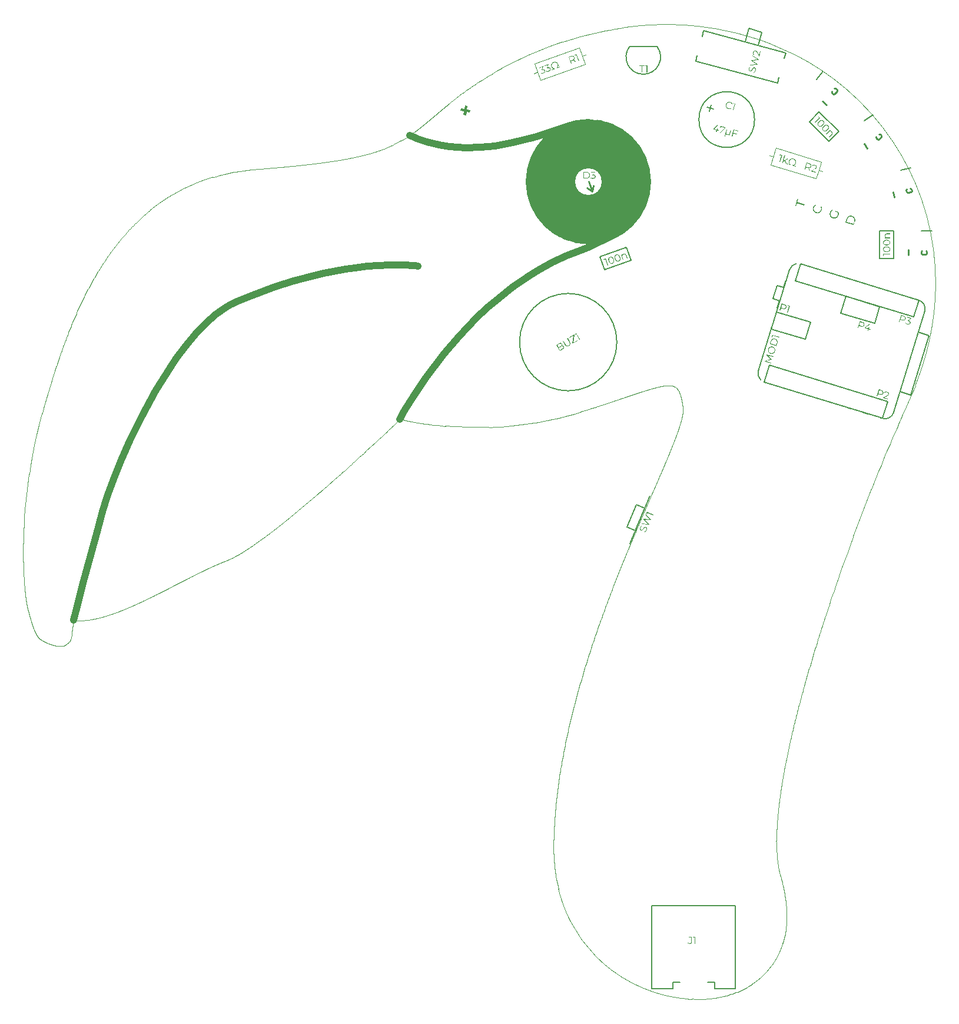
<source format=gto>
G04*
G04 #@! TF.GenerationSoftware,Altium Limited,Altium Designer,24.6.1 (21)*
G04*
G04 Layer_Color=65535*
%FSLAX25Y25*%
%MOIN*%
G70*
G04*
G04 #@! TF.SameCoordinates,F1231132-C47A-4D83-8C5A-8FF387E60FE7*
G04*
G04*
G04 #@! TF.FilePolarity,Positive*
G04*
G01*
G75*
%ADD10C,0.00787*%
%ADD11C,0.00591*%
%ADD12C,0.27559*%
%ADD13C,0.00787*%
%ADD14C,0.00984*%
%ADD15C,0.00394*%
%ADD16C,0.00500*%
%ADD17C,0.03937*%
%ADD18C,0.01000*%
G36*
X164519Y408151D02*
X164514Y408148D01*
X164485Y408133D01*
X164450Y408110D01*
X164402Y408077D01*
X164341Y408034D01*
X164273Y407983D01*
X164198Y407925D01*
X164119Y407854D01*
X164037Y407770D01*
X163952Y407682D01*
X163869Y407579D01*
X163786Y407466D01*
X163712Y407346D01*
X163642Y407211D01*
X163575Y407069D01*
X163523Y406914D01*
X163505Y406857D01*
X163498Y406817D01*
X163487Y406768D01*
X163473Y406706D01*
X163462Y406637D01*
X163449Y406565D01*
X163443Y406482D01*
X163435Y406394D01*
X163426Y406301D01*
X163425Y406206D01*
X163429Y406110D01*
X163436Y406008D01*
X163447Y405905D01*
X163468Y405803D01*
X163471Y405797D01*
X163475Y405777D01*
X163481Y405751D01*
X163494Y405714D01*
X163508Y405667D01*
X163524Y405610D01*
X163548Y405550D01*
X163570Y405482D01*
X163601Y405410D01*
X163640Y405337D01*
X163678Y405258D01*
X163724Y405177D01*
X163771Y405097D01*
X163828Y405017D01*
X163889Y404937D01*
X163955Y404859D01*
X163959Y404854D01*
X163973Y404840D01*
X163991Y404820D01*
X164022Y404796D01*
X164059Y404761D01*
X164100Y404725D01*
X164154Y404684D01*
X164207Y404640D01*
X164273Y404591D01*
X164345Y404545D01*
X164421Y404498D01*
X164501Y404450D01*
X164588Y404409D01*
X164680Y404367D01*
X164778Y404327D01*
X164881Y404291D01*
X164885Y404290D01*
X164907Y404283D01*
X164937Y404274D01*
X164978Y404266D01*
X165027Y404256D01*
X165085Y404243D01*
X165153Y404232D01*
X165226Y404223D01*
X165309Y404213D01*
X165397Y404205D01*
X165486Y404201D01*
X165580Y404196D01*
X165676Y404200D01*
X165774Y404208D01*
X165873Y404221D01*
X165974Y404242D01*
X165980Y404245D01*
X166000Y404249D01*
X166026Y404255D01*
X166063Y404267D01*
X166110Y404282D01*
X166164Y404303D01*
X166224Y404328D01*
X166290Y404355D01*
X166361Y404386D01*
X166435Y404425D01*
X166513Y404463D01*
X166589Y404511D01*
X166672Y404562D01*
X166751Y404619D01*
X166828Y404685D01*
X166906Y404752D01*
X166911Y404755D01*
X166926Y404770D01*
X166942Y404793D01*
X166970Y404823D01*
X167005Y404859D01*
X167043Y404905D01*
X167082Y404955D01*
X167125Y405018D01*
X167174Y405084D01*
X167220Y405156D01*
X167267Y405232D01*
X167316Y405316D01*
X167363Y405407D01*
X167402Y405504D01*
X167441Y405602D01*
X167478Y405705D01*
X167490Y405744D01*
X167499Y405789D01*
X167513Y405851D01*
X167527Y405928D01*
X167539Y406014D01*
X167551Y406115D01*
X167555Y406223D01*
X167560Y406346D01*
X167559Y406470D01*
X167548Y406602D01*
X167527Y406737D01*
X167498Y406874D01*
X167459Y407014D01*
X167401Y407151D01*
X167334Y407290D01*
X167755Y407514D01*
X167758Y407508D01*
X167764Y407497D01*
X167776Y407474D01*
X167794Y407440D01*
X167811Y407401D01*
X167835Y407356D01*
X167857Y407302D01*
X167881Y407242D01*
X167909Y407176D01*
X167929Y407103D01*
X167954Y407029D01*
X167976Y406946D01*
X167997Y406859D01*
X168014Y406773D01*
X168037Y406585D01*
X168036Y406581D01*
X168039Y406561D01*
X168041Y406536D01*
X168039Y406499D01*
X168039Y406451D01*
X168042Y406398D01*
X168042Y406336D01*
X168035Y406267D01*
X168031Y406192D01*
X168025Y406109D01*
X168014Y406026D01*
X168005Y405934D01*
X167966Y405746D01*
X167915Y405547D01*
X167894Y405478D01*
X167875Y405431D01*
X167850Y405367D01*
X167820Y405300D01*
X167786Y405220D01*
X167745Y405133D01*
X167699Y405042D01*
X167651Y404948D01*
X167591Y404847D01*
X167528Y404747D01*
X167460Y404649D01*
X167382Y404549D01*
X167300Y404455D01*
X167215Y404362D01*
X167209Y404359D01*
X167194Y404340D01*
X167164Y404321D01*
X167130Y404288D01*
X167081Y404251D01*
X167025Y404207D01*
X166962Y404159D01*
X166890Y404110D01*
X166812Y404057D01*
X166725Y404003D01*
X166628Y403952D01*
X166531Y403901D01*
X166422Y403853D01*
X166312Y403806D01*
X166196Y403770D01*
X166076Y403735D01*
X166066Y403733D01*
X166046Y403730D01*
X166010Y403722D01*
X165960Y403714D01*
X165901Y403708D01*
X165832Y403700D01*
X165754Y403691D01*
X165662Y403686D01*
X165565Y403682D01*
X165460Y403681D01*
X165348Y403687D01*
X165232Y403698D01*
X165108Y403712D01*
X164986Y403731D01*
X164857Y403761D01*
X164729Y403795D01*
X164720Y403798D01*
X164699Y403804D01*
X164665Y403819D01*
X164613Y403835D01*
X164553Y403858D01*
X164486Y403888D01*
X164411Y403921D01*
X164328Y403961D01*
X164242Y404006D01*
X164148Y404058D01*
X164052Y404116D01*
X163957Y404179D01*
X163860Y404251D01*
X163769Y404326D01*
X163675Y404408D01*
X163587Y404496D01*
X163584Y404502D01*
X163567Y404522D01*
X163546Y404547D01*
X163515Y404585D01*
X163476Y404630D01*
X163437Y404690D01*
X163391Y404756D01*
X163342Y404828D01*
X163291Y404910D01*
X163241Y404997D01*
X163190Y405094D01*
X163145Y405197D01*
X163097Y405303D01*
X163056Y405420D01*
X163020Y405536D01*
X162991Y405658D01*
X162990Y405669D01*
X162986Y405689D01*
X162978Y405724D01*
X162974Y405773D01*
X162965Y405838D01*
X162958Y405907D01*
X162954Y405989D01*
X162949Y406081D01*
X162946Y406181D01*
X162951Y406289D01*
X162957Y406402D01*
X162965Y406523D01*
X162984Y406646D01*
X163005Y406777D01*
X163035Y406906D01*
X163070Y407038D01*
X163086Y407090D01*
X163103Y407128D01*
X163116Y407171D01*
X163138Y407227D01*
X163161Y407286D01*
X163191Y407353D01*
X163222Y407425D01*
X163259Y407499D01*
X163339Y407651D01*
X163435Y407811D01*
X163548Y407962D01*
X163549Y407967D01*
X163564Y407981D01*
X163579Y408001D01*
X163601Y408027D01*
X163635Y408060D01*
X163671Y408101D01*
X163712Y408141D01*
X163760Y408188D01*
X163871Y408287D01*
X163997Y408387D01*
X164141Y408485D01*
X164300Y408570D01*
X164519Y408151D01*
D02*
G37*
G36*
X184538Y402297D02*
X184653Y402285D01*
X184773Y402273D01*
X184896Y402254D01*
X185025Y402224D01*
X185152Y402190D01*
X185161Y402187D01*
X185183Y402181D01*
X185222Y402169D01*
X185268Y402150D01*
X185328Y402127D01*
X185395Y402097D01*
X185475Y402063D01*
X185558Y402023D01*
X185644Y401978D01*
X185738Y401925D01*
X185830Y401869D01*
X185929Y401805D01*
X186021Y401734D01*
X186117Y401657D01*
X186207Y401577D01*
X186294Y401489D01*
X186297Y401483D01*
X186312Y401469D01*
X186336Y401438D01*
X186362Y401401D01*
X186401Y401356D01*
X186441Y401301D01*
X186483Y401236D01*
X186531Y401159D01*
X186578Y401079D01*
X186627Y400992D01*
X186674Y400897D01*
X186719Y400793D01*
X186763Y400689D01*
X186803Y400572D01*
X186834Y400453D01*
X186863Y400330D01*
X186864Y400320D01*
X186868Y400300D01*
X186872Y400266D01*
X186880Y400215D01*
X186884Y400152D01*
X186891Y400079D01*
X186893Y399993D01*
X186893Y399902D01*
X186895Y399797D01*
X186890Y399689D01*
X186882Y399568D01*
X186868Y399444D01*
X186852Y399315D01*
X186825Y399181D01*
X186793Y399043D01*
X186755Y398903D01*
X186161Y396962D01*
X181392Y398420D01*
X182008Y400434D01*
X182028Y400485D01*
X182053Y400549D01*
X182086Y400625D01*
X182121Y400709D01*
X182163Y400801D01*
X182207Y400897D01*
X182260Y400995D01*
X182321Y401100D01*
X182382Y401205D01*
X182456Y401306D01*
X182531Y401412D01*
X182613Y401510D01*
X182699Y401603D01*
X182706Y401611D01*
X182720Y401625D01*
X182746Y401650D01*
X182784Y401682D01*
X182829Y401720D01*
X182886Y401765D01*
X182948Y401812D01*
X183022Y401866D01*
X183099Y401918D01*
X183183Y401974D01*
X183275Y402026D01*
X183376Y402076D01*
X183481Y402125D01*
X183591Y402173D01*
X183704Y402214D01*
X183822Y402245D01*
X183828Y402247D01*
X183853Y402249D01*
X183884Y402259D01*
X183934Y402267D01*
X183993Y402273D01*
X184062Y402281D01*
X184141Y402290D01*
X184228Y402296D01*
X184325Y402300D01*
X184430Y402301D01*
X184538Y402297D01*
D02*
G37*
G36*
X154519Y411560D02*
X154007Y409885D01*
X158337Y408561D01*
X158182Y408056D01*
X153853Y409380D01*
X153341Y407705D01*
X152901Y407839D01*
X154080Y411694D01*
X154519Y411560D01*
D02*
G37*
G36*
X174079Y405233D02*
X174074Y405230D01*
X174045Y405215D01*
X174010Y405192D01*
X173962Y405159D01*
X173901Y405116D01*
X173833Y405065D01*
X173757Y405003D01*
X173677Y404928D01*
X173595Y404848D01*
X173514Y404754D01*
X173430Y404651D01*
X173347Y404534D01*
X173271Y404409D01*
X173201Y404274D01*
X173133Y404128D01*
X173079Y403968D01*
X173062Y403912D01*
X173054Y403871D01*
X173043Y403818D01*
X173028Y403756D01*
X173017Y403688D01*
X173003Y403611D01*
X172992Y403529D01*
X172984Y403441D01*
X172979Y403347D01*
X172978Y403248D01*
X172980Y403147D01*
X172983Y403046D01*
X173000Y402946D01*
X173015Y402841D01*
X173018Y402836D01*
X173021Y402816D01*
X173028Y402790D01*
X173039Y402748D01*
X173053Y402701D01*
X173070Y402648D01*
X173093Y402584D01*
X173117Y402520D01*
X173147Y402449D01*
X173185Y402371D01*
X173223Y402292D01*
X173270Y402212D01*
X173317Y402131D01*
X173373Y402052D01*
X173434Y401971D01*
X173501Y401894D01*
X173504Y401888D01*
X173519Y401874D01*
X173536Y401854D01*
X173567Y401830D01*
X173604Y401795D01*
X173650Y401758D01*
X173698Y401714D01*
X173757Y401673D01*
X173819Y401625D01*
X173889Y401575D01*
X173965Y401528D01*
X174051Y401483D01*
X174137Y401437D01*
X174229Y401395D01*
X174326Y401356D01*
X174429Y401320D01*
X174434Y401318D01*
X174455Y401311D01*
X174486Y401302D01*
X174526Y401295D01*
X174575Y401284D01*
X174633Y401271D01*
X174701Y401260D01*
X174775Y401252D01*
X174857Y401241D01*
X174945Y401233D01*
X175034Y401230D01*
X175129Y401229D01*
X175226Y401233D01*
X175323Y401241D01*
X175423Y401254D01*
X175524Y401275D01*
X175530Y401278D01*
X175550Y401281D01*
X175576Y401288D01*
X175613Y401300D01*
X175660Y401314D01*
X175714Y401336D01*
X175774Y401360D01*
X175839Y401388D01*
X175911Y401418D01*
X175985Y401458D01*
X176063Y401496D01*
X176139Y401544D01*
X176221Y401595D01*
X176301Y401651D01*
X176378Y401718D01*
X176456Y401785D01*
X176461Y401788D01*
X176475Y401803D01*
X176492Y401826D01*
X176520Y401856D01*
X176555Y401892D01*
X176593Y401938D01*
X176633Y401992D01*
X176675Y402051D01*
X176724Y402117D01*
X176771Y402193D01*
X176818Y402269D01*
X176867Y402353D01*
X176914Y402444D01*
X176955Y402546D01*
X176994Y402643D01*
X177032Y402751D01*
X177042Y402785D01*
X177049Y402821D01*
X177065Y402874D01*
X177076Y402942D01*
X177090Y403018D01*
X177106Y403104D01*
X177117Y403200D01*
X177129Y403301D01*
X177133Y403409D01*
X177135Y403523D01*
X177132Y403638D01*
X177120Y403756D01*
X177104Y403875D01*
X177079Y403997D01*
X177043Y404112D01*
X175434Y404605D01*
X175581Y405088D01*
X177404Y404530D01*
X177407Y404525D01*
X177413Y404513D01*
X177420Y404488D01*
X177435Y404459D01*
X177450Y404416D01*
X177465Y404369D01*
X177482Y404316D01*
X177502Y404258D01*
X177519Y404191D01*
X177540Y404118D01*
X177556Y404046D01*
X177574Y403965D01*
X177597Y403791D01*
X177612Y403606D01*
X177610Y403601D01*
X177610Y403583D01*
X177611Y403558D01*
X177610Y403521D01*
X177609Y403473D01*
X177608Y403421D01*
X177603Y403361D01*
X177597Y403292D01*
X177593Y403217D01*
X177583Y403139D01*
X177572Y403056D01*
X177556Y402971D01*
X177519Y402787D01*
X177470Y402598D01*
X177449Y402528D01*
X177428Y402477D01*
X177406Y402417D01*
X177374Y402346D01*
X177340Y402266D01*
X177299Y402179D01*
X177252Y402088D01*
X177203Y401989D01*
X177144Y401888D01*
X177080Y401789D01*
X177011Y401686D01*
X176934Y401591D01*
X176851Y401493D01*
X176766Y401400D01*
X176760Y401397D01*
X176745Y401377D01*
X176714Y401354D01*
X176680Y401321D01*
X176631Y401284D01*
X176576Y401244D01*
X176512Y401192D01*
X176440Y401143D01*
X176362Y401090D01*
X176274Y401036D01*
X176178Y400985D01*
X176081Y400933D01*
X175971Y400886D01*
X175862Y400839D01*
X175746Y400803D01*
X175626Y400768D01*
X175616Y400766D01*
X175596Y400763D01*
X175560Y400755D01*
X175510Y400746D01*
X175451Y400741D01*
X175381Y400729D01*
X175303Y400724D01*
X175211Y400719D01*
X175115Y400715D01*
X175010Y400714D01*
X174896Y400715D01*
X174781Y400727D01*
X174657Y400741D01*
X174534Y400759D01*
X174405Y400789D01*
X174277Y400823D01*
X174269Y400826D01*
X174247Y400833D01*
X174214Y400848D01*
X174161Y400864D01*
X174102Y400887D01*
X174035Y400917D01*
X173959Y400949D01*
X173876Y400989D01*
X173790Y401034D01*
X173697Y401087D01*
X173600Y401145D01*
X173506Y401212D01*
X173408Y401280D01*
X173317Y401355D01*
X173224Y401440D01*
X173137Y401529D01*
X173134Y401535D01*
X173117Y401554D01*
X173096Y401580D01*
X173064Y401618D01*
X173026Y401663D01*
X172987Y401722D01*
X172941Y401789D01*
X172891Y401861D01*
X172840Y401943D01*
X172791Y402030D01*
X172739Y402126D01*
X172695Y402230D01*
X172646Y402336D01*
X172606Y402453D01*
X172570Y402568D01*
X172541Y402691D01*
X172539Y402701D01*
X172536Y402722D01*
X172528Y402757D01*
X172524Y402806D01*
X172515Y402871D01*
X172509Y402944D01*
X172505Y403026D01*
X172500Y403118D01*
X172498Y403219D01*
X172502Y403327D01*
X172508Y403439D01*
X172516Y403560D01*
X172536Y403687D01*
X172557Y403819D01*
X172587Y403948D01*
X172624Y404084D01*
X172640Y404136D01*
X172657Y404174D01*
X172671Y404222D01*
X172693Y404277D01*
X172717Y404341D01*
X172747Y404408D01*
X172778Y404479D01*
X172817Y404558D01*
X172898Y404714D01*
X172994Y404875D01*
X173104Y405031D01*
X173106Y405036D01*
X173120Y405051D01*
X173135Y405069D01*
X173159Y405100D01*
X173192Y405133D01*
X173227Y405170D01*
X173269Y405214D01*
X173317Y405261D01*
X173424Y405362D01*
X173554Y405460D01*
X173698Y405559D01*
X173854Y405649D01*
X174079Y405233D01*
D02*
G37*
G36*
X-32542Y464324D02*
X-32879Y462415D01*
X-30926Y462070D01*
X-31168Y460699D01*
X-33120Y461043D01*
X-33457Y459134D01*
X-34907Y459389D01*
X-34571Y461299D01*
X-36516Y461642D01*
X-36274Y463013D01*
X-34329Y462670D01*
X-33992Y464580D01*
X-32542Y464324D01*
D02*
G37*
G36*
X56350Y380775D02*
X56434Y380767D01*
X56514Y380750D01*
X56596Y380726D01*
X56678Y380693D01*
X56682Y380691D01*
X56696Y380684D01*
X56720Y380674D01*
X56747Y380652D01*
X56782Y380630D01*
X56824Y380599D01*
X56868Y380565D01*
X56917Y380525D01*
X56971Y380474D01*
X57021Y380419D01*
X57076Y380354D01*
X57129Y380284D01*
X57182Y380203D01*
X57229Y380115D01*
X57277Y380016D01*
X57319Y379912D01*
X57912Y378280D01*
X57533Y378142D01*
X56953Y379736D01*
X56951Y379739D01*
X56945Y379756D01*
X56938Y379777D01*
X56923Y379806D01*
X56906Y379843D01*
X56888Y379883D01*
X56863Y379928D01*
X56834Y379976D01*
X56767Y380075D01*
X56730Y380123D01*
X56690Y380171D01*
X56646Y380217D01*
X56596Y380257D01*
X56543Y380296D01*
X56490Y380327D01*
X56485Y380329D01*
X56476Y380333D01*
X56458Y380338D01*
X56435Y380349D01*
X56408Y380359D01*
X56375Y380366D01*
X56333Y380374D01*
X56287Y380384D01*
X56238Y380390D01*
X56183Y380393D01*
X56125Y380391D01*
X56063Y380392D01*
X55997Y380383D01*
X55928Y380370D01*
X55857Y380352D01*
X55780Y380328D01*
X55736Y380312D01*
X55706Y380297D01*
X55670Y380280D01*
X55628Y380257D01*
X55580Y380228D01*
X55533Y380199D01*
X55480Y380164D01*
X55428Y380126D01*
X55378Y380081D01*
X55326Y380034D01*
X55275Y379981D01*
X55231Y379923D01*
X55191Y379861D01*
X55157Y379795D01*
X55155Y379790D01*
X55152Y379778D01*
X55143Y379759D01*
X55133Y379732D01*
X55124Y379694D01*
X55115Y379656D01*
X55106Y379606D01*
X55098Y379553D01*
X55089Y379491D01*
X55085Y379428D01*
X55087Y379359D01*
X55090Y379287D01*
X55099Y379208D01*
X55114Y379125D01*
X55137Y379040D01*
X55165Y378954D01*
X55703Y377476D01*
X55323Y377338D01*
X54299Y380153D01*
X54661Y380285D01*
X54850Y379765D01*
X54852Y379769D01*
X54853Y379778D01*
X54859Y379795D01*
X54863Y379816D01*
X54871Y379846D01*
X54883Y379877D01*
X54910Y379953D01*
X54949Y380037D01*
X54996Y380131D01*
X55059Y380224D01*
X55137Y380318D01*
X55139Y380323D01*
X55148Y380330D01*
X55159Y380342D01*
X55176Y380360D01*
X55200Y380380D01*
X55227Y380401D01*
X55259Y380429D01*
X55295Y380457D01*
X55335Y380487D01*
X55378Y380518D01*
X55429Y380549D01*
X55480Y380579D01*
X55597Y380641D01*
X55724Y380695D01*
X55748Y380703D01*
X55777Y380710D01*
X55814Y380724D01*
X55861Y380733D01*
X55915Y380745D01*
X55977Y380756D01*
X56042Y380768D01*
X56114Y380774D01*
X56190Y380779D01*
X56270Y380781D01*
X56350Y380775D01*
D02*
G37*
G36*
X52188Y380364D02*
X52262Y380364D01*
X52342Y380355D01*
X52420Y380344D01*
X52500Y380327D01*
X52504Y380325D01*
X52517Y380322D01*
X52543Y380315D01*
X52573Y380307D01*
X52609Y380293D01*
X52654Y380275D01*
X52701Y380253D01*
X52756Y380230D01*
X52813Y380201D01*
X52876Y380166D01*
X52939Y380131D01*
X53006Y380085D01*
X53073Y380040D01*
X53139Y379986D01*
X53207Y379926D01*
X53274Y379861D01*
X53278Y379859D01*
X53288Y379843D01*
X53307Y379823D01*
X53332Y379797D01*
X53360Y379761D01*
X53396Y379716D01*
X53433Y379667D01*
X53474Y379608D01*
X53517Y379543D01*
X53563Y379470D01*
X53610Y379395D01*
X53656Y379311D01*
X53705Y379220D01*
X53750Y379128D01*
X53792Y379023D01*
X53834Y378918D01*
X53836Y378911D01*
X53844Y378891D01*
X53855Y378860D01*
X53866Y378818D01*
X53880Y378769D01*
X53899Y378706D01*
X53916Y378638D01*
X53935Y378564D01*
X53954Y378482D01*
X53970Y378395D01*
X53997Y378215D01*
X54009Y378118D01*
X54016Y378024D01*
X54016Y377927D01*
X54012Y377833D01*
X54010Y377828D01*
X54009Y377808D01*
X54006Y377784D01*
X54004Y377748D01*
X53996Y377707D01*
X53987Y377657D01*
X53977Y377599D01*
X53964Y377540D01*
X53946Y377471D01*
X53923Y377405D01*
X53904Y377332D01*
X53875Y377260D01*
X53843Y377190D01*
X53803Y377118D01*
X53764Y377045D01*
X53719Y376978D01*
X53716Y376974D01*
X53709Y376963D01*
X53692Y376945D01*
X53673Y376923D01*
X53646Y376890D01*
X53615Y376859D01*
X53578Y376822D01*
X53537Y376784D01*
X53491Y376741D01*
X53437Y376698D01*
X53382Y376658D01*
X53320Y376616D01*
X53254Y376573D01*
X53183Y376535D01*
X53106Y376500D01*
X53029Y376468D01*
X52988Y376453D01*
X52956Y376445D01*
X52917Y376435D01*
X52870Y376425D01*
X52816Y376413D01*
X52759Y376400D01*
X52696Y376393D01*
X52629Y376384D01*
X52557Y376381D01*
X52484Y376378D01*
X52406Y376380D01*
X52326Y376386D01*
X52249Y376397D01*
X52169Y376414D01*
X52164Y376416D01*
X52152Y376420D01*
X52130Y376427D01*
X52099Y376435D01*
X52060Y376448D01*
X52018Y376468D01*
X51968Y376488D01*
X51916Y376512D01*
X51856Y376540D01*
X51796Y376577D01*
X51733Y376612D01*
X51666Y376657D01*
X51599Y376703D01*
X51532Y376760D01*
X51465Y376817D01*
X51399Y376882D01*
X51394Y376884D01*
X51384Y376900D01*
X51365Y376920D01*
X51341Y376945D01*
X51312Y376982D01*
X51279Y377028D01*
X51241Y377080D01*
X51202Y377135D01*
X51155Y377200D01*
X51109Y377272D01*
X51066Y377349D01*
X51020Y377433D01*
X50971Y377524D01*
X50925Y377619D01*
X50883Y377724D01*
X50841Y377829D01*
X50838Y377836D01*
X50831Y377856D01*
X50820Y377887D01*
X50808Y377929D01*
X50794Y377978D01*
X50776Y378038D01*
X50758Y378109D01*
X50739Y378183D01*
X50722Y378262D01*
X50702Y378348D01*
X50674Y378531D01*
X50667Y378626D01*
X50660Y378720D01*
X50656Y378815D01*
X50660Y378910D01*
X50662Y378914D01*
X50663Y378934D01*
X50666Y378958D01*
X50668Y378994D01*
X50677Y379036D01*
X50686Y379085D01*
X50695Y379143D01*
X50709Y379203D01*
X50726Y379271D01*
X50744Y379339D01*
X50769Y379410D01*
X50797Y379482D01*
X50829Y379552D01*
X50864Y379627D01*
X50905Y379696D01*
X50950Y379763D01*
X50952Y379768D01*
X50964Y379779D01*
X50977Y379796D01*
X50998Y379823D01*
X51023Y379851D01*
X51053Y379886D01*
X51090Y379922D01*
X51134Y379961D01*
X51181Y380002D01*
X51230Y380047D01*
X51289Y380088D01*
X51351Y380130D01*
X51417Y380173D01*
X51489Y380211D01*
X51565Y380246D01*
X51642Y380278D01*
X51683Y380293D01*
X51715Y380301D01*
X51757Y380312D01*
X51801Y380321D01*
X51855Y380332D01*
X51912Y380345D01*
X51975Y380353D01*
X52043Y380358D01*
X52114Y380365D01*
X52188Y380364D01*
D02*
G37*
G36*
X48641Y379073D02*
X48715Y379073D01*
X48795Y379064D01*
X48873Y379053D01*
X48953Y379036D01*
X48957Y379034D01*
X48970Y379031D01*
X48996Y379024D01*
X49026Y379016D01*
X49062Y379002D01*
X49107Y378984D01*
X49154Y378962D01*
X49209Y378939D01*
X49266Y378910D01*
X49329Y378875D01*
X49392Y378839D01*
X49459Y378794D01*
X49526Y378749D01*
X49592Y378695D01*
X49660Y378635D01*
X49727Y378570D01*
X49731Y378568D01*
X49741Y378552D01*
X49760Y378532D01*
X49785Y378506D01*
X49813Y378470D01*
X49849Y378425D01*
X49886Y378376D01*
X49927Y378317D01*
X49970Y378252D01*
X50016Y378179D01*
X50063Y378104D01*
X50109Y378020D01*
X50157Y377929D01*
X50203Y377837D01*
X50245Y377732D01*
X50287Y377627D01*
X50289Y377620D01*
X50297Y377600D01*
X50308Y377569D01*
X50319Y377527D01*
X50333Y377478D01*
X50352Y377415D01*
X50369Y377347D01*
X50388Y377273D01*
X50407Y377191D01*
X50423Y377103D01*
X50450Y376923D01*
X50462Y376827D01*
X50469Y376733D01*
X50469Y376636D01*
X50465Y376542D01*
X50463Y376537D01*
X50462Y376517D01*
X50459Y376493D01*
X50457Y376457D01*
X50449Y376416D01*
X50440Y376366D01*
X50430Y376308D01*
X50416Y376249D01*
X50399Y376181D01*
X50376Y376114D01*
X50357Y376041D01*
X50328Y375969D01*
X50296Y375899D01*
X50256Y375827D01*
X50217Y375754D01*
X50172Y375687D01*
X50169Y375683D01*
X50162Y375672D01*
X50145Y375654D01*
X50126Y375632D01*
X50099Y375599D01*
X50068Y375568D01*
X50031Y375531D01*
X49990Y375493D01*
X49944Y375450D01*
X49890Y375407D01*
X49835Y375367D01*
X49773Y375325D01*
X49707Y375282D01*
X49635Y375244D01*
X49559Y375209D01*
X49482Y375177D01*
X49441Y375162D01*
X49409Y375154D01*
X49370Y375144D01*
X49323Y375134D01*
X49269Y375122D01*
X49212Y375110D01*
X49149Y375102D01*
X49082Y375093D01*
X49010Y375090D01*
X48937Y375087D01*
X48859Y375089D01*
X48779Y375095D01*
X48702Y375106D01*
X48622Y375123D01*
X48617Y375126D01*
X48605Y375129D01*
X48583Y375136D01*
X48552Y375144D01*
X48513Y375157D01*
X48471Y375177D01*
X48421Y375197D01*
X48370Y375221D01*
X48309Y375249D01*
X48249Y375286D01*
X48186Y375321D01*
X48119Y375366D01*
X48052Y375412D01*
X47985Y375469D01*
X47918Y375525D01*
X47852Y375590D01*
X47847Y375593D01*
X47837Y375608D01*
X47818Y375629D01*
X47793Y375655D01*
X47765Y375691D01*
X47732Y375737D01*
X47694Y375789D01*
X47655Y375844D01*
X47608Y375908D01*
X47562Y375981D01*
X47519Y376058D01*
X47473Y376142D01*
X47424Y376233D01*
X47378Y376328D01*
X47336Y376433D01*
X47294Y376538D01*
X47291Y376545D01*
X47284Y376565D01*
X47273Y376596D01*
X47261Y376638D01*
X47247Y376687D01*
X47229Y376747D01*
X47211Y376818D01*
X47192Y376892D01*
X47175Y376971D01*
X47155Y377057D01*
X47127Y377240D01*
X47120Y377335D01*
X47113Y377429D01*
X47109Y377524D01*
X47113Y377619D01*
X47115Y377624D01*
X47116Y377643D01*
X47119Y377667D01*
X47121Y377703D01*
X47129Y377745D01*
X47139Y377795D01*
X47148Y377852D01*
X47162Y377911D01*
X47179Y377980D01*
X47197Y378048D01*
X47222Y378119D01*
X47250Y378191D01*
X47282Y378261D01*
X47317Y378336D01*
X47358Y378405D01*
X47403Y378472D01*
X47405Y378477D01*
X47417Y378488D01*
X47430Y378505D01*
X47451Y378532D01*
X47476Y378560D01*
X47506Y378594D01*
X47543Y378631D01*
X47587Y378670D01*
X47634Y378711D01*
X47683Y378756D01*
X47742Y378797D01*
X47804Y378839D01*
X47870Y378882D01*
X47941Y378920D01*
X48018Y378955D01*
X48095Y378987D01*
X48136Y379002D01*
X48168Y379010D01*
X48210Y379021D01*
X48254Y379029D01*
X48308Y379041D01*
X48365Y379054D01*
X48428Y379062D01*
X48496Y379067D01*
X48567Y379074D01*
X48641Y379073D01*
D02*
G37*
G36*
X47083Y374339D02*
X46697Y374198D01*
X45458Y377601D01*
X44576Y377280D01*
X44450Y377625D01*
X45719Y378087D01*
X47083Y374339D01*
D02*
G37*
G36*
X206719Y391860D02*
X205023D01*
X205019D01*
X205001D01*
X204979D01*
X204946Y391856D01*
X204906Y391853D01*
X204863Y391849D01*
X204812Y391842D01*
X204757Y391831D01*
X204641Y391802D01*
X204582Y391784D01*
X204524Y391762D01*
X204466Y391736D01*
X204411Y391704D01*
X204357Y391667D01*
X204309Y391627D01*
X204306Y391623D01*
X204298Y391616D01*
X204288Y391602D01*
X204269Y391583D01*
X204251Y391562D01*
X204233Y391532D01*
X204211Y391496D01*
X204186Y391456D01*
X204164Y391412D01*
X204142Y391361D01*
X204124Y391307D01*
X204102Y391248D01*
X204087Y391183D01*
X204077Y391114D01*
X204069Y391041D01*
X204066Y390961D01*
Y390914D01*
X204069Y390881D01*
X204073Y390841D01*
X204080Y390794D01*
X204091Y390739D01*
X204102Y390684D01*
X204117Y390622D01*
X204135Y390561D01*
X204160Y390499D01*
X204186Y390433D01*
X204218Y390368D01*
X204258Y390306D01*
X204302Y390248D01*
X204353Y390193D01*
X204357Y390189D01*
X204368Y390182D01*
X204382Y390167D01*
X204404Y390149D01*
X204437Y390127D01*
X204470Y390106D01*
X204513Y390080D01*
X204561Y390055D01*
X204615Y390025D01*
X204673Y390000D01*
X204739Y389978D01*
X204808Y389956D01*
X204885Y389938D01*
X204968Y389924D01*
X205056Y389916D01*
X205147Y389913D01*
X206719D01*
Y389509D01*
X203723D01*
Y389895D01*
X204277D01*
X204273Y389898D01*
X204266Y389902D01*
X204251Y389913D01*
X204233Y389924D01*
X204207Y389942D01*
X204182Y389964D01*
X204120Y390015D01*
X204055Y390080D01*
X203982Y390157D01*
X203916Y390248D01*
X203854Y390353D01*
X203851Y390357D01*
X203847Y390368D01*
X203840Y390382D01*
X203829Y390404D01*
X203818Y390433D01*
X203807Y390466D01*
X203793Y390506D01*
X203778Y390550D01*
X203763Y390597D01*
X203749Y390648D01*
X203738Y390706D01*
X203727Y390764D01*
X203709Y390896D01*
X203701Y391034D01*
Y391059D01*
X203705Y391088D01*
Y391128D01*
X203713Y391176D01*
X203720Y391230D01*
X203731Y391292D01*
X203742Y391358D01*
X203760Y391427D01*
X203782Y391500D01*
X203807Y391576D01*
X203840Y391649D01*
X203876Y391725D01*
X203920Y391794D01*
X203971Y391864D01*
X204029Y391929D01*
X204033Y391933D01*
X204044Y391944D01*
X204062Y391962D01*
X204091Y391980D01*
X204124Y392006D01*
X204168Y392035D01*
X204215Y392064D01*
X204269Y392097D01*
X204335Y392129D01*
X204404Y392159D01*
X204484Y392188D01*
X204568Y392213D01*
X204662Y392235D01*
X204761Y392249D01*
X204870Y392261D01*
X204983Y392264D01*
X206719D01*
Y391860D01*
D02*
G37*
G36*
X204830Y388646D02*
X204881Y388642D01*
X204946Y388639D01*
X205016Y388631D01*
X205092Y388624D01*
X205176Y388613D01*
X205263Y388599D01*
X205441Y388562D01*
X205536Y388540D01*
X205627Y388515D01*
X205718Y388482D01*
X205805Y388446D01*
X205809Y388442D01*
X205827Y388435D01*
X205849Y388424D01*
X205882Y388409D01*
X205918Y388387D01*
X205962Y388362D01*
X206013Y388333D01*
X206064Y388300D01*
X206122Y388260D01*
X206177Y388216D01*
X206239Y388173D01*
X206297Y388122D01*
X206351Y388067D01*
X206406Y388005D01*
X206461Y387943D01*
X206508Y387878D01*
X206512Y387874D01*
X206519Y387863D01*
X206530Y387842D01*
X206544Y387816D01*
X206566Y387780D01*
X206584Y387740D01*
X206606Y387692D01*
X206628Y387641D01*
X206654Y387583D01*
X206675Y387517D01*
X206694Y387452D01*
X206712Y387379D01*
X206730Y387303D01*
X206741Y387223D01*
X206748Y387139D01*
X206752Y387055D01*
Y387012D01*
X206748Y386979D01*
X206745Y386939D01*
X206737Y386892D01*
X206730Y386837D01*
X206723Y386779D01*
X206708Y386717D01*
X206694Y386651D01*
X206672Y386582D01*
X206650Y386513D01*
X206621Y386440D01*
X206588Y386367D01*
X206552Y386298D01*
X206508Y386229D01*
X206504Y386225D01*
X206497Y386214D01*
X206483Y386196D01*
X206464Y386171D01*
X206439Y386138D01*
X206406Y386105D01*
X206370Y386065D01*
X206330Y386025D01*
X206282Y385978D01*
X206228Y385934D01*
X206173Y385887D01*
X206108Y385840D01*
X206042Y385792D01*
X205966Y385749D01*
X205889Y385705D01*
X205805Y385665D01*
X205802Y385661D01*
X205784Y385658D01*
X205758Y385647D01*
X205725Y385632D01*
X205682Y385617D01*
X205627Y385603D01*
X205565Y385585D01*
X205500Y385566D01*
X205423Y385545D01*
X205340Y385526D01*
X205252Y385512D01*
X205157Y385497D01*
X205056Y385483D01*
X204950Y385472D01*
X204837Y385468D01*
X204724Y385465D01*
X204717D01*
X204695D01*
X204662D01*
X204619Y385468D01*
X204568Y385472D01*
X204506Y385475D01*
X204433Y385483D01*
X204357Y385490D01*
X204277Y385501D01*
X204189Y385512D01*
X204007Y385548D01*
X203916Y385574D01*
X203825Y385599D01*
X203734Y385628D01*
X203647Y385665D01*
X203643Y385668D01*
X203625Y385676D01*
X203603Y385687D01*
X203571Y385701D01*
X203534Y385723D01*
X203490Y385749D01*
X203439Y385778D01*
X203389Y385810D01*
X203330Y385850D01*
X203272Y385891D01*
X203214Y385938D01*
X203155Y385989D01*
X203101Y386043D01*
X203043Y386102D01*
X202992Y386163D01*
X202944Y386229D01*
X202941Y386233D01*
X202934Y386247D01*
X202923Y386265D01*
X202904Y386295D01*
X202886Y386327D01*
X202864Y386367D01*
X202842Y386415D01*
X202821Y386469D01*
X202799Y386527D01*
X202773Y386589D01*
X202755Y386659D01*
X202737Y386731D01*
X202719Y386808D01*
X202708Y386888D01*
X202700Y386971D01*
X202697Y387055D01*
Y387099D01*
X202700Y387132D01*
X202704Y387175D01*
X202712Y387219D01*
X202719Y387274D01*
X202726Y387332D01*
X202741Y387394D01*
X202759Y387459D01*
X202777Y387528D01*
X202802Y387598D01*
X202828Y387667D01*
X202864Y387740D01*
X202901Y387809D01*
X202944Y387878D01*
X202948Y387882D01*
X202955Y387893D01*
X202970Y387914D01*
X202988Y387940D01*
X203014Y387969D01*
X203046Y388005D01*
X203083Y388042D01*
X203123Y388085D01*
X203170Y388129D01*
X203225Y388176D01*
X203279Y388224D01*
X203345Y388271D01*
X203410Y388318D01*
X203483Y388362D01*
X203563Y388406D01*
X203647Y388446D01*
X203651Y388449D01*
X203669Y388453D01*
X203694Y388464D01*
X203727Y388478D01*
X203771Y388493D01*
X203825Y388511D01*
X203884Y388529D01*
X203953Y388548D01*
X204029Y388566D01*
X204113Y388584D01*
X204200Y388602D01*
X204295Y388617D01*
X204397Y388631D01*
X204499Y388642D01*
X204612Y388646D01*
X204724Y388650D01*
X204732D01*
X204753D01*
X204786D01*
X204830Y388646D01*
D02*
G37*
G36*
Y384871D02*
X204881Y384868D01*
X204946Y384864D01*
X205016Y384857D01*
X205092Y384849D01*
X205176Y384839D01*
X205263Y384824D01*
X205441Y384788D01*
X205536Y384766D01*
X205627Y384740D01*
X205718Y384707D01*
X205805Y384671D01*
X205809Y384667D01*
X205827Y384660D01*
X205849Y384649D01*
X205882Y384635D01*
X205918Y384613D01*
X205962Y384587D01*
X206013Y384558D01*
X206064Y384525D01*
X206122Y384485D01*
X206177Y384442D01*
X206239Y384398D01*
X206297Y384347D01*
X206351Y384293D01*
X206406Y384231D01*
X206461Y384169D01*
X206508Y384103D01*
X206512Y384100D01*
X206519Y384089D01*
X206530Y384067D01*
X206544Y384041D01*
X206566Y384005D01*
X206584Y383965D01*
X206606Y383918D01*
X206628Y383867D01*
X206654Y383808D01*
X206675Y383743D01*
X206694Y383677D01*
X206712Y383605D01*
X206730Y383528D01*
X206741Y383448D01*
X206748Y383364D01*
X206752Y383281D01*
Y383237D01*
X206748Y383204D01*
X206745Y383164D01*
X206737Y383117D01*
X206730Y383062D01*
X206723Y383004D01*
X206708Y382942D01*
X206694Y382876D01*
X206672Y382807D01*
X206650Y382738D01*
X206621Y382665D01*
X206588Y382593D01*
X206552Y382523D01*
X206508Y382454D01*
X206504Y382451D01*
X206497Y382440D01*
X206483Y382421D01*
X206464Y382396D01*
X206439Y382363D01*
X206406Y382330D01*
X206370Y382291D01*
X206330Y382250D01*
X206282Y382203D01*
X206228Y382159D01*
X206173Y382112D01*
X206108Y382065D01*
X206042Y382017D01*
X205966Y381974D01*
X205889Y381930D01*
X205805Y381890D01*
X205802Y381887D01*
X205784Y381883D01*
X205758Y381872D01*
X205725Y381857D01*
X205682Y381843D01*
X205627Y381828D01*
X205565Y381810D01*
X205500Y381792D01*
X205423Y381770D01*
X205340Y381752D01*
X205252Y381737D01*
X205157Y381723D01*
X205056Y381708D01*
X204950Y381697D01*
X204837Y381694D01*
X204724Y381690D01*
X204717D01*
X204695D01*
X204662D01*
X204619Y381694D01*
X204568Y381697D01*
X204506Y381701D01*
X204433Y381708D01*
X204357Y381715D01*
X204277Y381726D01*
X204189Y381737D01*
X204007Y381774D01*
X203916Y381799D01*
X203825Y381825D01*
X203734Y381854D01*
X203647Y381890D01*
X203643Y381894D01*
X203625Y381901D01*
X203603Y381912D01*
X203571Y381926D01*
X203534Y381948D01*
X203490Y381974D01*
X203439Y382003D01*
X203389Y382036D01*
X203330Y382076D01*
X203272Y382116D01*
X203214Y382163D01*
X203155Y382214D01*
X203101Y382269D01*
X203043Y382327D01*
X202992Y382389D01*
X202944Y382454D01*
X202941Y382458D01*
X202934Y382472D01*
X202923Y382491D01*
X202904Y382520D01*
X202886Y382553D01*
X202864Y382593D01*
X202842Y382640D01*
X202821Y382695D01*
X202799Y382753D01*
X202773Y382815D01*
X202755Y382884D01*
X202737Y382957D01*
X202719Y383033D01*
X202708Y383113D01*
X202700Y383197D01*
X202697Y383281D01*
Y383324D01*
X202700Y383357D01*
X202704Y383401D01*
X202712Y383444D01*
X202719Y383499D01*
X202726Y383557D01*
X202741Y383619D01*
X202759Y383685D01*
X202777Y383754D01*
X202802Y383823D01*
X202828Y383892D01*
X202864Y383965D01*
X202901Y384034D01*
X202944Y384103D01*
X202948Y384107D01*
X202955Y384118D01*
X202970Y384140D01*
X202988Y384165D01*
X203014Y384194D01*
X203046Y384231D01*
X203083Y384267D01*
X203123Y384311D01*
X203170Y384354D01*
X203225Y384402D01*
X203279Y384449D01*
X203345Y384496D01*
X203410Y384544D01*
X203483Y384587D01*
X203563Y384631D01*
X203647Y384671D01*
X203651Y384675D01*
X203669Y384678D01*
X203694Y384689D01*
X203727Y384704D01*
X203771Y384718D01*
X203825Y384737D01*
X203884Y384755D01*
X203953Y384773D01*
X204029Y384791D01*
X204113Y384809D01*
X204200Y384828D01*
X204295Y384842D01*
X204397Y384857D01*
X204499Y384868D01*
X204612Y384871D01*
X204724Y384875D01*
X204732D01*
X204753D01*
X204786D01*
X204830Y384871D01*
D02*
G37*
G36*
X206719Y380328D02*
X203097D01*
Y379389D01*
X202730D01*
Y380740D01*
X206719D01*
Y380328D01*
D02*
G37*
G36*
X167923Y456420D02*
X168006D01*
X168086Y456412D01*
X168165Y456399D01*
X168170D01*
X168186Y456394D01*
X168207Y456389D01*
X168240Y456381D01*
X168276Y456371D01*
X168320Y456358D01*
X168369Y456340D01*
X168423Y456317D01*
X168479Y456291D01*
X168541Y456265D01*
X168603Y456229D01*
X168667Y456191D01*
X168734Y456149D01*
X168798Y456101D01*
X168863Y456047D01*
X168925Y455990D01*
X168956Y455959D01*
X168976Y455933D01*
X169004Y455900D01*
X169030Y455864D01*
X169064Y455820D01*
X169100Y455774D01*
X169133Y455720D01*
X169167Y455660D01*
X169202Y455599D01*
X169233Y455532D01*
X169264Y455465D01*
X169290Y455388D01*
X169313Y455313D01*
X169331Y455233D01*
Y455228D01*
X169334Y455215D01*
X169339Y455190D01*
X169344Y455159D01*
X169347Y455120D01*
X169349Y455071D01*
Y455020D01*
X169352Y454960D01*
X169349Y454896D01*
X169344Y454824D01*
X169339Y454752D01*
X169326Y454672D01*
X169313Y454592D01*
X169293Y454510D01*
X169267Y454423D01*
X169236Y454335D01*
Y454330D01*
X169226Y454314D01*
X169215Y454289D01*
X169202Y454255D01*
X169182Y454214D01*
X169156Y454163D01*
X169128Y454108D01*
X169092Y454047D01*
X169051Y453980D01*
X169004Y453908D01*
X168956Y453833D01*
X168899Y453756D01*
X168837Y453674D01*
X168773Y453594D01*
X168695Y453511D01*
X168618Y453429D01*
X168613Y453424D01*
X168598Y453408D01*
X168575Y453385D01*
X168541Y453357D01*
X168502Y453323D01*
X168454Y453280D01*
X168400Y453236D01*
X168340Y453187D01*
X168273Y453135D01*
X168201Y453084D01*
X168050Y452984D01*
X167967Y452932D01*
X167885Y452886D01*
X167797Y452845D01*
X167710Y452809D01*
X167705D01*
X167686Y452801D01*
X167663Y452793D01*
X167630Y452780D01*
X167589Y452770D01*
X167540Y452757D01*
X167483Y452742D01*
X167424Y452729D01*
X167355Y452716D01*
X167285Y452708D01*
X167210Y452695D01*
X167133Y452690D01*
X167056D01*
X166974Y452695D01*
X166891Y452701D01*
X166811Y452713D01*
X166806D01*
X166793Y452716D01*
X166770Y452724D01*
X166742Y452732D01*
X166701Y452742D01*
X166660Y452757D01*
X166611Y452775D01*
X166559Y452796D01*
X166500Y452819D01*
X166438Y452850D01*
X166379Y452883D01*
X166315Y452922D01*
X166248Y452963D01*
X166183Y453012D01*
X166119Y453066D01*
X166057Y453123D01*
X166026Y453154D01*
X166006Y453179D01*
X165980Y453210D01*
X165952Y453249D01*
X165918Y453293D01*
X165882Y453339D01*
X165849Y453393D01*
X165813Y453450D01*
X165779Y453514D01*
X165746Y453578D01*
X165715Y453650D01*
X165687Y453725D01*
X165664Y453800D01*
X165646Y453879D01*
Y453885D01*
X165643Y453897D01*
X165640Y453921D01*
X165635Y453952D01*
X165630Y453993D01*
Y454039D01*
X165627Y454093D01*
Y454150D01*
Y454217D01*
X165635Y454286D01*
X165640Y454358D01*
X165653Y454438D01*
X165666Y454518D01*
X165689Y454603D01*
X165712Y454688D01*
X165743Y454775D01*
Y454780D01*
X165754Y454796D01*
X165764Y454821D01*
X165777Y454855D01*
X165797Y454896D01*
X165826Y454945D01*
X165857Y455002D01*
X165890Y455061D01*
X165929Y455130D01*
X165975Y455202D01*
X166026Y455274D01*
X166083Y455352D01*
X166145Y455434D01*
X166212Y455516D01*
X166289Y455599D01*
X166366Y455681D01*
X166371Y455686D01*
X166387Y455702D01*
X166410Y455725D01*
X166443Y455753D01*
X166482Y455787D01*
X166528Y455828D01*
X166585Y455874D01*
X166644Y455923D01*
X166709Y455972D01*
X166778Y456026D01*
X166932Y456129D01*
X167015Y456175D01*
X167097Y456222D01*
X167182Y456265D01*
X167270Y456301D01*
X167275D01*
X167293Y456309D01*
X167316Y456317D01*
X167349Y456330D01*
X167391Y456340D01*
X167439Y456353D01*
X167496Y456368D01*
X167555Y456381D01*
X167625Y456394D01*
X167694Y456407D01*
X167769Y456415D01*
X167846Y456420D01*
X167923D01*
D02*
G37*
G36*
X167105Y457763D02*
X164284Y454942D01*
X163993Y455233D01*
X166554Y457794D01*
X165890Y458458D01*
X166150Y458718D01*
X167105Y457763D01*
D02*
G37*
G36*
X170592Y453751D02*
X170675D01*
X170755Y453743D01*
X170834Y453730D01*
X170840D01*
X170855Y453725D01*
X170876Y453720D01*
X170909Y453712D01*
X170945Y453702D01*
X170989Y453689D01*
X171038Y453671D01*
X171092Y453648D01*
X171148Y453622D01*
X171210Y453596D01*
X171272Y453560D01*
X171336Y453522D01*
X171403Y453480D01*
X171468Y453432D01*
X171532Y453377D01*
X171594Y453321D01*
X171625Y453290D01*
X171645Y453264D01*
X171674Y453231D01*
X171699Y453195D01*
X171733Y453151D01*
X171769Y453105D01*
X171802Y453051D01*
X171836Y452991D01*
X171872Y452930D01*
X171903Y452863D01*
X171933Y452796D01*
X171959Y452719D01*
X171982Y452644D01*
X172000Y452564D01*
Y452559D01*
X172003Y452546D01*
X172008Y452520D01*
X172013Y452490D01*
X172016Y452451D01*
X172018Y452402D01*
Y452351D01*
X172021Y452291D01*
X172018Y452227D01*
X172013Y452155D01*
X172008Y452083D01*
X171995Y452003D01*
X171982Y451923D01*
X171962Y451841D01*
X171936Y451753D01*
X171905Y451666D01*
Y451661D01*
X171895Y451645D01*
X171885Y451619D01*
X171872Y451586D01*
X171851Y451545D01*
X171825Y451493D01*
X171797Y451439D01*
X171761Y451378D01*
X171720Y451311D01*
X171674Y451239D01*
X171625Y451164D01*
X171568Y451087D01*
X171506Y451004D01*
X171442Y450925D01*
X171365Y450842D01*
X171287Y450760D01*
X171282Y450755D01*
X171267Y450739D01*
X171244Y450716D01*
X171210Y450688D01*
X171172Y450654D01*
X171123Y450611D01*
X171069Y450567D01*
X171009Y450518D01*
X170942Y450466D01*
X170870Y450415D01*
X170719Y450315D01*
X170636Y450263D01*
X170554Y450217D01*
X170466Y450176D01*
X170379Y450140D01*
X170374D01*
X170356Y450132D01*
X170333Y450124D01*
X170299Y450111D01*
X170258Y450101D01*
X170209Y450088D01*
X170152Y450073D01*
X170093Y450060D01*
X170024Y450047D01*
X169954Y450039D01*
X169879Y450026D01*
X169802Y450021D01*
X169725D01*
X169643Y450026D01*
X169560Y450032D01*
X169481Y450044D01*
X169475D01*
X169463Y450047D01*
X169439Y450055D01*
X169411Y450062D01*
X169370Y450073D01*
X169329Y450088D01*
X169280Y450106D01*
X169228Y450127D01*
X169169Y450150D01*
X169107Y450181D01*
X169048Y450214D01*
X168984Y450253D01*
X168917Y450294D01*
X168852Y450343D01*
X168788Y450397D01*
X168726Y450454D01*
X168695Y450485D01*
X168675Y450510D01*
X168649Y450541D01*
X168621Y450580D01*
X168587Y450623D01*
X168551Y450670D01*
X168518Y450724D01*
X168482Y450780D01*
X168448Y450845D01*
X168415Y450909D01*
X168384Y450981D01*
X168356Y451056D01*
X168333Y451130D01*
X168315Y451210D01*
Y451215D01*
X168312Y451228D01*
X168309Y451252D01*
X168304Y451282D01*
X168299Y451324D01*
Y451370D01*
X168297Y451424D01*
Y451481D01*
Y451547D01*
X168304Y451617D01*
X168309Y451689D01*
X168322Y451769D01*
X168335Y451849D01*
X168358Y451934D01*
X168382Y452018D01*
X168412Y452106D01*
Y452111D01*
X168423Y452127D01*
X168433Y452152D01*
X168446Y452186D01*
X168466Y452227D01*
X168495Y452276D01*
X168526Y452332D01*
X168559Y452392D01*
X168598Y452461D01*
X168644Y452533D01*
X168695Y452605D01*
X168752Y452682D01*
X168814Y452765D01*
X168881Y452847D01*
X168958Y452930D01*
X169035Y453012D01*
X169040Y453017D01*
X169056Y453033D01*
X169079Y453056D01*
X169113Y453084D01*
X169151Y453118D01*
X169197Y453159D01*
X169254Y453205D01*
X169313Y453254D01*
X169378Y453303D01*
X169447Y453357D01*
X169602Y453460D01*
X169684Y453506D01*
X169766Y453552D01*
X169851Y453596D01*
X169939Y453632D01*
X169944D01*
X169962Y453640D01*
X169985Y453648D01*
X170018Y453661D01*
X170060Y453671D01*
X170108Y453684D01*
X170165Y453699D01*
X170224Y453712D01*
X170294Y453725D01*
X170363Y453738D01*
X170438Y453746D01*
X170515Y453751D01*
X170592D01*
D02*
G37*
G36*
X172875Y450587D02*
X172484Y450196D01*
X172489D01*
X172497Y450199D01*
X172515Y450201D01*
X172536Y450207D01*
X172567Y450212D01*
X172600Y450214D01*
X172680Y450222D01*
X172773D01*
X172878Y450219D01*
X172989Y450201D01*
X173107Y450170D01*
X173112D01*
X173123Y450165D01*
X173138Y450160D01*
X173161Y450152D01*
X173189Y450140D01*
X173220Y450124D01*
X173259Y450106D01*
X173300Y450085D01*
X173344Y450062D01*
X173390Y450037D01*
X173439Y450003D01*
X173488Y449970D01*
X173594Y449890D01*
X173696Y449797D01*
X173714Y449779D01*
X173733Y449756D01*
X173761Y449728D01*
X173789Y449689D01*
X173823Y449645D01*
X173859Y449594D01*
X173897Y449540D01*
X173933Y449478D01*
X173969Y449411D01*
X174005Y449339D01*
X174034Y449264D01*
X174062Y449185D01*
X174080Y449105D01*
X174093Y449020D01*
X174098Y448932D01*
Y448927D01*
Y448912D01*
Y448886D01*
X174090Y448853D01*
X174085Y448811D01*
X174075Y448760D01*
X174062Y448706D01*
X174047Y448644D01*
X174023Y448575D01*
X173995Y448505D01*
X173959Y448428D01*
X173918Y448351D01*
X173866Y448268D01*
X173807Y448189D01*
X173738Y448104D01*
X173661Y448021D01*
X172433Y446794D01*
X172147Y447079D01*
X173346Y448279D01*
X173349Y448281D01*
X173362Y448294D01*
X173377Y448310D01*
X173398Y448335D01*
X173424Y448366D01*
X173452Y448400D01*
X173483Y448441D01*
X173514Y448487D01*
X173575Y448590D01*
X173604Y448644D01*
X173630Y448701D01*
X173653Y448760D01*
X173668Y448822D01*
X173681Y448886D01*
X173686Y448948D01*
Y448953D01*
Y448963D01*
X173684Y448981D01*
Y449007D01*
X173681Y449035D01*
X173673Y449069D01*
X173663Y449110D01*
X173653Y449156D01*
X173637Y449203D01*
X173617Y449254D01*
X173591Y449306D01*
X173565Y449362D01*
X173529Y449419D01*
X173488Y449475D01*
X173442Y449532D01*
X173388Y449591D01*
X173354Y449625D01*
X173328Y449645D01*
X173298Y449671D01*
X173259Y449699D01*
X173213Y449730D01*
X173166Y449761D01*
X173112Y449795D01*
X173056Y449826D01*
X172994Y449851D01*
X172930Y449880D01*
X172860Y449903D01*
X172788Y449918D01*
X172716Y449929D01*
X172641Y449931D01*
X172636D01*
X172623Y449929D01*
X172603D01*
X172574Y449926D01*
X172536Y449918D01*
X172497Y449910D01*
X172448Y449898D01*
X172397Y449882D01*
X172337Y449864D01*
X172278Y449841D01*
X172217Y449810D01*
X172152Y449777D01*
X172085Y449735D01*
X172016Y449687D01*
X171949Y449630D01*
X171882Y449568D01*
X170770Y448456D01*
X170484Y448742D01*
X172603Y450860D01*
X172875Y450587D01*
D02*
G37*
G36*
X16997Y489363D02*
X17095Y489360D01*
X17197Y489347D01*
X17205Y489346D01*
X17221Y489344D01*
X17250Y489339D01*
X17288Y489330D01*
X17335Y489320D01*
X17387Y489304D01*
X17451Y489288D01*
X17517Y489266D01*
X17588Y489241D01*
X17663Y489215D01*
X17742Y489181D01*
X17822Y489141D01*
X17904Y489097D01*
X17987Y489049D01*
X18064Y488996D01*
X18144Y488936D01*
X18149Y488934D01*
X18162Y488920D01*
X18183Y488904D01*
X18213Y488876D01*
X18245Y488841D01*
X18286Y488802D01*
X18330Y488756D01*
X18376Y488703D01*
X18425Y488644D01*
X18472Y488579D01*
X18526Y488506D01*
X18573Y488430D01*
X18622Y488347D01*
X18669Y488260D01*
X18712Y488163D01*
X18752Y488065D01*
X18754Y488058D01*
X18759Y488045D01*
X18769Y488017D01*
X18778Y487982D01*
X18790Y487940D01*
X18804Y487890D01*
X18817Y487833D01*
X18833Y487769D01*
X18844Y487696D01*
X18855Y487622D01*
X18868Y487545D01*
X18874Y487463D01*
X18879Y487375D01*
X18880Y487287D01*
X18877Y487200D01*
X18868Y487108D01*
X18866Y487103D01*
X18864Y487087D01*
X18861Y487063D01*
X18855Y487026D01*
X18847Y486984D01*
X18835Y486933D01*
X18820Y486877D01*
X18803Y486817D01*
X18781Y486751D01*
X18756Y486680D01*
X18730Y486604D01*
X18698Y486531D01*
X18661Y486452D01*
X18620Y486375D01*
X18576Y486293D01*
X18523Y486215D01*
X19723Y486652D01*
X19849Y486307D01*
X18040Y485648D01*
X17924Y485966D01*
X17929Y485972D01*
X17941Y485984D01*
X17962Y486011D01*
X17990Y486041D01*
X18021Y486083D01*
X18057Y486131D01*
X18096Y486184D01*
X18139Y486246D01*
X18181Y486312D01*
X18224Y486386D01*
X18266Y486463D01*
X18310Y486545D01*
X18348Y486632D01*
X18382Y486718D01*
X18411Y486810D01*
X18435Y486904D01*
X18437Y486908D01*
X18438Y486928D01*
X18444Y486954D01*
X18450Y486991D01*
X18456Y487036D01*
X18460Y487091D01*
X18465Y487151D01*
X18466Y487221D01*
X18468Y487292D01*
X18466Y487372D01*
X18459Y487455D01*
X18451Y487541D01*
X18438Y487629D01*
X18421Y487720D01*
X18395Y487811D01*
X18365Y487905D01*
X18362Y487912D01*
X18357Y487925D01*
X18349Y487949D01*
X18334Y487979D01*
X18317Y488015D01*
X18296Y488062D01*
X18272Y488107D01*
X18244Y488163D01*
X18212Y488217D01*
X18175Y488277D01*
X18134Y488336D01*
X18089Y488397D01*
X18040Y488457D01*
X17991Y488517D01*
X17932Y488572D01*
X17874Y488625D01*
X17869Y488627D01*
X17858Y488638D01*
X17841Y488652D01*
X17815Y488669D01*
X17784Y488693D01*
X17747Y488718D01*
X17703Y488745D01*
X17654Y488773D01*
X17601Y488801D01*
X17544Y488830D01*
X17482Y488862D01*
X17414Y488888D01*
X17344Y488912D01*
X17269Y488936D01*
X17193Y488954D01*
X17114Y488968D01*
X17109Y488970D01*
X17093Y488972D01*
X17070Y488972D01*
X17041Y488976D01*
X17002Y488978D01*
X16955Y488980D01*
X16899Y488983D01*
X16842Y488981D01*
X16778Y488977D01*
X16709Y488975D01*
X16637Y488969D01*
X16560Y488956D01*
X16480Y488943D01*
X16401Y488926D01*
X16318Y488899D01*
X16235Y488873D01*
X16190Y488857D01*
X16161Y488842D01*
X16121Y488824D01*
X16078Y488804D01*
X16029Y488778D01*
X15973Y488750D01*
X15915Y488718D01*
X15855Y488680D01*
X15797Y488640D01*
X15731Y488596D01*
X15671Y488548D01*
X15609Y488494D01*
X15552Y488438D01*
X15496Y488379D01*
X15494Y488375D01*
X15483Y488363D01*
X15469Y488346D01*
X15450Y488324D01*
X15427Y488292D01*
X15402Y488256D01*
X15372Y488210D01*
X15342Y488164D01*
X15311Y488110D01*
X15282Y488053D01*
X15250Y487991D01*
X15224Y487924D01*
X15195Y487855D01*
X15172Y487781D01*
X15152Y487708D01*
X15134Y487628D01*
X15132Y487623D01*
X15134Y487608D01*
X15130Y487587D01*
X15126Y487555D01*
X15125Y487516D01*
X15121Y487472D01*
X15117Y487420D01*
X15119Y487362D01*
X15123Y487298D01*
X15123Y487232D01*
X15131Y487158D01*
X15142Y487084D01*
X15155Y487008D01*
X15177Y486927D01*
X15198Y486845D01*
X15225Y486762D01*
X15227Y486755D01*
X15232Y486741D01*
X15246Y486715D01*
X15258Y486681D01*
X15278Y486638D01*
X15303Y486589D01*
X15331Y486533D01*
X15367Y486477D01*
X15406Y486413D01*
X15449Y486348D01*
X15497Y486280D01*
X15550Y486210D01*
X15609Y486143D01*
X15672Y486076D01*
X15742Y486013D01*
X15815Y485950D01*
X15819Y485948D01*
X15835Y485938D01*
X15857Y485919D01*
X15888Y485899D01*
X15927Y485875D01*
X15976Y485846D01*
X16030Y485816D01*
X16092Y485784D01*
X16162Y485751D01*
X16237Y485716D01*
X16318Y485684D01*
X16407Y485654D01*
X16500Y485622D01*
X16597Y485600D01*
X16702Y485576D01*
X16809Y485561D01*
X16925Y485242D01*
X15115Y484584D01*
X14989Y484929D01*
X16186Y485365D01*
X16182Y485367D01*
X16164Y485372D01*
X16139Y485379D01*
X16107Y485391D01*
X16063Y485405D01*
X16013Y485426D01*
X15960Y485445D01*
X15899Y485473D01*
X15838Y485502D01*
X15771Y485539D01*
X15699Y485575D01*
X15630Y485616D01*
X15559Y485663D01*
X15486Y485714D01*
X15417Y485767D01*
X15348Y485827D01*
X15344Y485829D01*
X15332Y485840D01*
X15313Y485860D01*
X15291Y485887D01*
X15260Y485919D01*
X15227Y485957D01*
X15191Y486002D01*
X15150Y486053D01*
X15107Y486107D01*
X15065Y486169D01*
X15020Y486238D01*
X14976Y486307D01*
X14936Y486386D01*
X14896Y486464D01*
X14858Y486547D01*
X14822Y486635D01*
X14819Y486642D01*
X14813Y486659D01*
X14807Y486687D01*
X14792Y486728D01*
X14779Y486774D01*
X14764Y486835D01*
X14749Y486899D01*
X14734Y486971D01*
X14722Y487048D01*
X14712Y487129D01*
X14702Y487219D01*
X14700Y487311D01*
X14697Y487403D01*
X14702Y487497D01*
X14713Y487594D01*
X14727Y487693D01*
X14729Y487697D01*
X14733Y487718D01*
X14740Y487744D01*
X14749Y487782D01*
X14761Y487825D01*
X14780Y487878D01*
X14800Y487940D01*
X14824Y488003D01*
X14852Y488075D01*
X14883Y488148D01*
X14921Y488224D01*
X14966Y488303D01*
X15011Y488381D01*
X15067Y488463D01*
X15124Y488538D01*
X15189Y488616D01*
X15195Y488622D01*
X15206Y488634D01*
X15225Y488656D01*
X15254Y488682D01*
X15289Y488714D01*
X15333Y488754D01*
X15382Y488799D01*
X15439Y488846D01*
X15503Y488893D01*
X15569Y488944D01*
X15647Y488996D01*
X15727Y489044D01*
X15814Y489091D01*
X15908Y489141D01*
X16005Y489184D01*
X16106Y489225D01*
X16161Y489245D01*
X16203Y489256D01*
X16252Y489270D01*
X16310Y489284D01*
X16377Y489300D01*
X16453Y489316D01*
X16533Y489330D01*
X16617Y489345D01*
X16706Y489354D01*
X16801Y489361D01*
X16899Y489366D01*
X16997Y489363D01*
D02*
G37*
G36*
X13395Y487893D02*
X12821Y486173D01*
X12827Y486176D01*
X12849Y486180D01*
X12876Y486190D01*
X12920Y486198D01*
X12974Y486210D01*
X13031Y486223D01*
X13101Y486233D01*
X13171Y486243D01*
X13249Y486252D01*
X13333Y486256D01*
X13413Y486258D01*
X13500Y486254D01*
X13584Y486246D01*
X13671Y486231D01*
X13752Y486210D01*
X13832Y486182D01*
X13837Y486179D01*
X13851Y486173D01*
X13871Y486161D01*
X13899Y486148D01*
X13934Y486126D01*
X13974Y486101D01*
X14015Y486074D01*
X14060Y486036D01*
X14106Y485994D01*
X14156Y485951D01*
X14203Y485898D01*
X14252Y485838D01*
X14298Y485774D01*
X14339Y485704D01*
X14378Y485629D01*
X14413Y485545D01*
X14414Y485541D01*
X14418Y485531D01*
X14424Y485514D01*
X14429Y485489D01*
X14439Y485461D01*
X14448Y485426D01*
X14454Y485389D01*
X14462Y485346D01*
X14477Y485250D01*
X14485Y485145D01*
X14480Y485031D01*
X14473Y484974D01*
X14464Y484916D01*
X14465Y484913D01*
X14460Y484903D01*
X14455Y484886D01*
X14451Y484865D01*
X14441Y484838D01*
X14430Y484807D01*
X14416Y484771D01*
X14398Y484733D01*
X14379Y484691D01*
X14359Y484650D01*
X14334Y484602D01*
X14304Y484556D01*
X14269Y484504D01*
X14232Y484456D01*
X14192Y484407D01*
X14147Y484359D01*
X14144Y484358D01*
X14136Y484347D01*
X14121Y484334D01*
X14101Y484315D01*
X14074Y484294D01*
X14043Y484271D01*
X14007Y484243D01*
X13964Y484212D01*
X13918Y484179D01*
X13869Y484146D01*
X13811Y484113D01*
X13749Y484079D01*
X13681Y484043D01*
X13609Y484008D01*
X13534Y483978D01*
X13454Y483944D01*
X13413Y483929D01*
X13384Y483923D01*
X13346Y483909D01*
X13304Y483898D01*
X13255Y483884D01*
X13198Y483871D01*
X13140Y483857D01*
X13077Y483842D01*
X12938Y483818D01*
X12790Y483800D01*
X12637Y483794D01*
X12633Y483793D01*
X12617Y483795D01*
X12598Y483795D01*
X12570Y483797D01*
X12534Y483799D01*
X12491Y483799D01*
X12446Y483806D01*
X12398Y483812D01*
X12287Y483829D01*
X12167Y483851D01*
X12049Y483886D01*
X11932Y483933D01*
X12006Y484304D01*
X12010Y484302D01*
X12018Y484301D01*
X12032Y484295D01*
X12051Y484286D01*
X12078Y484276D01*
X12106Y484263D01*
X12141Y484253D01*
X12179Y484243D01*
X12223Y484229D01*
X12269Y484218D01*
X12320Y484206D01*
X12374Y484198D01*
X12493Y484179D01*
X12619Y484171D01*
X12623Y484173D01*
X12634Y484173D01*
X12654Y484172D01*
X12680Y484174D01*
X12712Y484174D01*
X12750Y484176D01*
X12794Y484181D01*
X12839Y484185D01*
X12892Y484189D01*
X12947Y484198D01*
X13066Y484222D01*
X13194Y484253D01*
X13327Y484293D01*
X13371Y484309D01*
X13401Y484324D01*
X13441Y484342D01*
X13484Y484362D01*
X13529Y484386D01*
X13581Y484413D01*
X13686Y484478D01*
X13737Y484516D01*
X13792Y484559D01*
X13841Y484604D01*
X13886Y484652D01*
X13929Y484702D01*
X13965Y484754D01*
X13967Y484759D01*
X13971Y484768D01*
X13981Y484783D01*
X13992Y484806D01*
X14002Y484833D01*
X14014Y484865D01*
X14026Y484904D01*
X14039Y484944D01*
X14049Y484990D01*
X14057Y485043D01*
X14061Y485095D01*
X14061Y485149D01*
X14058Y485210D01*
X14052Y485270D01*
X14036Y485334D01*
X14016Y485400D01*
X14015Y485404D01*
X14010Y485417D01*
X14004Y485434D01*
X13992Y485457D01*
X13978Y485483D01*
X13959Y485515D01*
X13938Y485550D01*
X13913Y485587D01*
X13883Y485627D01*
X13850Y485665D01*
X13813Y485702D01*
X13772Y485741D01*
X13725Y485775D01*
X13675Y485807D01*
X13622Y485834D01*
X13564Y485855D01*
X13559Y485857D01*
X13550Y485862D01*
X13530Y485862D01*
X13505Y485869D01*
X13476Y485874D01*
X13435Y485878D01*
X13390Y485885D01*
X13340Y485886D01*
X13282Y485885D01*
X13220Y485885D01*
X13152Y485880D01*
X13079Y485869D01*
X12998Y485855D01*
X12913Y485835D01*
X12826Y485808D01*
X12732Y485777D01*
X12466Y485680D01*
X12362Y485964D01*
X12929Y487642D01*
X11010Y486944D01*
X10884Y487289D01*
X13296Y488167D01*
X13395Y487893D01*
D02*
G37*
G36*
X10375Y486794D02*
X9800Y485074D01*
X9807Y485077D01*
X9829Y485081D01*
X9856Y485091D01*
X9900Y485099D01*
X9954Y485111D01*
X10011Y485124D01*
X10081Y485134D01*
X10151Y485144D01*
X10229Y485153D01*
X10313Y485156D01*
X10393Y485158D01*
X10480Y485155D01*
X10564Y485147D01*
X10651Y485132D01*
X10732Y485111D01*
X10812Y485082D01*
X10817Y485080D01*
X10831Y485074D01*
X10851Y485062D01*
X10879Y485048D01*
X10914Y485026D01*
X10954Y485002D01*
X10995Y484974D01*
X11039Y484937D01*
X11085Y484895D01*
X11136Y484852D01*
X11183Y484799D01*
X11231Y484739D01*
X11278Y484675D01*
X11319Y484605D01*
X11358Y484530D01*
X11393Y484445D01*
X11394Y484442D01*
X11398Y484432D01*
X11404Y484414D01*
X11409Y484389D01*
X11419Y484362D01*
X11428Y484327D01*
X11434Y484290D01*
X11442Y484246D01*
X11457Y484151D01*
X11465Y484045D01*
X11460Y483931D01*
X11453Y483875D01*
X11443Y483817D01*
X11444Y483813D01*
X11440Y483804D01*
X11435Y483787D01*
X11431Y483766D01*
X11421Y483739D01*
X11409Y483708D01*
X11395Y483672D01*
X11378Y483634D01*
X11358Y483592D01*
X11339Y483550D01*
X11314Y483502D01*
X11284Y483457D01*
X11248Y483405D01*
X11212Y483357D01*
X11171Y483307D01*
X11127Y483260D01*
X11123Y483259D01*
X11116Y483248D01*
X11101Y483235D01*
X11081Y483216D01*
X11054Y483195D01*
X11023Y483172D01*
X10987Y483143D01*
X10944Y483112D01*
X10898Y483080D01*
X10848Y483046D01*
X10790Y483014D01*
X10729Y482980D01*
X10661Y482943D01*
X10588Y482909D01*
X10514Y482878D01*
X10433Y482845D01*
X10392Y482830D01*
X10364Y482824D01*
X10326Y482810D01*
X10284Y482798D01*
X10235Y482784D01*
X10177Y482771D01*
X10120Y482758D01*
X10056Y482743D01*
X9917Y482719D01*
X9770Y482700D01*
X9617Y482695D01*
X9613Y482694D01*
X9597Y482695D01*
X9577Y482696D01*
X9550Y482698D01*
X9514Y482700D01*
X9471Y482700D01*
X9426Y482707D01*
X9378Y482713D01*
X9267Y482730D01*
X9146Y482752D01*
X9029Y482787D01*
X8911Y482833D01*
X8985Y483205D01*
X8990Y483203D01*
X8998Y483202D01*
X9012Y483195D01*
X9031Y483187D01*
X9058Y483177D01*
X9086Y483164D01*
X9120Y483153D01*
X9159Y483144D01*
X9203Y483129D01*
X9249Y483119D01*
X9300Y483107D01*
X9353Y483099D01*
X9472Y483080D01*
X9599Y483072D01*
X9603Y483073D01*
X9614Y483074D01*
X9634Y483073D01*
X9660Y483075D01*
X9691Y483075D01*
X9729Y483077D01*
X9774Y483081D01*
X9819Y483086D01*
X9872Y483090D01*
X9927Y483098D01*
X10046Y483122D01*
X10174Y483153D01*
X10306Y483194D01*
X10351Y483210D01*
X10380Y483225D01*
X10420Y483243D01*
X10463Y483263D01*
X10509Y483287D01*
X10561Y483314D01*
X10665Y483379D01*
X10717Y483417D01*
X10771Y483460D01*
X10821Y483505D01*
X10865Y483552D01*
X10909Y483603D01*
X10944Y483655D01*
X10947Y483659D01*
X10951Y483669D01*
X10961Y483684D01*
X10972Y483707D01*
X10981Y483734D01*
X10993Y483765D01*
X11006Y483805D01*
X11019Y483844D01*
X11029Y483891D01*
X11037Y483944D01*
X11041Y483996D01*
X11041Y484050D01*
X11038Y484111D01*
X11032Y484171D01*
X11016Y484235D01*
X10996Y484301D01*
X10995Y484304D01*
X10990Y484318D01*
X10983Y484335D01*
X10971Y484358D01*
X10958Y484384D01*
X10939Y484416D01*
X10918Y484451D01*
X10893Y484488D01*
X10863Y484527D01*
X10830Y484566D01*
X10793Y484603D01*
X10752Y484642D01*
X10705Y484675D01*
X10654Y484707D01*
X10602Y484735D01*
X10543Y484756D01*
X10539Y484758D01*
X10530Y484763D01*
X10510Y484763D01*
X10484Y484769D01*
X10456Y484774D01*
X10415Y484779D01*
X10370Y484786D01*
X10319Y484787D01*
X10262Y484785D01*
X10200Y484786D01*
X10132Y484781D01*
X10058Y484769D01*
X9978Y484756D01*
X9892Y484736D01*
X9806Y484708D01*
X9712Y484678D01*
X9445Y484581D01*
X9342Y484865D01*
X9909Y486543D01*
X7990Y485845D01*
X7864Y486190D01*
X10275Y487068D01*
X10375Y486794D01*
D02*
G37*
G36*
X145586Y436493D02*
X144418Y432673D01*
X144023Y432794D01*
X145083Y436263D01*
X144183Y436538D01*
X144291Y436889D01*
X145586Y436493D01*
D02*
G37*
G36*
X147209Y436248D02*
X146369Y433500D01*
X148564Y434544D01*
X149044Y434397D01*
X147456Y433600D01*
X148279Y431492D01*
X147806Y431637D01*
X147088Y433431D01*
X146221Y433017D01*
X145971Y432198D01*
X145585Y432316D01*
X146823Y436366D01*
X147209Y436248D01*
D02*
G37*
G36*
X151280Y434677D02*
X151365Y434675D01*
X151457Y434671D01*
X151553Y434662D01*
X151652Y434649D01*
X151753Y434632D01*
X151859Y434606D01*
X151963Y434578D01*
X152020Y434561D01*
X152059Y434545D01*
X152105Y434527D01*
X152163Y434503D01*
X152226Y434474D01*
X152295Y434442D01*
X152367Y434407D01*
X152444Y434366D01*
X152522Y434318D01*
X152603Y434269D01*
X152682Y434214D01*
X152759Y434153D01*
X152836Y434088D01*
X152910Y434018D01*
X152915Y434012D01*
X152925Y433999D01*
X152946Y433979D01*
X152972Y433951D01*
X153002Y433914D01*
X153039Y433868D01*
X153076Y433819D01*
X153117Y433762D01*
X153159Y433698D01*
X153203Y433630D01*
X153245Y433555D01*
X153287Y433477D01*
X153326Y433393D01*
X153361Y433307D01*
X153395Y433214D01*
X153421Y433120D01*
X153422Y433113D01*
X153428Y433098D01*
X153433Y433069D01*
X153439Y433033D01*
X153448Y432985D01*
X153455Y432928D01*
X153460Y432865D01*
X153466Y432795D01*
X153470Y432718D01*
X153469Y432636D01*
X153469Y432547D01*
X153461Y432453D01*
X153448Y432357D01*
X153432Y432260D01*
X153412Y432159D01*
X153384Y432055D01*
X153382Y432049D01*
X153377Y432033D01*
X153369Y432008D01*
X153355Y431974D01*
X153339Y431931D01*
X153317Y431883D01*
X153294Y431828D01*
X153268Y431768D01*
X153235Y431706D01*
X153201Y431637D01*
X153159Y431568D01*
X153117Y431498D01*
X153068Y431428D01*
X153015Y431355D01*
X152960Y431286D01*
X152898Y431219D01*
X152894Y431217D01*
X152883Y431203D01*
X152864Y431185D01*
X152839Y431161D01*
X152807Y431134D01*
X152766Y431102D01*
X152720Y431064D01*
X152672Y431028D01*
X152614Y430987D01*
X152553Y430944D01*
X152486Y430902D01*
X152414Y430859D01*
X152337Y430821D01*
X152257Y430784D01*
X152174Y430747D01*
X152086Y430716D01*
X153306Y430343D01*
X153198Y429989D01*
X151353Y430552D01*
X151453Y430879D01*
X151460Y430880D01*
X151479Y430885D01*
X151508Y430889D01*
X151549Y430901D01*
X151601Y430912D01*
X151657Y430930D01*
X151722Y430951D01*
X151794Y430973D01*
X151868Y431002D01*
X151946Y431033D01*
X152026Y431071D01*
X152107Y431111D01*
X152189Y431154D01*
X152270Y431205D01*
X152349Y431263D01*
X152426Y431322D01*
X152430Y431328D01*
X152444Y431337D01*
X152463Y431355D01*
X152488Y431382D01*
X152523Y431416D01*
X152559Y431456D01*
X152601Y431502D01*
X152644Y431554D01*
X152686Y431613D01*
X152733Y431677D01*
X152778Y431746D01*
X152825Y431821D01*
X152866Y431898D01*
X152905Y431982D01*
X152942Y432070D01*
X152974Y432163D01*
X152976Y432169D01*
X152980Y432182D01*
X152988Y432207D01*
X152994Y432239D01*
X153003Y432281D01*
X153015Y432329D01*
X153024Y432381D01*
X153031Y432440D01*
X153038Y432507D01*
X153045Y432574D01*
X153050Y432647D01*
X153052Y432722D01*
X153048Y432799D01*
X153041Y432876D01*
X153031Y432955D01*
X153018Y433035D01*
X153015Y433039D01*
X153013Y433053D01*
X153006Y433076D01*
X152998Y433106D01*
X152985Y433141D01*
X152970Y433183D01*
X152954Y433232D01*
X152933Y433284D01*
X152908Y433339D01*
X152878Y433396D01*
X152845Y433458D01*
X152809Y433520D01*
X152766Y433581D01*
X152720Y433643D01*
X152671Y433707D01*
X152616Y433764D01*
X152614Y433768D01*
X152604Y433778D01*
X152585Y433795D01*
X152560Y433816D01*
X152530Y433842D01*
X152495Y433870D01*
X152453Y433903D01*
X152406Y433939D01*
X152355Y433975D01*
X152295Y434014D01*
X152234Y434049D01*
X152166Y434087D01*
X152095Y434123D01*
X152016Y434157D01*
X151937Y434188D01*
X151853Y434217D01*
X151809Y434231D01*
X151774Y434238D01*
X151735Y434246D01*
X151687Y434258D01*
X151632Y434268D01*
X151569Y434276D01*
X151507Y434285D01*
X151436Y434290D01*
X151362Y434295D01*
X151284Y434298D01*
X151209Y434298D01*
X151128Y434291D01*
X151046Y434282D01*
X150967Y434269D01*
X150962Y434267D01*
X150948Y434264D01*
X150925Y434257D01*
X150895Y434249D01*
X150858Y434240D01*
X150816Y434226D01*
X150767Y434210D01*
X150715Y434188D01*
X150657Y434164D01*
X150601Y434137D01*
X150537Y434108D01*
X150475Y434073D01*
X150411Y434034D01*
X150349Y433988D01*
X150287Y433941D01*
X150226Y433888D01*
X150222Y433886D01*
X150212Y433875D01*
X150197Y433859D01*
X150175Y433835D01*
X150149Y433805D01*
X150118Y433770D01*
X150089Y433731D01*
X150054Y433683D01*
X150014Y433634D01*
X149979Y433576D01*
X149941Y433516D01*
X149903Y433448D01*
X149867Y433377D01*
X149834Y433301D01*
X149804Y433225D01*
X149775Y433141D01*
X149773Y433135D01*
X149768Y433119D01*
X149762Y433090D01*
X149752Y433055D01*
X149745Y433010D01*
X149732Y432955D01*
X149724Y432896D01*
X149716Y432826D01*
X149708Y432753D01*
X149704Y432676D01*
X149700Y432594D01*
X149701Y432508D01*
X149708Y432417D01*
X149717Y432325D01*
X149733Y432231D01*
X149756Y432138D01*
X149758Y432134D01*
X149763Y432116D01*
X149772Y432089D01*
X149785Y432054D01*
X149802Y432008D01*
X149821Y431957D01*
X149848Y431901D01*
X149880Y431836D01*
X149914Y431768D01*
X149953Y431694D01*
X149998Y431618D01*
X150050Y431541D01*
X150108Y431461D01*
X150173Y431383D01*
X150242Y431304D01*
X150318Y431226D01*
X150218Y430900D01*
X148373Y431463D01*
X148482Y431818D01*
X149705Y431444D01*
X149703Y431448D01*
X149693Y431461D01*
X149676Y431484D01*
X149655Y431514D01*
X149631Y431549D01*
X149604Y431595D01*
X149574Y431645D01*
X149540Y431700D01*
X149508Y431765D01*
X149473Y431830D01*
X149440Y431902D01*
X149409Y431980D01*
X149382Y432057D01*
X149356Y432141D01*
X149331Y432227D01*
X149313Y432315D01*
X149312Y432322D01*
X149309Y432337D01*
X149306Y432362D01*
X149303Y432397D01*
X149296Y432440D01*
X149295Y432492D01*
X149292Y432551D01*
X149291Y432613D01*
X149289Y432686D01*
X149291Y432761D01*
X149299Y432841D01*
X149307Y432924D01*
X149316Y433010D01*
X149333Y433098D01*
X149353Y433188D01*
X149378Y433280D01*
X149379Y433283D01*
X149380Y433286D01*
X149386Y433305D01*
X149397Y433332D01*
X149410Y433373D01*
X149431Y433418D01*
X149451Y433473D01*
X149479Y433533D01*
X149510Y433599D01*
X149549Y433670D01*
X149588Y433743D01*
X149635Y433818D01*
X149686Y433895D01*
X149743Y433970D01*
X149804Y434045D01*
X149867Y434118D01*
X149939Y434185D01*
X149944Y434190D01*
X149958Y434200D01*
X149980Y434217D01*
X150008Y434243D01*
X150047Y434269D01*
X150092Y434303D01*
X150144Y434338D01*
X150203Y434375D01*
X150270Y434413D01*
X150339Y434450D01*
X150416Y434488D01*
X150496Y434526D01*
X150583Y434561D01*
X150674Y434591D01*
X150769Y434621D01*
X150865Y434643D01*
X150872Y434644D01*
X150890Y434645D01*
X150919Y434650D01*
X150958Y434656D01*
X151004Y434662D01*
X151061Y434668D01*
X151128Y434672D01*
X151201Y434677D01*
X151280Y434677D01*
D02*
G37*
G36*
X109497Y453428D02*
X106861Y451467D01*
X108535Y451018D01*
X108774Y451911D01*
X109157Y451809D01*
X108918Y450916D01*
X109691Y450708D01*
X109597Y450357D01*
X108824Y450564D01*
X108552Y449551D01*
X108159Y449657D01*
X108430Y450669D01*
X106254Y451253D01*
X106330Y451537D01*
X109057Y453546D01*
X109497Y453428D01*
D02*
G37*
G36*
X120681Y450432D02*
X120586Y450076D01*
X118350Y450676D01*
X117945Y449164D01*
X119938Y448630D01*
X119844Y448278D01*
X117851Y448812D01*
X117413Y447177D01*
X117005Y447287D01*
X118037Y451140D01*
X120681Y450432D01*
D02*
G37*
G36*
X113442Y452371D02*
X113366Y452090D01*
X110795Y448950D01*
X110367Y449065D01*
X112890Y452139D01*
X110907Y452670D01*
X110714Y451949D01*
X110323Y452054D01*
X110611Y453130D01*
X113442Y452371D01*
D02*
G37*
G36*
X114356Y451098D02*
X113917Y449459D01*
X113916Y449456D01*
X113911Y449438D01*
X113905Y449417D01*
X113900Y449385D01*
X113893Y449345D01*
X113885Y449298D01*
X113879Y449247D01*
X113876Y449195D01*
X113874Y449075D01*
X113875Y449011D01*
X113881Y448949D01*
X113891Y448886D01*
X113908Y448821D01*
X113928Y448759D01*
X113955Y448703D01*
X113958Y448698D01*
X113963Y448690D01*
X113974Y448675D01*
X113988Y448656D01*
X114007Y448629D01*
X114030Y448604D01*
X114056Y448574D01*
X114089Y448543D01*
X114128Y448506D01*
X114168Y448472D01*
X114220Y448440D01*
X114271Y448407D01*
X114330Y448373D01*
X114394Y448344D01*
X114466Y448317D01*
X114542Y448293D01*
X114563Y448287D01*
X114585Y448285D01*
X114617Y448277D01*
X114657Y448270D01*
X114704Y448265D01*
X114753Y448263D01*
X114812Y448258D01*
X114868Y448258D01*
X114934Y448264D01*
X114999Y448269D01*
X115067Y448281D01*
X115135Y448296D01*
X115201Y448320D01*
X115269Y448347D01*
X115335Y448382D01*
X115339Y448385D01*
X115349Y448393D01*
X115367Y448404D01*
X115391Y448424D01*
X115420Y448446D01*
X115450Y448476D01*
X115485Y448508D01*
X115522Y448547D01*
X115561Y448593D01*
X115602Y448646D01*
X115640Y448704D01*
X115679Y448765D01*
X115716Y448834D01*
X115752Y448911D01*
X115781Y448994D01*
X115808Y449081D01*
X116216Y450599D01*
X116606Y450495D01*
X115830Y447601D01*
X115458Y447701D01*
X115601Y448236D01*
X115592Y448230D01*
X115580Y448215D01*
X115561Y448201D01*
X115541Y448180D01*
X115517Y448160D01*
X115454Y448109D01*
X115380Y448057D01*
X115291Y448006D01*
X115192Y447961D01*
X115081Y447926D01*
X115077Y447927D01*
X115068Y447922D01*
X115049Y447920D01*
X115030Y447918D01*
X115002Y447914D01*
X114967Y447908D01*
X114932Y447906D01*
X114890Y447902D01*
X114844Y447899D01*
X114795Y447901D01*
X114690Y447903D01*
X114574Y447919D01*
X114453Y447944D01*
X114403Y447957D01*
X114380Y447967D01*
X114349Y447979D01*
X114317Y447988D01*
X114280Y448005D01*
X114202Y448037D01*
X114119Y448078D01*
X114038Y448127D01*
X113960Y448185D01*
X113956Y448186D01*
X113950Y448192D01*
X113941Y448202D01*
X113929Y448212D01*
X113893Y448248D01*
X113854Y448297D01*
X113805Y448355D01*
X113760Y448424D01*
X113720Y448502D01*
X113683Y448587D01*
X113295Y447139D01*
X112904Y447243D01*
X113965Y451202D01*
X114356Y451098D01*
D02*
G37*
G36*
X191007Y342154D02*
X191027Y342144D01*
X191078Y342124D01*
X191136Y342103D01*
X191207Y342073D01*
X191281Y342040D01*
X191362Y341996D01*
X191448Y341950D01*
X191534Y341897D01*
X191620Y341841D01*
X191703Y341777D01*
X191785Y341710D01*
X191864Y341633D01*
X191935Y341554D01*
X191996Y341467D01*
X191999Y341462D01*
X192008Y341444D01*
X192024Y341420D01*
X192043Y341384D01*
X192063Y341336D01*
X192085Y341284D01*
X192105Y341224D01*
X192129Y341152D01*
X192148Y341078D01*
X192160Y340994D01*
X192170Y340904D01*
X192176Y340810D01*
X192175Y340708D01*
X192166Y340604D01*
X192148Y340495D01*
X192118Y340383D01*
X192116Y340376D01*
X192109Y340355D01*
X192096Y340325D01*
X192080Y340284D01*
X192057Y340234D01*
X192032Y340177D01*
X191998Y340115D01*
X191959Y340051D01*
X191915Y339981D01*
X191864Y339913D01*
X191804Y339843D01*
X191742Y339775D01*
X191668Y339710D01*
X191589Y339650D01*
X191504Y339596D01*
X191411Y339552D01*
X191406Y339550D01*
X191389Y339544D01*
X191360Y339534D01*
X191318Y339524D01*
X191268Y339508D01*
X191207Y339497D01*
X191139Y339483D01*
X191059Y339473D01*
X190972Y339462D01*
X190876Y339457D01*
X190773Y339458D01*
X190665Y339465D01*
X190546Y339474D01*
X190422Y339493D01*
X190294Y339521D01*
X190160Y339558D01*
X189137Y339871D01*
X188769Y338666D01*
X188365Y338790D01*
X189531Y342605D01*
X191007Y342154D01*
D02*
G37*
G36*
X195498Y340781D02*
X192795Y338912D01*
X194452Y338406D01*
X194722Y339290D01*
X195101Y339174D01*
X194831Y338290D01*
X195597Y338055D01*
X195491Y337707D01*
X194725Y337942D01*
X194418Y336939D01*
X194028Y337058D01*
X194335Y338061D01*
X192180Y338720D01*
X192266Y339001D01*
X195062Y340914D01*
X195498Y340781D01*
D02*
G37*
G36*
X69255Y483438D02*
X68844D01*
Y487060D01*
X67905D01*
Y487428D01*
X69255D01*
Y483438D01*
D02*
G37*
G36*
X67828Y487060D02*
X66427D01*
Y483438D01*
X66005D01*
Y487060D01*
X64603D01*
Y487428D01*
X67828D01*
Y487060D01*
D02*
G37*
G36*
X130357Y495836D02*
X130444Y495824D01*
X130533Y495804D01*
X130536Y495803D01*
X130547Y495800D01*
X130561Y495796D01*
X130581Y495787D01*
X130609Y495779D01*
X130640Y495767D01*
X130674Y495754D01*
X130711Y495737D01*
X130795Y495699D01*
X130883Y495649D01*
X130977Y495590D01*
X131070Y495516D01*
X131073Y495515D01*
X131082Y495506D01*
X131094Y495495D01*
X131113Y495479D01*
X131132Y495454D01*
X131159Y495428D01*
X131188Y495394D01*
X131223Y495355D01*
X131256Y495312D01*
X131296Y495264D01*
X131338Y495207D01*
X131383Y495150D01*
X131425Y495082D01*
X131473Y495009D01*
X131520Y494932D01*
X131569Y494847D01*
X132506Y493195D01*
X133073Y495311D01*
X133424Y495217D01*
X132701Y492517D01*
X132423Y492591D01*
X131280Y494612D01*
X131277Y494617D01*
X131270Y494630D01*
X131259Y494648D01*
X131244Y494675D01*
X131226Y494706D01*
X131202Y494742D01*
X131179Y494783D01*
X131148Y494825D01*
X131085Y494913D01*
X131019Y495003D01*
X130947Y495086D01*
X130912Y495125D01*
X130876Y495158D01*
X130872Y495159D01*
X130866Y495164D01*
X130858Y495174D01*
X130842Y495186D01*
X130826Y495197D01*
X130804Y495215D01*
X130754Y495251D01*
X130692Y495286D01*
X130623Y495324D01*
X130545Y495359D01*
X130466Y495384D01*
X130462Y495385D01*
X130452Y495388D01*
X130434Y495393D01*
X130408Y495396D01*
X130379Y495400D01*
X130342Y495402D01*
X130305Y495405D01*
X130265Y495408D01*
X130169Y495403D01*
X130121Y495394D01*
X130070Y495385D01*
X130020Y495368D01*
X129970Y495348D01*
X129921Y495323D01*
X129872Y495291D01*
X129867Y495289D01*
X129862Y495282D01*
X129847Y495271D01*
X129832Y495256D01*
X129808Y495236D01*
X129786Y495212D01*
X129759Y495182D01*
X129731Y495148D01*
X129702Y495107D01*
X129671Y495062D01*
X129638Y495011D01*
X129608Y494955D01*
X129581Y494894D01*
X129551Y494827D01*
X129528Y494754D01*
X129504Y494677D01*
X129496Y494649D01*
X129490Y494613D01*
X129481Y494563D01*
X129472Y494505D01*
X129462Y494436D01*
X129457Y494362D01*
X129453Y494277D01*
X129456Y494189D01*
X129460Y494094D01*
X129472Y493996D01*
X129487Y493898D01*
X129514Y493800D01*
X129551Y493700D01*
X129593Y493606D01*
X129651Y493511D01*
X129333Y493295D01*
X129330Y493299D01*
X129325Y493308D01*
X129315Y493326D01*
X129302Y493348D01*
X129283Y493376D01*
X129266Y493411D01*
X129245Y493446D01*
X129223Y493490D01*
X129203Y493541D01*
X129183Y493591D01*
X129160Y493647D01*
X129142Y493708D01*
X129105Y493838D01*
X129082Y493976D01*
X129083Y493980D01*
X129080Y493996D01*
X129077Y494015D01*
X129078Y494045D01*
X129072Y494081D01*
X129072Y494122D01*
X129070Y494172D01*
X129070Y494228D01*
X129075Y494287D01*
X129077Y494351D01*
X129080Y494418D01*
X129088Y494491D01*
X129101Y494567D01*
X129114Y494642D01*
X129150Y494806D01*
X129165Y494862D01*
X129180Y494904D01*
X129197Y494952D01*
X129219Y495006D01*
X129246Y495067D01*
X129276Y495134D01*
X129309Y495204D01*
X129348Y495277D01*
X129393Y495348D01*
X129438Y495419D01*
X129491Y495487D01*
X129549Y495551D01*
X129610Y495610D01*
X129677Y495663D01*
X129682Y495666D01*
X129695Y495674D01*
X129714Y495687D01*
X129741Y495703D01*
X129780Y495723D01*
X129819Y495742D01*
X129870Y495763D01*
X129924Y495782D01*
X129982Y495800D01*
X130050Y495816D01*
X130117Y495828D01*
X130195Y495837D01*
X130275Y495839D01*
X130357Y495836D01*
D02*
G37*
G36*
X132241Y490801D02*
X132126Y490372D01*
X128540Y490124D01*
X131520Y488111D01*
X131406Y487686D01*
X127204Y487418D01*
X127316Y487836D01*
X130930Y488062D01*
X127923Y490100D01*
X128025Y490480D01*
X131662Y490723D01*
X128631Y492744D01*
X128736Y493135D01*
X132241Y490801D01*
D02*
G37*
G36*
X127634Y486489D02*
X127629Y486486D01*
X127624Y486480D01*
X127613Y486468D01*
X127598Y486453D01*
X127578Y486436D01*
X127556Y486411D01*
X127531Y486388D01*
X127504Y486357D01*
X127445Y486290D01*
X127383Y486213D01*
X127318Y486128D01*
X127260Y486035D01*
X127259Y486031D01*
X127253Y486025D01*
X127245Y486009D01*
X127233Y485993D01*
X127223Y485969D01*
X127208Y485940D01*
X127192Y485910D01*
X127172Y485877D01*
X127135Y485797D01*
X127101Y485712D01*
X127064Y485616D01*
X127034Y485519D01*
X127021Y485469D01*
X127015Y485433D01*
X127008Y485390D01*
X126999Y485344D01*
X126991Y485285D01*
X126983Y485227D01*
X126974Y485098D01*
X126976Y484962D01*
X126980Y484893D01*
X126988Y484826D01*
X127005Y484761D01*
X127027Y484703D01*
X127030Y484698D01*
X127035Y484690D01*
X127041Y484673D01*
X127052Y484655D01*
X127064Y484629D01*
X127083Y484601D01*
X127104Y484569D01*
X127127Y484541D01*
X127155Y484507D01*
X127187Y484472D01*
X127260Y484407D01*
X127306Y484379D01*
X127351Y484352D01*
X127402Y484331D01*
X127457Y484312D01*
X127461Y484311D01*
X127468Y484310D01*
X127479Y484307D01*
X127497Y484306D01*
X127515Y484301D01*
X127540Y484298D01*
X127596Y484294D01*
X127660Y484296D01*
X127730Y484303D01*
X127799Y484323D01*
X127868Y484353D01*
X127877Y484358D01*
X127899Y484371D01*
X127932Y484396D01*
X127975Y484430D01*
X128020Y484471D01*
X128075Y484520D01*
X128125Y484582D01*
X128176Y484647D01*
X128177Y484651D01*
X128183Y484657D01*
X128189Y484666D01*
X128201Y484682D01*
X128214Y484701D01*
X128227Y484724D01*
X128246Y484753D01*
X128266Y484785D01*
X128287Y484821D01*
X128309Y484861D01*
X128335Y484902D01*
X128364Y484951D01*
X128392Y485000D01*
X128425Y485055D01*
X128455Y485112D01*
X128491Y485174D01*
X128492Y485177D01*
X128499Y485190D01*
X128513Y485213D01*
X128527Y485239D01*
X128547Y485272D01*
X128569Y485311D01*
X128595Y485353D01*
X128624Y485402D01*
X128684Y485502D01*
X128750Y485605D01*
X128815Y485709D01*
X128851Y485759D01*
X128882Y485804D01*
X128883Y485807D01*
X128888Y485813D01*
X128899Y485825D01*
X128912Y485845D01*
X128928Y485863D01*
X128949Y485884D01*
X129001Y485938D01*
X129062Y485997D01*
X129134Y486056D01*
X129217Y486113D01*
X129310Y486164D01*
X129315Y486166D01*
X129323Y486168D01*
X129336Y486176D01*
X129356Y486181D01*
X129381Y486190D01*
X129410Y486197D01*
X129442Y486207D01*
X129482Y486216D01*
X129526Y486223D01*
X129572Y486229D01*
X129622Y486231D01*
X129675Y486232D01*
X129731Y486228D01*
X129790Y486224D01*
X129854Y486210D01*
X129918Y486197D01*
X129922Y486196D01*
X129932Y486193D01*
X129946Y486189D01*
X129966Y486180D01*
X129991Y486173D01*
X130022Y486162D01*
X130052Y486146D01*
X130088Y486129D01*
X130164Y486089D01*
X130248Y486037D01*
X130329Y485974D01*
X130368Y485937D01*
X130407Y485896D01*
X130410Y485895D01*
X130415Y485886D01*
X130427Y485872D01*
X130438Y485858D01*
X130454Y485835D01*
X130473Y485807D01*
X130491Y485776D01*
X130512Y485740D01*
X130531Y485701D01*
X130554Y485657D01*
X130575Y485610D01*
X130595Y485559D01*
X130614Y485502D01*
X130632Y485444D01*
X130645Y485380D01*
X130657Y485313D01*
X130656Y485309D01*
X130660Y485297D01*
X130663Y485277D01*
X130663Y485251D01*
X130665Y485217D01*
X130666Y485175D01*
X130667Y485125D01*
X130665Y485073D01*
X130664Y485013D01*
X130662Y484950D01*
X130655Y484884D01*
X130646Y484807D01*
X130633Y484731D01*
X130620Y484652D01*
X130604Y484566D01*
X130569Y484436D01*
X130557Y484405D01*
X130547Y484366D01*
X130532Y484325D01*
X130514Y484273D01*
X130492Y484219D01*
X130469Y484161D01*
X130444Y484096D01*
X130383Y483966D01*
X130312Y483826D01*
X130227Y483691D01*
X130226Y483687D01*
X130215Y483675D01*
X130202Y483656D01*
X130185Y483634D01*
X130161Y483603D01*
X130133Y483569D01*
X130105Y483532D01*
X130068Y483492D01*
X129990Y483412D01*
X129903Y483326D01*
X129802Y483247D01*
X129751Y483212D01*
X129698Y483181D01*
X129428Y483426D01*
X129433Y483429D01*
X129442Y483434D01*
X129455Y483442D01*
X129474Y483456D01*
X129497Y483472D01*
X129525Y483491D01*
X129553Y483513D01*
X129591Y483541D01*
X129625Y483570D01*
X129664Y483604D01*
X129705Y483642D01*
X129746Y483684D01*
X129788Y483729D01*
X129832Y483778D01*
X129917Y483887D01*
X129918Y483890D01*
X129928Y483899D01*
X129937Y483919D01*
X129954Y483941D01*
X129970Y483971D01*
X129991Y484007D01*
X130016Y484045D01*
X130040Y484092D01*
X130064Y484138D01*
X130093Y484190D01*
X130143Y484309D01*
X130192Y484435D01*
X130236Y484570D01*
X130249Y484620D01*
X130255Y484656D01*
X130263Y484699D01*
X130273Y484749D01*
X130281Y484807D01*
X130290Y484869D01*
X130302Y485001D01*
X130301Y485137D01*
X130297Y485206D01*
X130288Y485272D01*
X130272Y485337D01*
X130254Y485398D01*
X130252Y485403D01*
X130247Y485412D01*
X130240Y485428D01*
X130230Y485450D01*
X130218Y485472D01*
X130199Y485500D01*
X130181Y485531D01*
X130156Y485564D01*
X130131Y485597D01*
X130098Y485632D01*
X130024Y485694D01*
X129983Y485723D01*
X129938Y485750D01*
X129887Y485772D01*
X129832Y485790D01*
X129828Y485791D01*
X129821Y485793D01*
X129811Y485796D01*
X129792Y485797D01*
X129771Y485803D01*
X129749Y485805D01*
X129693Y485809D01*
X129629Y485807D01*
X129563Y485798D01*
X129493Y485779D01*
X129425Y485749D01*
X129416Y485743D01*
X129397Y485730D01*
X129364Y485705D01*
X129322Y485674D01*
X129274Y485635D01*
X129223Y485584D01*
X129173Y485526D01*
X129122Y485461D01*
X129121Y485457D01*
X129115Y485451D01*
X129109Y485441D01*
X129097Y485426D01*
X129085Y485406D01*
X129071Y485384D01*
X129053Y485358D01*
X129033Y485326D01*
X129012Y485290D01*
X128990Y485251D01*
X128964Y485209D01*
X128937Y485163D01*
X128904Y485112D01*
X128875Y485059D01*
X128844Y485000D01*
X128808Y484938D01*
X128807Y484934D01*
X128800Y484921D01*
X128786Y484898D01*
X128772Y484872D01*
X128751Y484836D01*
X128726Y484798D01*
X128702Y484752D01*
X128671Y484707D01*
X128609Y484603D01*
X128543Y484496D01*
X128474Y484394D01*
X128438Y484344D01*
X128407Y484299D01*
X128406Y484296D01*
X128401Y484290D01*
X128390Y484277D01*
X128378Y484262D01*
X128358Y484241D01*
X128341Y484219D01*
X128289Y484169D01*
X128228Y484110D01*
X128156Y484050D01*
X128073Y483993D01*
X127979Y483939D01*
X127975Y483936D01*
X127967Y483935D01*
X127953Y483927D01*
X127933Y483921D01*
X127908Y483913D01*
X127880Y483905D01*
X127843Y483896D01*
X127803Y483888D01*
X127760Y483881D01*
X127713Y483875D01*
X127664Y483873D01*
X127611Y483872D01*
X127552Y483876D01*
X127492Y483881D01*
X127428Y483894D01*
X127364Y483908D01*
X127361Y483909D01*
X127350Y483912D01*
X127336Y483915D01*
X127316Y483924D01*
X127291Y483931D01*
X127260Y483943D01*
X127231Y483959D01*
X127193Y483973D01*
X127118Y484015D01*
X127033Y484064D01*
X126952Y484128D01*
X126912Y484161D01*
X126874Y484201D01*
X126871Y484206D01*
X126865Y484211D01*
X126854Y484226D01*
X126842Y484240D01*
X126826Y484263D01*
X126807Y484291D01*
X126789Y484322D01*
X126764Y484355D01*
X126744Y484394D01*
X126722Y484438D01*
X126701Y484485D01*
X126682Y484539D01*
X126662Y484593D01*
X126644Y484651D01*
X126631Y484715D01*
X126618Y484779D01*
X126619Y484782D01*
X126614Y484795D01*
X126612Y484814D01*
X126612Y484840D01*
X126606Y484876D01*
X126606Y484917D01*
X126603Y484963D01*
X126602Y485016D01*
X126607Y485076D01*
X126609Y485139D01*
X126612Y485210D01*
X126621Y485283D01*
X126634Y485358D01*
X126648Y485441D01*
X126663Y485524D01*
X126701Y485668D01*
X126713Y485699D01*
X126723Y485734D01*
X126737Y485772D01*
X126752Y485813D01*
X126772Y485860D01*
X126788Y485909D01*
X126835Y486013D01*
X126888Y486123D01*
X126951Y486234D01*
X126952Y486238D01*
X126958Y486247D01*
X126970Y486263D01*
X126983Y486282D01*
X126997Y486309D01*
X127020Y486336D01*
X127040Y486369D01*
X127068Y486403D01*
X127127Y486481D01*
X127193Y486561D01*
X127267Y486640D01*
X127348Y486716D01*
X127634Y486489D01*
D02*
G37*
G36*
X72541Y233034D02*
X72381Y232656D01*
X69047Y234071D01*
X68680Y233206D01*
X68341Y233350D01*
X68869Y234593D01*
X72541Y233034D01*
D02*
G37*
G36*
X71386Y230313D02*
X71213Y229905D01*
X67627Y230157D01*
X70298Y227750D01*
X70126Y227345D01*
X65928Y227664D01*
X66097Y228063D01*
X69708Y227783D01*
X67013Y230220D01*
X67167Y230582D01*
X70802Y230316D01*
X68083Y232740D01*
X68240Y233112D01*
X71386Y230313D01*
D02*
G37*
G36*
X66224Y226684D02*
X66219Y226682D01*
X66213Y226677D01*
X66200Y226666D01*
X66183Y226654D01*
X66161Y226639D01*
X66136Y226618D01*
X66108Y226599D01*
X66077Y226572D01*
X66009Y226514D01*
X65937Y226446D01*
X65862Y226371D01*
X65790Y226287D01*
X65789Y226284D01*
X65783Y226278D01*
X65772Y226263D01*
X65758Y226249D01*
X65745Y226227D01*
X65725Y226200D01*
X65706Y226172D01*
X65682Y226143D01*
X65634Y226068D01*
X65589Y225989D01*
X65539Y225899D01*
X65496Y225807D01*
X65476Y225760D01*
X65465Y225725D01*
X65451Y225683D01*
X65436Y225638D01*
X65420Y225582D01*
X65404Y225525D01*
X65377Y225398D01*
X65360Y225264D01*
X65354Y225195D01*
X65354Y225128D01*
X65361Y225061D01*
X65375Y225000D01*
X65377Y224995D01*
X65380Y224986D01*
X65385Y224968D01*
X65392Y224949D01*
X65401Y224922D01*
X65416Y224892D01*
X65432Y224857D01*
X65451Y224826D01*
X65474Y224788D01*
X65501Y224749D01*
X65565Y224674D01*
X65606Y224641D01*
X65647Y224608D01*
X65694Y224580D01*
X65746Y224554D01*
X65750Y224552D01*
X65757Y224549D01*
X65767Y224545D01*
X65785Y224541D01*
X65802Y224534D01*
X65826Y224528D01*
X65881Y224516D01*
X65945Y224509D01*
X66015Y224507D01*
X66087Y224516D01*
X66159Y224537D01*
X66168Y224541D01*
X66192Y224550D01*
X66228Y224571D01*
X66276Y224598D01*
X66325Y224632D01*
X66387Y224673D01*
X66445Y224728D01*
X66505Y224785D01*
X66507Y224788D01*
X66513Y224794D01*
X66520Y224802D01*
X66534Y224816D01*
X66549Y224834D01*
X66566Y224854D01*
X66589Y224880D01*
X66613Y224909D01*
X66639Y224942D01*
X66666Y224978D01*
X66698Y225016D01*
X66733Y225060D01*
X66767Y225105D01*
X66808Y225155D01*
X66846Y225206D01*
X66890Y225262D01*
X66891Y225266D01*
X66900Y225278D01*
X66917Y225299D01*
X66935Y225322D01*
X66959Y225352D01*
X66986Y225388D01*
X67018Y225426D01*
X67053Y225470D01*
X67127Y225561D01*
X67206Y225654D01*
X67285Y225747D01*
X67328Y225792D01*
X67365Y225832D01*
X67366Y225835D01*
X67372Y225841D01*
X67385Y225851D01*
X67400Y225868D01*
X67419Y225884D01*
X67442Y225902D01*
X67501Y225948D01*
X67570Y225998D01*
X67650Y226047D01*
X67740Y226092D01*
X67839Y226129D01*
X67844Y226131D01*
X67852Y226131D01*
X67866Y226137D01*
X67887Y226140D01*
X67913Y226145D01*
X67942Y226149D01*
X67976Y226154D01*
X68016Y226156D01*
X68060Y226157D01*
X68108Y226157D01*
X68157Y226152D01*
X68210Y226146D01*
X68264Y226134D01*
X68322Y226122D01*
X68384Y226099D01*
X68445Y226077D01*
X68449Y226076D01*
X68459Y226071D01*
X68472Y226066D01*
X68491Y226054D01*
X68515Y226044D01*
X68543Y226028D01*
X68571Y226008D01*
X68604Y225986D01*
X68674Y225936D01*
X68750Y225873D01*
X68822Y225799D01*
X68855Y225757D01*
X68888Y225712D01*
X68891Y225710D01*
X68895Y225701D01*
X68904Y225685D01*
X68913Y225669D01*
X68926Y225644D01*
X68941Y225614D01*
X68954Y225580D01*
X68970Y225542D01*
X68984Y225501D01*
X69000Y225454D01*
X69014Y225405D01*
X69027Y225352D01*
X69038Y225292D01*
X69048Y225232D01*
X69052Y225167D01*
X69055Y225099D01*
X69053Y225096D01*
X69055Y225083D01*
X69055Y225063D01*
X69052Y225037D01*
X69049Y225002D01*
X69043Y224961D01*
X69038Y224912D01*
X69029Y224861D01*
X69019Y224801D01*
X69008Y224739D01*
X68993Y224674D01*
X68973Y224600D01*
X68950Y224527D01*
X68925Y224450D01*
X68898Y224367D01*
X68845Y224243D01*
X68829Y224214D01*
X68814Y224177D01*
X68793Y224138D01*
X68768Y224089D01*
X68739Y224039D01*
X68708Y223985D01*
X68674Y223924D01*
X68595Y223803D01*
X68506Y223675D01*
X68402Y223553D01*
X68401Y223550D01*
X68388Y223539D01*
X68373Y223522D01*
X68353Y223502D01*
X68326Y223475D01*
X68293Y223445D01*
X68259Y223412D01*
X68217Y223378D01*
X68129Y223309D01*
X68031Y223236D01*
X67920Y223172D01*
X67865Y223144D01*
X67808Y223121D01*
X67575Y223402D01*
X67580Y223404D01*
X67589Y223408D01*
X67603Y223413D01*
X67624Y223425D01*
X67649Y223438D01*
X67679Y223452D01*
X67711Y223471D01*
X67752Y223493D01*
X67790Y223516D01*
X67833Y223545D01*
X67879Y223577D01*
X67926Y223613D01*
X67974Y223652D01*
X68023Y223694D01*
X68123Y223790D01*
X68125Y223793D01*
X68136Y223800D01*
X68147Y223819D01*
X68168Y223838D01*
X68187Y223866D01*
X68213Y223898D01*
X68243Y223933D01*
X68273Y223975D01*
X68303Y224018D01*
X68339Y224066D01*
X68406Y224176D01*
X68472Y224294D01*
X68534Y224422D01*
X68554Y224469D01*
X68565Y224504D01*
X68578Y224546D01*
X68595Y224594D01*
X68611Y224651D01*
X68629Y224710D01*
X68660Y224839D01*
X68677Y224974D01*
X68683Y225043D01*
X68684Y225110D01*
X68676Y225177D01*
X68667Y225239D01*
X68665Y225244D01*
X68661Y225254D01*
X68657Y225272D01*
X68651Y225294D01*
X68641Y225318D01*
X68626Y225348D01*
X68613Y225381D01*
X68593Y225418D01*
X68572Y225454D01*
X68546Y225493D01*
X68481Y225564D01*
X68444Y225599D01*
X68403Y225633D01*
X68356Y225660D01*
X68304Y225687D01*
X68300Y225688D01*
X68293Y225691D01*
X68283Y225695D01*
X68265Y225699D01*
X68245Y225707D01*
X68224Y225713D01*
X68169Y225724D01*
X68105Y225731D01*
X68038Y225732D01*
X67967Y225723D01*
X67895Y225702D01*
X67885Y225698D01*
X67865Y225687D01*
X67829Y225667D01*
X67783Y225643D01*
X67729Y225610D01*
X67672Y225567D01*
X67614Y225517D01*
X67554Y225459D01*
X67553Y225455D01*
X67547Y225450D01*
X67539Y225442D01*
X67525Y225428D01*
X67510Y225411D01*
X67493Y225390D01*
X67472Y225367D01*
X67448Y225338D01*
X67422Y225306D01*
X67395Y225270D01*
X67363Y225232D01*
X67330Y225190D01*
X67290Y225144D01*
X67254Y225096D01*
X67215Y225041D01*
X67171Y224985D01*
X67170Y224981D01*
X67161Y224970D01*
X67144Y224949D01*
X67126Y224925D01*
X67100Y224892D01*
X67070Y224858D01*
X67040Y224815D01*
X67003Y224775D01*
X66928Y224681D01*
X66847Y224585D01*
X66765Y224493D01*
X66722Y224448D01*
X66685Y224408D01*
X66684Y224405D01*
X66678Y224400D01*
X66665Y224389D01*
X66651Y224375D01*
X66628Y224357D01*
X66608Y224338D01*
X66550Y224295D01*
X66482Y224246D01*
X66402Y224196D01*
X66311Y224152D01*
X66211Y224111D01*
X66206Y224109D01*
X66198Y224109D01*
X66184Y224103D01*
X66163Y224100D01*
X66137Y224095D01*
X66108Y224092D01*
X66071Y224088D01*
X66030Y224085D01*
X65986Y224084D01*
X65939Y224084D01*
X65890Y224090D01*
X65837Y224096D01*
X65779Y224109D01*
X65721Y224121D01*
X65659Y224144D01*
X65598Y224166D01*
X65594Y224167D01*
X65584Y224172D01*
X65571Y224177D01*
X65552Y224189D01*
X65529Y224199D01*
X65500Y224215D01*
X65473Y224235D01*
X65437Y224254D01*
X65369Y224307D01*
X65292Y224367D01*
X65220Y224441D01*
X65185Y224480D01*
X65153Y224525D01*
X65151Y224530D01*
X65146Y224536D01*
X65137Y224552D01*
X65127Y224567D01*
X65114Y224592D01*
X65100Y224623D01*
X65086Y224656D01*
X65066Y224692D01*
X65052Y224734D01*
X65036Y224780D01*
X65022Y224830D01*
X65010Y224886D01*
X64998Y224942D01*
X64988Y225002D01*
X64984Y225067D01*
X64980Y225132D01*
X64981Y225135D01*
X64979Y225148D01*
X64979Y225168D01*
X64982Y225194D01*
X64982Y225230D01*
X64987Y225271D01*
X64991Y225317D01*
X64998Y225370D01*
X65010Y225428D01*
X65021Y225490D01*
X65035Y225560D01*
X65053Y225631D01*
X65076Y225704D01*
X65102Y225784D01*
X65128Y225864D01*
X65187Y226001D01*
X65203Y226030D01*
X65217Y226063D01*
X65236Y226099D01*
X65256Y226138D01*
X65283Y226182D01*
X65306Y226227D01*
X65367Y226324D01*
X65434Y226426D01*
X65513Y226527D01*
X65514Y226531D01*
X65522Y226539D01*
X65535Y226553D01*
X65551Y226570D01*
X65569Y226594D01*
X65595Y226619D01*
X65619Y226648D01*
X65652Y226678D01*
X65721Y226747D01*
X65798Y226817D01*
X65882Y226885D01*
X65972Y226949D01*
X66224Y226684D01*
D02*
G37*
G36*
X163508Y431064D02*
X163557Y431064D01*
X163614Y431062D01*
X163673Y431055D01*
X163736Y431051D01*
X163803Y431046D01*
X163876Y431035D01*
X163951Y431020D01*
X164026Y431004D01*
X164189Y430962D01*
X164244Y430945D01*
X164285Y430929D01*
X164333Y430911D01*
X164386Y430887D01*
X164446Y430857D01*
X164512Y430825D01*
X164581Y430789D01*
X164652Y430748D01*
X164721Y430700D01*
X164790Y430653D01*
X164857Y430598D01*
X164919Y430537D01*
X164976Y430474D01*
X165027Y430405D01*
X165029Y430401D01*
X165037Y430387D01*
X165050Y430368D01*
X165064Y430340D01*
X165083Y430301D01*
X165101Y430261D01*
X165119Y430209D01*
X165137Y430155D01*
X165153Y430096D01*
X165166Y430028D01*
X165176Y429960D01*
X165183Y429882D01*
X165181Y429802D01*
X165175Y429720D01*
X165160Y429634D01*
X165137Y429546D01*
X165136Y429542D01*
X165133Y429532D01*
X165129Y429518D01*
X165119Y429498D01*
X165110Y429470D01*
X165097Y429440D01*
X165083Y429406D01*
X165064Y429370D01*
X165024Y429287D01*
X164971Y429201D01*
X164909Y429109D01*
X164831Y429019D01*
X164830Y429015D01*
X164820Y429007D01*
X164809Y428995D01*
X164792Y428977D01*
X164767Y428958D01*
X164740Y428932D01*
X164705Y428905D01*
X164665Y428872D01*
X164620Y428839D01*
X164571Y428801D01*
X164513Y428762D01*
X164454Y428719D01*
X164385Y428679D01*
X164310Y428634D01*
X164232Y428589D01*
X164146Y428543D01*
X162461Y427665D01*
X164557Y427024D01*
X164450Y426676D01*
X161777Y427494D01*
X161861Y427769D01*
X163920Y428840D01*
X163925Y428843D01*
X163939Y428850D01*
X163957Y428860D01*
X163984Y428874D01*
X164016Y428891D01*
X164053Y428914D01*
X164094Y428936D01*
X164137Y428964D01*
X164228Y429024D01*
X164320Y429087D01*
X164405Y429156D01*
X164446Y429190D01*
X164480Y429225D01*
X164481Y429229D01*
X164486Y429235D01*
X164496Y429243D01*
X164509Y429258D01*
X164521Y429273D01*
X164539Y429294D01*
X164577Y429344D01*
X164614Y429405D01*
X164654Y429472D01*
X164693Y429548D01*
X164721Y429627D01*
X164722Y429631D01*
X164725Y429641D01*
X164730Y429659D01*
X164734Y429684D01*
X164739Y429713D01*
X164743Y429750D01*
X164746Y429787D01*
X164751Y429827D01*
X164750Y429923D01*
X164742Y429971D01*
X164735Y430022D01*
X164720Y430073D01*
X164701Y430124D01*
X164678Y430173D01*
X164648Y430224D01*
X164646Y430229D01*
X164640Y430234D01*
X164629Y430249D01*
X164615Y430265D01*
X164596Y430290D01*
X164572Y430312D01*
X164543Y430340D01*
X164510Y430369D01*
X164470Y430401D01*
X164426Y430433D01*
X164376Y430467D01*
X164321Y430499D01*
X164262Y430529D01*
X164195Y430560D01*
X164123Y430586D01*
X164048Y430613D01*
X164020Y430622D01*
X163984Y430629D01*
X163934Y430640D01*
X163876Y430650D01*
X163808Y430664D01*
X163734Y430671D01*
X163649Y430678D01*
X163561Y430678D01*
X163466Y430677D01*
X163368Y430669D01*
X163269Y430657D01*
X163171Y430634D01*
X163069Y430600D01*
X162973Y430561D01*
X162877Y430507D01*
X162672Y430832D01*
X162676Y430834D01*
X162686Y430839D01*
X162704Y430849D01*
X162726Y430861D01*
X162755Y430879D01*
X162790Y430895D01*
X162826Y430914D01*
X162871Y430935D01*
X162922Y430954D01*
X162973Y430972D01*
X163029Y430993D01*
X163091Y431008D01*
X163223Y431040D01*
X163362Y431059D01*
X163365Y431058D01*
X163381Y431061D01*
X163401Y431062D01*
X163431Y431061D01*
X163466Y431065D01*
X163508Y431064D01*
D02*
G37*
G36*
X160886Y431938D02*
X160906Y431928D01*
X160957Y431908D01*
X161015Y431887D01*
X161086Y431857D01*
X161159Y431824D01*
X161241Y431780D01*
X161326Y431735D01*
X161413Y431681D01*
X161498Y431625D01*
X161582Y431561D01*
X161664Y431494D01*
X161743Y431417D01*
X161814Y431338D01*
X161875Y431251D01*
X161877Y431246D01*
X161887Y431228D01*
X161903Y431204D01*
X161922Y431168D01*
X161942Y431120D01*
X161964Y431068D01*
X161984Y431008D01*
X162007Y430936D01*
X162026Y430862D01*
X162039Y430778D01*
X162049Y430688D01*
X162055Y430594D01*
X162054Y430492D01*
X162045Y430388D01*
X162027Y430279D01*
X161997Y430167D01*
X161995Y430163D01*
X161990Y430146D01*
X161984Y430125D01*
X161970Y430091D01*
X161954Y430054D01*
X161938Y430014D01*
X161915Y429963D01*
X161888Y429911D01*
X161857Y429859D01*
X161824Y429801D01*
X161787Y429744D01*
X161747Y429688D01*
X161699Y429630D01*
X161649Y429577D01*
X161595Y429525D01*
X161538Y429477D01*
X161534Y429475D01*
X161524Y429467D01*
X161505Y429457D01*
X161482Y429441D01*
X161449Y429421D01*
X161412Y429402D01*
X161372Y429380D01*
X161322Y429357D01*
X161267Y429336D01*
X161206Y429312D01*
X161143Y429293D01*
X161076Y429272D01*
X161003Y429257D01*
X160924Y429247D01*
X160844Y429237D01*
X160759Y429232D01*
X161290Y427643D01*
X160851Y427777D01*
X160352Y429269D01*
X160345Y429271D01*
X160326Y429273D01*
X160294Y429279D01*
X160256Y429291D01*
X160209Y429301D01*
X160156Y429314D01*
X160099Y429327D01*
X159017Y429658D01*
X158648Y428450D01*
X158244Y428574D01*
X159410Y432389D01*
X160886Y431938D01*
D02*
G37*
G36*
X214372Y345578D02*
X214392Y345568D01*
X214443Y345549D01*
X214501Y345527D01*
X214572Y345498D01*
X214646Y345464D01*
X214727Y345420D01*
X214813Y345375D01*
X214899Y345322D01*
X214985Y345265D01*
X215068Y345202D01*
X215150Y345135D01*
X215229Y345057D01*
X215300Y344978D01*
X215361Y344891D01*
X215364Y344887D01*
X215373Y344869D01*
X215389Y344845D01*
X215408Y344809D01*
X215428Y344761D01*
X215450Y344708D01*
X215470Y344649D01*
X215493Y344577D01*
X215513Y344503D01*
X215525Y344419D01*
X215535Y344328D01*
X215541Y344235D01*
X215540Y344132D01*
X215531Y344029D01*
X215513Y343920D01*
X215483Y343808D01*
X215481Y343800D01*
X215474Y343780D01*
X215461Y343749D01*
X215445Y343709D01*
X215422Y343659D01*
X215397Y343601D01*
X215363Y343540D01*
X215324Y343475D01*
X215280Y343405D01*
X215229Y343337D01*
X215169Y343268D01*
X215107Y343199D01*
X215033Y343134D01*
X214954Y343075D01*
X214869Y343021D01*
X214776Y342977D01*
X214771Y342974D01*
X214754Y342968D01*
X214725Y342958D01*
X214683Y342948D01*
X214633Y342933D01*
X214572Y342921D01*
X214504Y342908D01*
X214424Y342898D01*
X214337Y342886D01*
X214241Y342882D01*
X214138Y342883D01*
X214030Y342889D01*
X213911Y342899D01*
X213787Y342918D01*
X213659Y342945D01*
X213525Y342982D01*
X212502Y343295D01*
X212134Y342091D01*
X211730Y342214D01*
X212896Y346029D01*
X214372Y345578D01*
D02*
G37*
G36*
X218849Y344210D02*
X218764Y343931D01*
X217269Y342903D01*
X217277Y342901D01*
X217296Y342892D01*
X217324Y342883D01*
X217364Y342863D01*
X217414Y342840D01*
X217467Y342816D01*
X217529Y342782D01*
X217591Y342748D01*
X217659Y342708D01*
X217728Y342660D01*
X217794Y342614D01*
X217861Y342559D01*
X217923Y342502D01*
X217984Y342438D01*
X218036Y342372D01*
X218082Y342301D01*
X218085Y342296D01*
X218092Y342283D01*
X218101Y342261D01*
X218115Y342234D01*
X218130Y342195D01*
X218147Y342152D01*
X218163Y342105D01*
X218176Y342048D01*
X218188Y341987D01*
X218203Y341922D01*
X218208Y341851D01*
X218211Y341775D01*
X218209Y341695D01*
X218200Y341614D01*
X218186Y341531D01*
X218163Y341443D01*
X218162Y341439D01*
X218159Y341429D01*
X218153Y341411D01*
X218142Y341388D01*
X218134Y341360D01*
X218120Y341327D01*
X218102Y341294D01*
X218082Y341254D01*
X218037Y341169D01*
X217980Y341080D01*
X217907Y340992D01*
X217868Y340951D01*
X217825Y340910D01*
X217824Y340907D01*
X217815Y340902D01*
X217800Y340891D01*
X217784Y340877D01*
X217760Y340862D01*
X217732Y340844D01*
X217699Y340823D01*
X217663Y340804D01*
X217622Y340782D01*
X217581Y340760D01*
X217532Y340737D01*
X217481Y340719D01*
X217422Y340699D01*
X217363Y340682D01*
X217301Y340667D01*
X217237Y340656D01*
X217234Y340657D01*
X217221Y340653D01*
X217202Y340652D01*
X217174Y340649D01*
X217140Y340648D01*
X217102Y340648D01*
X217056Y340647D01*
X217003Y340648D01*
X216946Y340650D01*
X216886Y340653D01*
X216820Y340662D01*
X216751Y340672D01*
X216675Y340684D01*
X216596Y340700D01*
X216518Y340720D01*
X216434Y340742D01*
X216392Y340755D01*
X216365Y340767D01*
X216327Y340778D01*
X216286Y340795D01*
X216238Y340813D01*
X216185Y340837D01*
X216131Y340861D01*
X216071Y340887D01*
X215946Y340952D01*
X215816Y341026D01*
X215691Y341114D01*
X215687Y341115D01*
X215676Y341126D01*
X215660Y341138D01*
X215639Y341156D01*
X215612Y341180D01*
X215578Y341205D01*
X215546Y341238D01*
X215511Y341272D01*
X215433Y341353D01*
X215350Y341443D01*
X215277Y341541D01*
X215211Y341649D01*
X215494Y341901D01*
X215496Y341897D01*
X215502Y341891D01*
X215509Y341877D01*
X215519Y341859D01*
X215535Y341835D01*
X215549Y341808D01*
X215571Y341779D01*
X215596Y341748D01*
X215622Y341710D01*
X215653Y341673D01*
X215686Y341633D01*
X215724Y341595D01*
X215808Y341508D01*
X215904Y341425D01*
X215908Y341424D01*
X215917Y341418D01*
X215932Y341405D01*
X215954Y341391D01*
X215979Y341372D01*
X216011Y341351D01*
X216049Y341328D01*
X216088Y341304D01*
X216132Y341276D01*
X216181Y341249D01*
X216291Y341197D01*
X216412Y341144D01*
X216542Y341097D01*
X216587Y341083D01*
X216620Y341077D01*
X216663Y341068D01*
X216709Y341057D01*
X216760Y341050D01*
X216818Y341039D01*
X216940Y341029D01*
X217004Y341028D01*
X217073Y341030D01*
X217140Y341036D01*
X217204Y341047D01*
X217270Y341061D01*
X217329Y341081D01*
X217334Y341084D01*
X217343Y341088D01*
X217360Y341094D01*
X217383Y341107D01*
X217406Y341122D01*
X217435Y341140D01*
X217469Y341164D01*
X217502Y341188D01*
X217538Y341219D01*
X217577Y341257D01*
X217612Y341295D01*
X217644Y341339D01*
X217678Y341389D01*
X217709Y341441D01*
X217735Y341501D01*
X217759Y341566D01*
X217760Y341570D01*
X217764Y341584D01*
X217770Y341601D01*
X217774Y341627D01*
X217779Y341655D01*
X217782Y341692D01*
X217787Y341733D01*
X217789Y341778D01*
X217789Y341827D01*
X217786Y341878D01*
X217779Y341930D01*
X217769Y341986D01*
X217752Y342040D01*
X217731Y342096D01*
X217705Y342150D01*
X217672Y342202D01*
X217669Y342207D01*
X217664Y342216D01*
X217649Y342228D01*
X217633Y342248D01*
X217612Y342270D01*
X217583Y342298D01*
X217551Y342330D01*
X217511Y342361D01*
X217464Y342395D01*
X217415Y342433D01*
X217357Y342469D01*
X217292Y342505D01*
X217220Y342542D01*
X217140Y342578D01*
X217054Y342608D01*
X216961Y342640D01*
X216689Y342723D01*
X216777Y343012D01*
X218240Y344011D01*
X216287Y344608D01*
X216395Y344960D01*
X218849Y344210D01*
D02*
G37*
G36*
X204315Y302701D02*
X204364Y302701D01*
X204421Y302699D01*
X204480Y302692D01*
X204543Y302688D01*
X204610Y302683D01*
X204683Y302672D01*
X204758Y302657D01*
X204833Y302641D01*
X204996Y302599D01*
X205051Y302582D01*
X205092Y302566D01*
X205140Y302548D01*
X205193Y302524D01*
X205253Y302494D01*
X205319Y302462D01*
X205388Y302426D01*
X205459Y302385D01*
X205528Y302338D01*
X205597Y302290D01*
X205664Y302235D01*
X205726Y302174D01*
X205783Y302111D01*
X205834Y302042D01*
X205836Y302038D01*
X205844Y302024D01*
X205857Y302005D01*
X205871Y301978D01*
X205890Y301938D01*
X205908Y301898D01*
X205926Y301847D01*
X205944Y301792D01*
X205960Y301733D01*
X205974Y301665D01*
X205983Y301597D01*
X205990Y301519D01*
X205988Y301439D01*
X205982Y301358D01*
X205967Y301271D01*
X205944Y301183D01*
X205943Y301179D01*
X205940Y301169D01*
X205936Y301155D01*
X205926Y301135D01*
X205917Y301107D01*
X205904Y301077D01*
X205890Y301043D01*
X205871Y301007D01*
X205831Y300924D01*
X205778Y300838D01*
X205716Y300746D01*
X205638Y300656D01*
X205637Y300652D01*
X205627Y300644D01*
X205616Y300632D01*
X205599Y300614D01*
X205574Y300595D01*
X205547Y300569D01*
X205512Y300542D01*
X205472Y300509D01*
X205428Y300477D01*
X205378Y300438D01*
X205320Y300399D01*
X205261Y300356D01*
X205192Y300316D01*
X205117Y300271D01*
X205039Y300226D01*
X204953Y300180D01*
X203268Y299302D01*
X205364Y298661D01*
X205257Y298313D01*
X202584Y299131D01*
X202668Y299406D01*
X204728Y300477D01*
X204732Y300480D01*
X204746Y300487D01*
X204764Y300497D01*
X204791Y300511D01*
X204823Y300528D01*
X204860Y300551D01*
X204901Y300573D01*
X204944Y300602D01*
X205035Y300661D01*
X205127Y300725D01*
X205212Y300794D01*
X205253Y300827D01*
X205287Y300862D01*
X205288Y300866D01*
X205293Y300872D01*
X205304Y300880D01*
X205316Y300895D01*
X205328Y300910D01*
X205346Y300932D01*
X205384Y300981D01*
X205421Y301042D01*
X205461Y301110D01*
X205500Y301185D01*
X205528Y301264D01*
X205529Y301268D01*
X205532Y301278D01*
X205537Y301296D01*
X205541Y301321D01*
X205546Y301350D01*
X205550Y301387D01*
X205554Y301424D01*
X205558Y301464D01*
X205557Y301560D01*
X205549Y301608D01*
X205542Y301660D01*
X205527Y301710D01*
X205508Y301761D01*
X205485Y301810D01*
X205455Y301861D01*
X205453Y301866D01*
X205447Y301871D01*
X205436Y301886D01*
X205422Y301902D01*
X205403Y301927D01*
X205379Y301949D01*
X205350Y301977D01*
X205317Y302006D01*
X205277Y302038D01*
X205233Y302070D01*
X205183Y302104D01*
X205128Y302136D01*
X205069Y302166D01*
X205002Y302198D01*
X204930Y302223D01*
X204855Y302250D01*
X204827Y302259D01*
X204791Y302266D01*
X204741Y302277D01*
X204683Y302288D01*
X204615Y302301D01*
X204541Y302308D01*
X204456Y302315D01*
X204368Y302315D01*
X204273Y302314D01*
X204175Y302306D01*
X204076Y302294D01*
X203978Y302271D01*
X203876Y302237D01*
X203781Y302198D01*
X203684Y302144D01*
X203479Y302469D01*
X203484Y302472D01*
X203493Y302477D01*
X203511Y302486D01*
X203534Y302498D01*
X203562Y302516D01*
X203597Y302532D01*
X203633Y302551D01*
X203678Y302572D01*
X203729Y302591D01*
X203781Y302609D01*
X203836Y302630D01*
X203898Y302646D01*
X204030Y302678D01*
X204169Y302696D01*
X204172Y302695D01*
X204188Y302698D01*
X204208Y302699D01*
X204238Y302698D01*
X204273Y302702D01*
X204315Y302701D01*
D02*
G37*
G36*
X201721Y303566D02*
X201741Y303556D01*
X201792Y303537D01*
X201850Y303515D01*
X201921Y303486D01*
X201994Y303452D01*
X202076Y303408D01*
X202161Y303363D01*
X202248Y303310D01*
X202333Y303254D01*
X202417Y303190D01*
X202499Y303123D01*
X202578Y303045D01*
X202649Y302967D01*
X202710Y302880D01*
X202712Y302875D01*
X202722Y302857D01*
X202738Y302833D01*
X202757Y302797D01*
X202777Y302749D01*
X202799Y302696D01*
X202818Y302637D01*
X202842Y302565D01*
X202861Y302491D01*
X202874Y302407D01*
X202884Y302316D01*
X202890Y302223D01*
X202889Y302121D01*
X202880Y302017D01*
X202862Y301908D01*
X202832Y301796D01*
X202829Y301789D01*
X202823Y301768D01*
X202810Y301737D01*
X202794Y301697D01*
X202771Y301647D01*
X202746Y301590D01*
X202712Y301528D01*
X202673Y301463D01*
X202628Y301393D01*
X202577Y301325D01*
X202518Y301256D01*
X202455Y301187D01*
X202382Y301122D01*
X202303Y301063D01*
X202218Y301009D01*
X202125Y300965D01*
X202120Y300962D01*
X202103Y300956D01*
X202073Y300946D01*
X202032Y300936D01*
X201982Y300921D01*
X201921Y300909D01*
X201852Y300896D01*
X201773Y300886D01*
X201686Y300874D01*
X201589Y300870D01*
X201487Y300871D01*
X201378Y300877D01*
X201259Y300887D01*
X201136Y300906D01*
X201007Y300934D01*
X200874Y300971D01*
X199851Y301283D01*
X199482Y300079D01*
X199079Y300202D01*
X200245Y304017D01*
X201721Y303566D01*
D02*
G37*
G36*
X146811Y352149D02*
X146831Y352139D01*
X146882Y352119D01*
X146941Y352098D01*
X147011Y352068D01*
X147085Y352035D01*
X147167Y351991D01*
X147252Y351945D01*
X147338Y351892D01*
X147424Y351836D01*
X147507Y351772D01*
X147589Y351705D01*
X147669Y351628D01*
X147740Y351549D01*
X147801Y351462D01*
X147803Y351457D01*
X147813Y351439D01*
X147828Y351415D01*
X147847Y351379D01*
X147867Y351331D01*
X147889Y351279D01*
X147909Y351219D01*
X147933Y351147D01*
X147952Y351073D01*
X147964Y350989D01*
X147975Y350899D01*
X147980Y350805D01*
X147979Y350703D01*
X147971Y350599D01*
X147953Y350490D01*
X147922Y350378D01*
X147920Y350371D01*
X147914Y350350D01*
X147900Y350320D01*
X147884Y350279D01*
X147861Y350229D01*
X147836Y350172D01*
X147802Y350110D01*
X147763Y350046D01*
X147719Y349976D01*
X147668Y349907D01*
X147608Y349838D01*
X147546Y349770D01*
X147473Y349705D01*
X147394Y349645D01*
X147308Y349591D01*
X147215Y349547D01*
X147211Y349545D01*
X147194Y349539D01*
X147164Y349529D01*
X147123Y349518D01*
X147072Y349503D01*
X147012Y349492D01*
X146943Y349478D01*
X146864Y349468D01*
X146776Y349457D01*
X146680Y349452D01*
X146577Y349453D01*
X146469Y349460D01*
X146350Y349469D01*
X146226Y349488D01*
X146098Y349516D01*
X145965Y349553D01*
X144941Y349866D01*
X144573Y348661D01*
X144169Y348785D01*
X145335Y352600D01*
X146811Y352149D01*
D02*
G37*
G36*
X149969Y351183D02*
X148802Y347368D01*
X148409Y347488D01*
X149468Y350952D01*
X148570Y351227D01*
X148677Y351578D01*
X149969Y351183D01*
D02*
G37*
G36*
X94417Y-8700D02*
Y-8707D01*
Y-8729D01*
X94413Y-8758D01*
Y-8802D01*
X94410Y-8856D01*
X94402Y-8915D01*
X94392Y-8980D01*
X94381Y-9053D01*
X94366Y-9126D01*
X94344Y-9206D01*
X94322Y-9282D01*
X94293Y-9363D01*
X94261Y-9439D01*
X94221Y-9512D01*
X94173Y-9581D01*
X94122Y-9643D01*
X94119Y-9646D01*
X94108Y-9657D01*
X94093Y-9672D01*
X94068Y-9690D01*
X94038Y-9715D01*
X93998Y-9741D01*
X93955Y-9770D01*
X93904Y-9799D01*
X93846Y-9828D01*
X93784Y-9858D01*
X93711Y-9883D01*
X93631Y-9909D01*
X93547Y-9927D01*
X93456Y-9941D01*
X93358Y-9952D01*
X93252Y-9956D01*
X93220D01*
X93194Y-9952D01*
X93165D01*
X93129Y-9949D01*
X93092Y-9945D01*
X93048Y-9938D01*
X92950Y-9919D01*
X92845Y-9894D01*
X92732Y-9858D01*
X92623Y-9810D01*
X92619Y-9806D01*
X92608Y-9803D01*
X92593Y-9796D01*
X92575Y-9781D01*
X92550Y-9766D01*
X92521Y-9748D01*
X92455Y-9701D01*
X92379Y-9643D01*
X92302Y-9570D01*
X92226Y-9483D01*
X92153Y-9388D01*
X92400Y-9104D01*
X92404Y-9108D01*
X92415Y-9126D01*
X92433Y-9148D01*
X92459Y-9181D01*
X92492Y-9217D01*
X92532Y-9261D01*
X92579Y-9304D01*
X92630Y-9348D01*
X92688Y-9395D01*
X92754Y-9439D01*
X92826Y-9483D01*
X92903Y-9519D01*
X92983Y-9552D01*
X93070Y-9574D01*
X93161Y-9588D01*
X93260Y-9595D01*
X93278D01*
X93292Y-9592D01*
X93329Y-9588D01*
X93376Y-9581D01*
X93431Y-9570D01*
X93496Y-9548D01*
X93562Y-9523D01*
X93631Y-9486D01*
X93700Y-9439D01*
X93765Y-9381D01*
X93831Y-9312D01*
X93860Y-9268D01*
X93886Y-9224D01*
X93911Y-9177D01*
X93933Y-9126D01*
X93955Y-9068D01*
X93969Y-9009D01*
X93984Y-8944D01*
X93995Y-8871D01*
X93998Y-8798D01*
X94002Y-8718D01*
Y-6301D01*
X92542D01*
Y-5934D01*
X94417D01*
Y-8700D01*
D02*
G37*
G36*
X96437Y-9923D02*
X96026D01*
Y-6301D01*
X95087D01*
Y-5934D01*
X96437D01*
Y-9923D01*
D02*
G37*
G36*
X39762Y426917D02*
X38634Y425497D01*
X38641D01*
X38663Y425493D01*
X38692D01*
X38736Y425486D01*
X38791Y425479D01*
X38849Y425472D01*
X38918Y425457D01*
X38987Y425443D01*
X39064Y425424D01*
X39144Y425399D01*
X39220Y425373D01*
X39300Y425341D01*
X39377Y425304D01*
X39453Y425260D01*
X39522Y425213D01*
X39588Y425159D01*
X39591Y425155D01*
X39602Y425144D01*
X39617Y425126D01*
X39639Y425104D01*
X39664Y425071D01*
X39693Y425035D01*
X39722Y424995D01*
X39752Y424944D01*
X39781Y424889D01*
X39813Y424831D01*
X39839Y424765D01*
X39864Y424693D01*
X39886Y424616D01*
X39901Y424536D01*
X39912Y424452D01*
X39915Y424362D01*
Y424358D01*
Y424347D01*
Y424329D01*
X39912Y424303D01*
Y424274D01*
X39908Y424238D01*
X39901Y424201D01*
X39893Y424158D01*
X39875Y424063D01*
X39846Y423961D01*
X39803Y423855D01*
X39777Y423805D01*
X39748Y423754D01*
Y423750D01*
X39741Y423743D01*
X39730Y423728D01*
X39719Y423710D01*
X39701Y423688D01*
X39679Y423663D01*
X39653Y423633D01*
X39624Y423604D01*
X39591Y423572D01*
X39559Y423539D01*
X39519Y423502D01*
X39475Y423470D01*
X39424Y423433D01*
X39373Y423400D01*
X39318Y423368D01*
X39260Y423339D01*
X39257D01*
X39246Y423331D01*
X39227Y423324D01*
X39202Y423313D01*
X39169Y423302D01*
X39133Y423291D01*
X39089Y423277D01*
X39038Y423262D01*
X38984Y423248D01*
X38925Y423233D01*
X38860Y423222D01*
X38791Y423211D01*
X38714Y423200D01*
X38634Y423193D01*
X38554Y423189D01*
X38467Y423186D01*
X38423D01*
X38394Y423189D01*
X38354D01*
X38310Y423193D01*
X38259Y423197D01*
X38201Y423204D01*
X38143Y423211D01*
X38077Y423218D01*
X37939Y423244D01*
X37793Y423277D01*
X37648Y423324D01*
X37644D01*
X37629Y423331D01*
X37611Y423339D01*
X37586Y423350D01*
X37553Y423364D01*
X37513Y423379D01*
X37473Y423400D01*
X37429Y423422D01*
X37331Y423477D01*
X37225Y423539D01*
X37127Y423612D01*
X37032Y423695D01*
X37229Y424019D01*
X37233Y424016D01*
X37240Y424012D01*
X37251Y424001D01*
X37265Y423986D01*
X37287Y423968D01*
X37309Y423947D01*
X37338Y423925D01*
X37371Y423903D01*
X37407Y423874D01*
X37447Y423848D01*
X37491Y423819D01*
X37538Y423794D01*
X37644Y423735D01*
X37760Y423684D01*
X37764D01*
X37775Y423681D01*
X37793Y423673D01*
X37819Y423666D01*
X37848Y423655D01*
X37884Y423644D01*
X37928Y423633D01*
X37972Y423623D01*
X38023Y423608D01*
X38077Y423597D01*
X38197Y423579D01*
X38328Y423564D01*
X38467Y423557D01*
X38514D01*
X38547Y423561D01*
X38590Y423564D01*
X38638Y423568D01*
X38689Y423575D01*
X38747Y423583D01*
X38867Y423608D01*
X38929Y423626D01*
X38994Y423648D01*
X39056Y423673D01*
X39115Y423703D01*
X39173Y423735D01*
X39224Y423772D01*
X39227Y423775D01*
X39235Y423783D01*
X39249Y423794D01*
X39267Y423812D01*
X39286Y423834D01*
X39307Y423859D01*
X39333Y423892D01*
X39358Y423925D01*
X39384Y423965D01*
X39409Y424012D01*
X39431Y424059D01*
X39449Y424110D01*
X39468Y424168D01*
X39482Y424227D01*
X39489Y424292D01*
X39493Y424362D01*
Y424365D01*
Y424380D01*
Y424398D01*
X39489Y424423D01*
X39486Y424452D01*
X39479Y424489D01*
X39471Y424529D01*
X39460Y424573D01*
X39446Y424620D01*
X39428Y424667D01*
X39406Y424715D01*
X39380Y424765D01*
X39347Y424813D01*
X39311Y424860D01*
X39271Y424904D01*
X39224Y424944D01*
X39220Y424948D01*
X39213Y424955D01*
X39195Y424962D01*
X39173Y424977D01*
X39147Y424991D01*
X39111Y425009D01*
X39071Y425031D01*
X39024Y425049D01*
X38969Y425068D01*
X38911Y425090D01*
X38845Y425108D01*
X38772Y425122D01*
X38692Y425137D01*
X38605Y425148D01*
X38514Y425151D01*
X38416Y425155D01*
X38132D01*
Y425457D01*
X39238Y426840D01*
X37196D01*
Y427208D01*
X39762D01*
Y426917D01*
D02*
G37*
G36*
X34648Y427204D02*
X34703Y427201D01*
X34768Y427193D01*
X34841Y427186D01*
X34921Y427175D01*
X35005Y427164D01*
X35092Y427146D01*
X35187Y427124D01*
X35282Y427102D01*
X35376Y427070D01*
X35475Y427037D01*
X35569Y426997D01*
X35660Y426953D01*
X35667Y426950D01*
X35682Y426942D01*
X35708Y426928D01*
X35740Y426906D01*
X35780Y426880D01*
X35828Y426848D01*
X35879Y426811D01*
X35937Y426767D01*
X35995Y426720D01*
X36057Y426669D01*
X36119Y426611D01*
X36181Y426545D01*
X36243Y426476D01*
X36305Y426404D01*
X36363Y426327D01*
X36414Y426243D01*
X36417Y426240D01*
X36425Y426222D01*
X36439Y426200D01*
X36457Y426163D01*
X36476Y426120D01*
X36497Y426069D01*
X36523Y426010D01*
X36548Y425945D01*
X36574Y425872D01*
X36599Y425792D01*
X36621Y425708D01*
X36639Y425617D01*
X36658Y425523D01*
X36672Y425424D01*
X36679Y425319D01*
X36683Y425213D01*
Y425206D01*
Y425188D01*
Y425155D01*
X36679Y425115D01*
X36676Y425064D01*
X36669Y425006D01*
X36661Y424937D01*
X36650Y424864D01*
X36636Y424787D01*
X36617Y424704D01*
X36596Y424620D01*
X36570Y424529D01*
X36537Y424442D01*
X36501Y424351D01*
X36461Y424263D01*
X36414Y424176D01*
X36410Y424172D01*
X36403Y424158D01*
X36385Y424132D01*
X36363Y424103D01*
X36337Y424063D01*
X36305Y424019D01*
X36264Y423972D01*
X36217Y423917D01*
X36166Y423863D01*
X36112Y423805D01*
X36050Y423746D01*
X35980Y423688D01*
X35911Y423630D01*
X35831Y423572D01*
X35748Y423521D01*
X35660Y423470D01*
X35653Y423466D01*
X35638Y423459D01*
X35613Y423448D01*
X35577Y423430D01*
X35529Y423411D01*
X35475Y423390D01*
X35409Y423368D01*
X35340Y423346D01*
X35260Y423320D01*
X35176Y423299D01*
X35081Y423277D01*
X34983Y423259D01*
X34881Y423240D01*
X34772Y423229D01*
X34659Y423222D01*
X34543Y423218D01*
X32919D01*
Y427208D01*
X34605D01*
X34648Y427204D01*
D02*
G37*
G36*
X115572Y466732D02*
X115663Y466730D01*
X115760Y466727D01*
X115858Y466715D01*
X115964Y466702D01*
X116068Y466682D01*
X116174Y466657D01*
X116216Y466646D01*
X116247Y466634D01*
X116282Y466624D01*
X116327Y466609D01*
X116375Y466592D01*
X116430Y466570D01*
X116488Y466547D01*
X116548Y466519D01*
X116672Y466460D01*
X116803Y466387D01*
X116927Y466301D01*
X116930Y466300D01*
X116942Y466289D01*
X116958Y466278D01*
X116980Y466260D01*
X117007Y466234D01*
X117041Y466207D01*
X117074Y466175D01*
X117113Y466138D01*
X117195Y466052D01*
X117279Y465954D01*
X117361Y465842D01*
X117433Y465717D01*
X117104Y465530D01*
X117102Y465534D01*
X117089Y465557D01*
X117070Y465584D01*
X117042Y465622D01*
X117006Y465669D01*
X116964Y465722D01*
X116915Y465780D01*
X116856Y465841D01*
X116787Y465905D01*
X116714Y465970D01*
X116629Y466034D01*
X116536Y466097D01*
X116439Y466153D01*
X116328Y466205D01*
X116213Y466255D01*
X116088Y466292D01*
X116042Y466304D01*
X116009Y466309D01*
X115970Y466316D01*
X115920Y466326D01*
X115865Y466333D01*
X115807Y466341D01*
X115740Y466344D01*
X115669Y466348D01*
X115595Y466353D01*
X115519Y466350D01*
X115442Y466345D01*
X115361Y466336D01*
X115279Y466324D01*
X115198Y466305D01*
X115193Y466302D01*
X115178Y466299D01*
X115157Y466293D01*
X115128Y466282D01*
X115091Y466269D01*
X115045Y466255D01*
X114998Y466234D01*
X114944Y466214D01*
X114888Y466188D01*
X114830Y466154D01*
X114768Y466122D01*
X114705Y466082D01*
X114642Y466043D01*
X114580Y465995D01*
X114517Y465944D01*
X114457Y465889D01*
X114453Y465886D01*
X114442Y465874D01*
X114427Y465859D01*
X114409Y465834D01*
X114382Y465803D01*
X114354Y465770D01*
X114323Y465725D01*
X114289Y465682D01*
X114251Y465627D01*
X114217Y465569D01*
X114181Y465507D01*
X114145Y465441D01*
X114115Y465370D01*
X114084Y465296D01*
X114055Y465217D01*
X114029Y465133D01*
X114028Y465130D01*
X114023Y465112D01*
X114016Y465087D01*
X114011Y465055D01*
X114005Y465015D01*
X113996Y464969D01*
X113989Y464914D01*
X113984Y464855D01*
X113978Y464789D01*
X113974Y464718D01*
X113974Y464647D01*
X113972Y464572D01*
X113978Y464495D01*
X113987Y464417D01*
X114000Y464338D01*
X114020Y464257D01*
X114023Y464253D01*
X114026Y464237D01*
X114032Y464217D01*
X114043Y464187D01*
X114055Y464150D01*
X114074Y464107D01*
X114095Y464060D01*
X114119Y464009D01*
X114146Y463952D01*
X114179Y463895D01*
X114212Y463833D01*
X114252Y463773D01*
X114295Y463709D01*
X114343Y463647D01*
X114398Y463587D01*
X114454Y463527D01*
X114456Y463522D01*
X114468Y463512D01*
X114488Y463499D01*
X114512Y463477D01*
X114542Y463450D01*
X114580Y463421D01*
X114621Y463392D01*
X114673Y463359D01*
X114727Y463322D01*
X114785Y463287D01*
X114847Y463252D01*
X114916Y463214D01*
X114990Y463180D01*
X115069Y463151D01*
X115148Y463122D01*
X115231Y463096D01*
X115263Y463088D01*
X115299Y463082D01*
X115349Y463072D01*
X115411Y463063D01*
X115481Y463056D01*
X115562Y463049D01*
X115648Y463049D01*
X115746Y463049D01*
X115845Y463052D01*
X115951Y463066D01*
X116058Y463086D01*
X116167Y463113D01*
X116278Y463147D01*
X116385Y463198D01*
X116495Y463255D01*
X116685Y462925D01*
X116681Y462923D01*
X116672Y462918D01*
X116654Y462907D01*
X116627Y462892D01*
X116597Y462877D01*
X116561Y462857D01*
X116519Y462838D01*
X116472Y462817D01*
X116420Y462793D01*
X116362Y462774D01*
X116304Y462752D01*
X116238Y462732D01*
X116169Y462713D01*
X116101Y462698D01*
X115951Y462674D01*
X115947Y462675D01*
X115931Y462671D01*
X115912Y462669D01*
X115882Y462669D01*
X115844Y462668D01*
X115802Y462665D01*
X115752Y462663D01*
X115697Y462666D01*
X115637Y462667D01*
X115569Y462670D01*
X115503Y462677D01*
X115429Y462681D01*
X115278Y462707D01*
X115118Y462742D01*
X115061Y462757D01*
X115024Y462771D01*
X114972Y462789D01*
X114918Y462811D01*
X114853Y462836D01*
X114782Y462866D01*
X114708Y462901D01*
X114631Y462937D01*
X114549Y462982D01*
X114467Y463030D01*
X114387Y463081D01*
X114305Y463141D01*
X114227Y463203D01*
X114151Y463269D01*
X114148Y463273D01*
X114133Y463285D01*
X114116Y463308D01*
X114089Y463334D01*
X114058Y463373D01*
X114021Y463417D01*
X113981Y463465D01*
X113940Y463521D01*
X113896Y463582D01*
X113850Y463651D01*
X113806Y463727D01*
X113763Y463803D01*
X113722Y463889D01*
X113681Y463975D01*
X113649Y464067D01*
X113618Y464162D01*
X113616Y464170D01*
X113613Y464186D01*
X113605Y464214D01*
X113597Y464254D01*
X113591Y464301D01*
X113583Y464356D01*
X113573Y464419D01*
X113567Y464492D01*
X113561Y464569D01*
X113557Y464653D01*
X113558Y464743D01*
X113565Y464835D01*
X113572Y464935D01*
X113584Y465034D01*
X113604Y465138D01*
X113628Y465240D01*
X113630Y465248D01*
X113634Y465265D01*
X113646Y465292D01*
X113657Y465335D01*
X113673Y465383D01*
X113696Y465437D01*
X113720Y465499D01*
X113749Y465566D01*
X113783Y465636D01*
X113822Y465712D01*
X113866Y465791D01*
X113913Y465869D01*
X113968Y465948D01*
X114026Y466023D01*
X114088Y466101D01*
X114156Y466173D01*
X114161Y466175D01*
X114176Y466190D01*
X114196Y466208D01*
X114225Y466233D01*
X114260Y466266D01*
X114307Y466298D01*
X114359Y466337D01*
X114415Y466379D01*
X114479Y466422D01*
X114547Y466464D01*
X114623Y466508D01*
X114705Y466546D01*
X114788Y466588D01*
X114880Y466623D01*
X114972Y466655D01*
X115069Y466682D01*
X115077Y466684D01*
X115093Y466687D01*
X115121Y466694D01*
X115160Y466699D01*
X115212Y466708D01*
X115267Y466716D01*
X115332Y466721D01*
X115405Y466727D01*
X115486Y466732D01*
X115572Y466732D01*
D02*
G37*
G36*
X119172Y465820D02*
X118139Y461967D01*
X117742Y462073D01*
X118679Y465571D01*
X117772Y465814D01*
X117868Y466170D01*
X119172Y465820D01*
D02*
G37*
G36*
X31147Y332314D02*
X30791Y332109D01*
X28980Y335245D01*
X28166Y334776D01*
X27983Y335094D01*
X29152Y335769D01*
X31147Y332314D01*
D02*
G37*
G36*
X27867Y334691D02*
X27248Y330484D01*
X29594Y331838D01*
X29776Y331523D01*
X26942Y329887D01*
X26798Y330136D01*
X27422Y334346D01*
X25166Y333043D01*
X24982Y333362D01*
X27721Y334943D01*
X27867Y334691D01*
D02*
G37*
G36*
X25330Y330923D02*
X25332Y330920D01*
X25336Y330914D01*
X25341Y330904D01*
X25348Y330892D01*
X25359Y330873D01*
X25367Y330852D01*
X25393Y330800D01*
X25423Y330733D01*
X25457Y330660D01*
X25490Y330574D01*
X25523Y330480D01*
X25557Y330378D01*
X25585Y330272D01*
X25609Y330164D01*
X25626Y330047D01*
X25638Y329932D01*
X25638Y329815D01*
X25629Y329700D01*
X25606Y329586D01*
X25605Y329581D01*
X25600Y329561D01*
X25588Y329530D01*
X25571Y329486D01*
X25550Y329436D01*
X25521Y329377D01*
X25487Y329312D01*
X25444Y329241D01*
X25397Y329163D01*
X25338Y329083D01*
X25271Y329002D01*
X25196Y328921D01*
X25110Y328837D01*
X25010Y328755D01*
X24904Y328677D01*
X24783Y328602D01*
X24739Y328577D01*
X24718Y328569D01*
X24669Y328545D01*
X24609Y328519D01*
X24539Y328487D01*
X24459Y328457D01*
X24374Y328430D01*
X24276Y328402D01*
X24177Y328379D01*
X24075Y328358D01*
X23965Y328345D01*
X23855Y328340D01*
X23740Y328341D01*
X23627Y328355D01*
X23516Y328380D01*
X23511Y328381D01*
X23490Y328389D01*
X23458Y328401D01*
X23414Y328417D01*
X23364Y328439D01*
X23304Y328471D01*
X23239Y328510D01*
X23166Y328556D01*
X23085Y328610D01*
X23004Y328677D01*
X22920Y328750D01*
X22833Y328834D01*
X22746Y328927D01*
X22658Y329036D01*
X22575Y329152D01*
X22493Y329285D01*
X21350Y331265D01*
X21716Y331476D01*
X22851Y329509D01*
X22853Y329506D01*
X22855Y329503D01*
X22861Y329493D01*
X22866Y329484D01*
X22887Y329454D01*
X22911Y329413D01*
X22946Y329366D01*
X22986Y329313D01*
X23030Y329251D01*
X23081Y329192D01*
X23135Y329127D01*
X23196Y329065D01*
X23262Y329002D01*
X23331Y328941D01*
X23404Y328887D01*
X23482Y328839D01*
X23559Y328800D01*
X23641Y328767D01*
X23646Y328766D01*
X23661Y328762D01*
X23686Y328755D01*
X23719Y328749D01*
X23760Y328743D01*
X23809Y328738D01*
X23865Y328736D01*
X23925Y328734D01*
X23995Y328736D01*
X24070Y328746D01*
X24148Y328757D01*
X24230Y328775D01*
X24319Y328801D01*
X24410Y328833D01*
X24501Y328872D01*
X24597Y328924D01*
X24619Y328937D01*
X24646Y328956D01*
X24679Y328979D01*
X24721Y329008D01*
X24765Y329042D01*
X24816Y329084D01*
X24869Y329131D01*
X24923Y329183D01*
X24975Y329239D01*
X25026Y329302D01*
X25076Y329368D01*
X25121Y329436D01*
X25160Y329514D01*
X25192Y329591D01*
X25214Y329675D01*
X25216Y329680D01*
X25220Y329695D01*
X25221Y329721D01*
X25223Y329756D01*
X25226Y329800D01*
X25227Y329851D01*
X25226Y329909D01*
X25221Y329977D01*
X25211Y330052D01*
X25198Y330133D01*
X25179Y330218D01*
X25153Y330312D01*
X25118Y330410D01*
X25076Y330512D01*
X25027Y330618D01*
X24967Y330730D01*
X23831Y332697D01*
X24187Y332903D01*
X25330Y330923D01*
D02*
G37*
G36*
X20177Y330276D02*
X20182Y330275D01*
X20195Y330274D01*
X20220Y330268D01*
X20251Y330264D01*
X20287Y330252D01*
X20332Y330240D01*
X20380Y330222D01*
X20434Y330202D01*
X20488Y330174D01*
X20545Y330140D01*
X20605Y330103D01*
X20661Y330056D01*
X20720Y330006D01*
X20774Y329948D01*
X20825Y329882D01*
X20874Y329804D01*
X20875Y329801D01*
X20881Y329792D01*
X20890Y329776D01*
X20898Y329755D01*
X20912Y329730D01*
X20925Y329700D01*
X20937Y329665D01*
X20951Y329626D01*
X20981Y329539D01*
X21003Y329442D01*
X21016Y329340D01*
X21017Y329286D01*
X21014Y329234D01*
X21016Y329231D01*
X21013Y329221D01*
X21009Y329206D01*
X21007Y329188D01*
X20997Y329132D01*
X20977Y329065D01*
X20952Y328984D01*
X20913Y328899D01*
X20865Y328807D01*
X20800Y328716D01*
X20804Y328717D01*
X20818Y328722D01*
X20837Y328724D01*
X20866Y328733D01*
X20900Y328740D01*
X20937Y328748D01*
X20984Y328754D01*
X21031Y328760D01*
X21138Y328772D01*
X21257Y328769D01*
X21314Y328764D01*
X21375Y328753D01*
X21436Y328742D01*
X21495Y328721D01*
X21500Y328720D01*
X21510Y328717D01*
X21523Y328708D01*
X21545Y328700D01*
X21573Y328687D01*
X21606Y328668D01*
X21638Y328648D01*
X21677Y328625D01*
X21714Y328596D01*
X21755Y328561D01*
X21799Y328523D01*
X21843Y328481D01*
X21887Y328435D01*
X21926Y328382D01*
X21967Y328326D01*
X22006Y328264D01*
X22010Y328258D01*
X22017Y328246D01*
X22027Y328222D01*
X22042Y328188D01*
X22061Y328149D01*
X22080Y328101D01*
X22095Y328046D01*
X22111Y327989D01*
X22126Y327926D01*
X22137Y327856D01*
X22141Y327783D01*
X22142Y327708D01*
X22138Y327630D01*
X22124Y327551D01*
X22103Y327471D01*
X22073Y327391D01*
X22072Y327386D01*
X22063Y327373D01*
X22052Y327349D01*
X22036Y327319D01*
X22010Y327283D01*
X21979Y327235D01*
X21942Y327189D01*
X21898Y327134D01*
X21845Y327074D01*
X21785Y327010D01*
X21719Y326943D01*
X21640Y326876D01*
X21554Y326805D01*
X21461Y326735D01*
X21354Y326665D01*
X21239Y326594D01*
X19650Y325677D01*
X17656Y329132D01*
X19203Y330026D01*
X19243Y330044D01*
X19295Y330070D01*
X19353Y330095D01*
X19419Y330125D01*
X19491Y330154D01*
X19571Y330183D01*
X19652Y330209D01*
X19736Y330232D01*
X19824Y330254D01*
X19913Y330267D01*
X20004Y330277D01*
X20090Y330281D01*
X20177Y330276D01*
D02*
G37*
G36*
X30531Y490101D02*
X30145Y489960D01*
X28906Y493364D01*
X28024Y493042D01*
X27898Y493388D01*
X29167Y493850D01*
X30531Y490101D01*
D02*
G37*
G36*
X26819Y492829D02*
X26925Y492825D01*
X27035Y492810D01*
X27139Y492790D01*
X27240Y492757D01*
X27245Y492755D01*
X27264Y492746D01*
X27290Y492737D01*
X27328Y492719D01*
X27372Y492693D01*
X27421Y492664D01*
X27473Y492629D01*
X27535Y492586D01*
X27595Y492538D01*
X27656Y492478D01*
X27718Y492412D01*
X27779Y492341D01*
X27840Y492259D01*
X27895Y492171D01*
X27946Y492073D01*
X27990Y491965D01*
X27991Y491961D01*
X27997Y491944D01*
X28005Y491924D01*
X28014Y491888D01*
X28024Y491849D01*
X28035Y491807D01*
X28047Y491753D01*
X28057Y491695D01*
X28063Y491635D01*
X28072Y491569D01*
X28077Y491501D01*
X28079Y491432D01*
X28075Y491357D01*
X28067Y491284D01*
X28055Y491210D01*
X28039Y491138D01*
X28037Y491133D01*
X28034Y491121D01*
X28025Y491102D01*
X28015Y491075D01*
X28001Y491039D01*
X27984Y491002D01*
X27964Y490960D01*
X27939Y490912D01*
X27907Y490862D01*
X27873Y490807D01*
X27834Y490754D01*
X27793Y490696D01*
X27744Y490639D01*
X27687Y490584D01*
X27629Y490528D01*
X27564Y490473D01*
X28944Y489523D01*
X28513Y489366D01*
X27217Y490258D01*
X27210Y490255D01*
X27194Y490246D01*
X27164Y490231D01*
X27127Y490217D01*
X27083Y490198D01*
X27033Y490176D01*
X26980Y490152D01*
X25916Y489765D01*
X26348Y488578D01*
X25951Y488434D01*
X24587Y492183D01*
X26037Y492710D01*
X26059Y492715D01*
X26111Y492730D01*
X26171Y492748D01*
X26245Y492767D01*
X26324Y492784D01*
X26416Y492798D01*
X26511Y492813D01*
X26612Y492823D01*
X26714Y492829D01*
X26819Y492829D01*
D02*
G37*
G36*
X143965Y333692D02*
X143845Y333298D01*
X140382Y334357D01*
X140107Y333459D01*
X139755Y333567D01*
X140150Y334858D01*
X143965Y333692D01*
D02*
G37*
G36*
X141069Y332735D02*
X141162Y332726D01*
X141257Y332715D01*
X141356Y332700D01*
X141459Y332677D01*
X141561Y332649D01*
X141568Y332647D01*
X141585Y332642D01*
X141616Y332632D01*
X141654Y332617D01*
X141701Y332599D01*
X141755Y332575D01*
X141819Y332547D01*
X141885Y332516D01*
X141954Y332480D01*
X142029Y332438D01*
X142103Y332392D01*
X142182Y332341D01*
X142256Y332284D01*
X142332Y332223D01*
X142404Y332159D01*
X142474Y332088D01*
X142476Y332084D01*
X142488Y332073D01*
X142507Y332048D01*
X142529Y332018D01*
X142560Y331982D01*
X142592Y331938D01*
X142625Y331886D01*
X142664Y331825D01*
X142701Y331760D01*
X142741Y331691D01*
X142778Y331615D01*
X142814Y331532D01*
X142849Y331448D01*
X142882Y331355D01*
X142906Y331260D01*
X142929Y331161D01*
X142930Y331153D01*
X142933Y331137D01*
X142936Y331110D01*
X142943Y331070D01*
X142946Y331019D01*
X142951Y330960D01*
X142953Y330891D01*
X142954Y330819D01*
X142955Y330735D01*
X142951Y330648D01*
X142944Y330552D01*
X142933Y330452D01*
X142921Y330349D01*
X142899Y330242D01*
X142873Y330132D01*
X142842Y330019D01*
X142368Y328467D01*
X138553Y329633D01*
X139046Y331245D01*
X139062Y331286D01*
X139081Y331337D01*
X139107Y331397D01*
X139136Y331465D01*
X139169Y331538D01*
X139204Y331615D01*
X139247Y331693D01*
X139296Y331777D01*
X139344Y331861D01*
X139403Y331942D01*
X139463Y332027D01*
X139529Y332105D01*
X139598Y332180D01*
X139603Y332186D01*
X139615Y332197D01*
X139636Y332218D01*
X139666Y332242D01*
X139702Y332273D01*
X139748Y332309D01*
X139797Y332347D01*
X139856Y332390D01*
X139918Y332432D01*
X139985Y332476D01*
X140059Y332518D01*
X140140Y332558D01*
X140224Y332597D01*
X140312Y332635D01*
X140402Y332669D01*
X140497Y332693D01*
X140501Y332695D01*
X140521Y332697D01*
X140546Y332704D01*
X140586Y332711D01*
X140633Y332716D01*
X140688Y332722D01*
X140752Y332729D01*
X140822Y332734D01*
X140899Y332737D01*
X140983Y332738D01*
X141069Y332735D01*
D02*
G37*
G36*
X139601Y328232D02*
X139692Y328231D01*
X139784Y328221D01*
X139880Y328211D01*
X139979Y328196D01*
X140082Y328172D01*
X140184Y328145D01*
X140191Y328143D01*
X140208Y328137D01*
X140236Y328129D01*
X140277Y328113D01*
X140324Y328094D01*
X140378Y328070D01*
X140438Y328044D01*
X140505Y328012D01*
X140577Y327975D01*
X140652Y327933D01*
X140729Y327887D01*
X140804Y327833D01*
X140883Y327779D01*
X140959Y327717D01*
X141033Y327649D01*
X141103Y327578D01*
X141105Y327574D01*
X141121Y327562D01*
X141136Y327538D01*
X141161Y327507D01*
X141192Y327471D01*
X141223Y327424D01*
X141261Y327374D01*
X141296Y327314D01*
X141337Y327248D01*
X141376Y327179D01*
X141418Y327101D01*
X141453Y327018D01*
X141492Y326934D01*
X141524Y326840D01*
X141553Y326748D01*
X141576Y326649D01*
X141579Y326645D01*
X141580Y326625D01*
X141587Y326597D01*
X141590Y326558D01*
X141595Y326511D01*
X141600Y326452D01*
X141606Y326385D01*
X141607Y326313D01*
X141609Y326232D01*
X141610Y326148D01*
X141604Y326055D01*
X141595Y325963D01*
X141580Y325864D01*
X141563Y325759D01*
X141539Y325656D01*
X141510Y325551D01*
X141503Y325526D01*
X141490Y325496D01*
X141478Y325458D01*
X141459Y325407D01*
X141434Y325349D01*
X141408Y325289D01*
X141375Y325219D01*
X141338Y325147D01*
X141295Y325068D01*
X141252Y324990D01*
X141201Y324911D01*
X141142Y324830D01*
X141084Y324752D01*
X141018Y324674D01*
X140946Y324600D01*
X140941Y324598D01*
X140929Y324583D01*
X140904Y324564D01*
X140877Y324538D01*
X140838Y324508D01*
X140793Y324472D01*
X140743Y324434D01*
X140685Y324395D01*
X140618Y324350D01*
X140548Y324307D01*
X140474Y324265D01*
X140393Y324225D01*
X140309Y324186D01*
X140222Y324148D01*
X140129Y324119D01*
X140033Y324092D01*
X140028Y324089D01*
X140009Y324088D01*
X139980Y324081D01*
X139944Y324073D01*
X139897Y324068D01*
X139838Y324064D01*
X139775Y324056D01*
X139705Y324051D01*
X139624Y324049D01*
X139540Y324048D01*
X139454Y324052D01*
X139361Y324061D01*
X139262Y324072D01*
X139164Y324087D01*
X139061Y324111D01*
X138959Y324138D01*
X138952Y324141D01*
X138934Y324146D01*
X138908Y324158D01*
X138866Y324170D01*
X138818Y324189D01*
X138765Y324213D01*
X138704Y324239D01*
X138638Y324271D01*
X138569Y324307D01*
X138494Y324349D01*
X138420Y324394D01*
X138341Y324445D01*
X138267Y324502D01*
X138190Y324564D01*
X138119Y324627D01*
X138049Y324698D01*
X138046Y324703D01*
X138032Y324718D01*
X138016Y324739D01*
X137991Y324769D01*
X137960Y324805D01*
X137929Y324853D01*
X137892Y324906D01*
X137852Y324964D01*
X137815Y325028D01*
X137773Y325102D01*
X137735Y325179D01*
X137695Y325259D01*
X137661Y325346D01*
X137627Y325436D01*
X137596Y325533D01*
X137573Y325632D01*
X137572Y325640D01*
X137569Y325656D01*
X137562Y325684D01*
X137559Y325723D01*
X137552Y325775D01*
X137546Y325830D01*
X137540Y325897D01*
X137536Y325970D01*
X137537Y326050D01*
X137537Y326137D01*
X137542Y326227D01*
X137549Y326324D01*
X137564Y326422D01*
X137580Y326528D01*
X137604Y326631D01*
X137633Y326736D01*
X137650Y326792D01*
X137666Y326833D01*
X137684Y326880D01*
X137709Y326937D01*
X137736Y326998D01*
X137768Y327068D01*
X137806Y327140D01*
X137848Y327215D01*
X137892Y327296D01*
X137943Y327376D01*
X138001Y327453D01*
X138059Y327534D01*
X138124Y327610D01*
X138196Y327683D01*
X138202Y327689D01*
X138213Y327701D01*
X138234Y327721D01*
X138265Y327746D01*
X138304Y327775D01*
X138345Y327809D01*
X138399Y327849D01*
X138457Y327889D01*
X138519Y327930D01*
X138590Y327974D01*
X138667Y328015D01*
X138748Y328055D01*
X138832Y328094D01*
X138923Y328131D01*
X139016Y328159D01*
X139112Y328187D01*
X139116Y328189D01*
X139136Y328191D01*
X139164Y328198D01*
X139201Y328205D01*
X139248Y328210D01*
X139304Y328220D01*
X139371Y328226D01*
X139441Y328231D01*
X139518Y328234D01*
X139601Y328232D01*
D02*
G37*
G36*
X140589Y322650D02*
X140470Y322260D01*
X137421Y323193D01*
X139529Y320911D01*
X139470Y320720D01*
X136460Y320000D01*
X139496Y319072D01*
X139377Y318685D01*
X135562Y319852D01*
X135664Y320186D01*
X139001Y320978D01*
X136672Y323482D01*
X136774Y323816D01*
X140589Y322650D01*
D02*
G37*
%LPC*%
G36*
X184300Y401784D02*
X184204Y401781D01*
X184106Y401772D01*
X184007Y401760D01*
X183910Y401737D01*
X183904Y401734D01*
X183889Y401729D01*
X183859Y401724D01*
X183821Y401712D01*
X183779Y401696D01*
X183726Y401679D01*
X183666Y401655D01*
X183600Y401627D01*
X183534Y401595D01*
X183460Y401556D01*
X183386Y401517D01*
X183309Y401469D01*
X183231Y401416D01*
X183151Y401356D01*
X183075Y401293D01*
X183000Y401221D01*
X182995Y401218D01*
X182985Y401202D01*
X182964Y401180D01*
X182936Y401150D01*
X182905Y401112D01*
X182866Y401062D01*
X182826Y401008D01*
X182778Y400946D01*
X182733Y400874D01*
X182686Y400798D01*
X182636Y400714D01*
X182589Y400623D01*
X182541Y400528D01*
X182495Y400424D01*
X182457Y400316D01*
X182417Y400200D01*
X181986Y398790D01*
X185880Y397600D01*
X186330Y399070D01*
X186339Y399115D01*
X186352Y399173D01*
X186366Y399235D01*
X186380Y399312D01*
X186395Y399393D01*
X186408Y399480D01*
X186417Y399572D01*
X186423Y399670D01*
X186429Y399768D01*
X186428Y399873D01*
X186425Y399974D01*
X186414Y400077D01*
X186399Y400182D01*
X186396Y400187D01*
X186392Y400208D01*
X186386Y400233D01*
X186375Y400275D01*
X186365Y400320D01*
X186348Y400373D01*
X186325Y400437D01*
X186301Y400502D01*
X186272Y400577D01*
X186237Y400650D01*
X186199Y400728D01*
X186157Y400808D01*
X186110Y400888D01*
X186058Y400966D01*
X185996Y401042D01*
X185933Y401119D01*
X185930Y401124D01*
X185916Y401138D01*
X185898Y401158D01*
X185867Y401182D01*
X185834Y401215D01*
X185789Y401253D01*
X185739Y401292D01*
X185682Y401338D01*
X185620Y401386D01*
X185548Y401431D01*
X185472Y401478D01*
X185388Y401528D01*
X185296Y401570D01*
X185204Y401613D01*
X185102Y401653D01*
X184999Y401690D01*
X184991Y401692D01*
X184973Y401698D01*
X184943Y401707D01*
X184902Y401715D01*
X184853Y401725D01*
X184791Y401739D01*
X184723Y401750D01*
X184651Y401763D01*
X184567Y401769D01*
X184483Y401776D01*
X184395Y401784D01*
X184300Y401784D01*
D02*
G37*
G36*
X52116Y379986D02*
X52006Y379981D01*
X51893Y379963D01*
X51833Y379945D01*
X51770Y379926D01*
X51740Y379915D01*
X51717Y379903D01*
X51691Y379889D01*
X51658Y379873D01*
X51621Y379856D01*
X51584Y379831D01*
X51503Y379778D01*
X51416Y379708D01*
X51375Y379670D01*
X51333Y379627D01*
X51295Y379582D01*
X51259Y379531D01*
X51257Y379526D01*
X51252Y379520D01*
X51243Y379502D01*
X51231Y379482D01*
X51217Y379457D01*
X51201Y379424D01*
X51184Y379387D01*
X51168Y379346D01*
X51151Y379297D01*
X51134Y379249D01*
X51116Y379192D01*
X51102Y379133D01*
X51090Y379070D01*
X51079Y379004D01*
X51070Y378935D01*
X51066Y378860D01*
X51067Y378856D01*
X51065Y378840D01*
X51065Y378821D01*
X51068Y378791D01*
X51070Y378753D01*
X51071Y378707D01*
X51074Y378657D01*
X51082Y378602D01*
X51091Y378536D01*
X51100Y378469D01*
X51114Y378397D01*
X51128Y378317D01*
X51150Y378236D01*
X51173Y378151D01*
X51197Y378063D01*
X51231Y377971D01*
X51233Y377964D01*
X51238Y377950D01*
X51248Y377923D01*
X51264Y377890D01*
X51279Y377849D01*
X51301Y377799D01*
X51324Y377745D01*
X51354Y377686D01*
X51384Y377624D01*
X51418Y377563D01*
X51493Y377431D01*
X51579Y377300D01*
X51677Y377180D01*
X51682Y377178D01*
X51689Y377169D01*
X51703Y377151D01*
X51726Y377132D01*
X51749Y377110D01*
X51779Y377082D01*
X51813Y377052D01*
X51852Y377019D01*
X51938Y376954D01*
X52035Y376888D01*
X52145Y376832D01*
X52200Y376809D01*
X52258Y376787D01*
X52263Y376785D01*
X52271Y376784D01*
X52288Y376779D01*
X52312Y376776D01*
X52341Y376771D01*
X52375Y376764D01*
X52415Y376760D01*
X52458Y376760D01*
X52502Y376756D01*
X52552Y376755D01*
X52663Y376761D01*
X52780Y376780D01*
X52839Y376798D01*
X52902Y376817D01*
X52933Y376828D01*
X52955Y376840D01*
X52982Y376853D01*
X53014Y376869D01*
X53051Y376886D01*
X53088Y376911D01*
X53170Y376964D01*
X53254Y377030D01*
X53295Y377068D01*
X53336Y377114D01*
X53374Y377159D01*
X53411Y377207D01*
X53413Y377212D01*
X53417Y377221D01*
X53427Y377236D01*
X53439Y377256D01*
X53452Y377284D01*
X53469Y377313D01*
X53485Y377354D01*
X53505Y377396D01*
X53519Y377440D01*
X53539Y377494D01*
X53553Y377550D01*
X53570Y377610D01*
X53582Y377672D01*
X53593Y377738D01*
X53599Y377806D01*
X53603Y377881D01*
X53602Y377885D01*
X53604Y377901D01*
X53604Y377921D01*
X53601Y377950D01*
X53602Y377990D01*
X53598Y378034D01*
X53594Y378087D01*
X53589Y378144D01*
X53578Y378205D01*
X53568Y378275D01*
X53557Y378349D01*
X53540Y378428D01*
X53518Y378509D01*
X53495Y378593D01*
X53469Y378685D01*
X53437Y378774D01*
X53434Y378781D01*
X53429Y378794D01*
X53420Y378822D01*
X53404Y378855D01*
X53387Y378899D01*
X53367Y378946D01*
X53343Y378999D01*
X53314Y379058D01*
X53285Y379117D01*
X53250Y379182D01*
X53175Y379314D01*
X53088Y379445D01*
X53039Y379504D01*
X52992Y379561D01*
X52990Y379564D01*
X52979Y379575D01*
X52965Y379590D01*
X52947Y379610D01*
X52923Y379633D01*
X52893Y379661D01*
X52859Y379691D01*
X52820Y379723D01*
X52734Y379789D01*
X52635Y379849D01*
X52529Y379907D01*
X52469Y379932D01*
X52412Y379950D01*
X52407Y379953D01*
X52399Y379953D01*
X52382Y379959D01*
X52358Y379961D01*
X52328Y379970D01*
X52295Y379974D01*
X52255Y379978D01*
X52214Y379983D01*
X52167Y379985D01*
X52116Y379986D01*
D02*
G37*
G36*
X48569Y378695D02*
X48459Y378690D01*
X48346Y378672D01*
X48286Y378654D01*
X48223Y378635D01*
X48193Y378624D01*
X48170Y378611D01*
X48144Y378598D01*
X48111Y378582D01*
X48074Y378565D01*
X48037Y378540D01*
X47956Y378487D01*
X47869Y378417D01*
X47828Y378379D01*
X47786Y378336D01*
X47748Y378291D01*
X47712Y378240D01*
X47710Y378235D01*
X47705Y378229D01*
X47696Y378210D01*
X47684Y378191D01*
X47670Y378166D01*
X47654Y378133D01*
X47637Y378096D01*
X47621Y378055D01*
X47604Y378006D01*
X47587Y377958D01*
X47569Y377901D01*
X47555Y377842D01*
X47543Y377779D01*
X47532Y377713D01*
X47523Y377644D01*
X47519Y377569D01*
X47520Y377565D01*
X47518Y377549D01*
X47518Y377530D01*
X47521Y377500D01*
X47523Y377462D01*
X47524Y377416D01*
X47527Y377366D01*
X47535Y377311D01*
X47544Y377245D01*
X47553Y377178D01*
X47567Y377106D01*
X47581Y377026D01*
X47603Y376945D01*
X47626Y376860D01*
X47650Y376772D01*
X47684Y376680D01*
X47686Y376673D01*
X47691Y376659D01*
X47701Y376632D01*
X47717Y376599D01*
X47732Y376558D01*
X47754Y376508D01*
X47777Y376454D01*
X47807Y376395D01*
X47837Y376333D01*
X47871Y376272D01*
X47946Y376140D01*
X48033Y376009D01*
X48130Y375889D01*
X48135Y375887D01*
X48142Y375878D01*
X48156Y375860D01*
X48179Y375841D01*
X48202Y375819D01*
X48232Y375791D01*
X48266Y375761D01*
X48305Y375728D01*
X48391Y375663D01*
X48488Y375598D01*
X48598Y375541D01*
X48653Y375518D01*
X48711Y375497D01*
X48716Y375494D01*
X48724Y375493D01*
X48741Y375488D01*
X48765Y375485D01*
X48794Y375480D01*
X48828Y375473D01*
X48868Y375469D01*
X48911Y375469D01*
X48955Y375465D01*
X49005Y375464D01*
X49116Y375469D01*
X49233Y375489D01*
X49292Y375507D01*
X49355Y375526D01*
X49386Y375537D01*
X49408Y375549D01*
X49435Y375562D01*
X49468Y375578D01*
X49504Y375595D01*
X49541Y375621D01*
X49623Y375673D01*
X49707Y375739D01*
X49748Y375777D01*
X49789Y375823D01*
X49827Y375868D01*
X49864Y375916D01*
X49866Y375921D01*
X49870Y375930D01*
X49880Y375945D01*
X49892Y375965D01*
X49905Y375993D01*
X49922Y376022D01*
X49938Y376063D01*
X49957Y376105D01*
X49972Y376149D01*
X49992Y376203D01*
X50006Y376258D01*
X50023Y376319D01*
X50035Y376381D01*
X50046Y376447D01*
X50052Y376515D01*
X50056Y376590D01*
X50055Y376594D01*
X50056Y376610D01*
X50057Y376629D01*
X50054Y376659D01*
X50055Y376698D01*
X50050Y376743D01*
X50047Y376796D01*
X50042Y376852D01*
X50031Y376914D01*
X50021Y376984D01*
X50010Y377058D01*
X49993Y377137D01*
X49971Y377218D01*
X49948Y377302D01*
X49922Y377394D01*
X49890Y377483D01*
X49887Y377490D01*
X49882Y377503D01*
X49872Y377531D01*
X49857Y377564D01*
X49840Y377608D01*
X49819Y377655D01*
X49796Y377708D01*
X49767Y377767D01*
X49738Y377826D01*
X49703Y377891D01*
X49628Y378023D01*
X49541Y378154D01*
X49492Y378214D01*
X49445Y378270D01*
X49443Y378273D01*
X49431Y378284D01*
X49419Y378299D01*
X49400Y378319D01*
X49376Y378342D01*
X49346Y378370D01*
X49312Y378400D01*
X49273Y378432D01*
X49187Y378498D01*
X49088Y378558D01*
X48981Y378616D01*
X48922Y378641D01*
X48865Y378659D01*
X48860Y378661D01*
X48852Y378662D01*
X48835Y378668D01*
X48811Y378670D01*
X48781Y378679D01*
X48748Y378682D01*
X48708Y378687D01*
X48667Y378692D01*
X48620Y378694D01*
X48569Y378695D01*
D02*
G37*
G36*
X204819Y388227D02*
X204724D01*
X204717D01*
X204702D01*
X204673D01*
X204637Y388224D01*
X204590D01*
X204539Y388220D01*
X204481Y388216D01*
X204415Y388209D01*
X204349Y388202D01*
X204277Y388191D01*
X204127Y388165D01*
X203975Y388129D01*
X203902Y388104D01*
X203833Y388078D01*
X203829D01*
X203814Y388071D01*
X203796Y388064D01*
X203771Y388053D01*
X203742Y388038D01*
X203705Y388020D01*
X203665Y387998D01*
X203622Y387973D01*
X203531Y387914D01*
X203439Y387842D01*
X203348Y387761D01*
X203305Y387714D01*
X203268Y387667D01*
X203265Y387663D01*
X203261Y387656D01*
X203250Y387641D01*
X203239Y387619D01*
X203221Y387594D01*
X203206Y387565D01*
X203188Y387528D01*
X203170Y387492D01*
X203152Y387448D01*
X203134Y387401D01*
X203101Y387296D01*
X203079Y387183D01*
X203076Y387121D01*
X203072Y387055D01*
Y387022D01*
X203076Y386997D01*
X203079Y386968D01*
X203083Y386931D01*
X203086Y386892D01*
X203097Y386848D01*
X203119Y386753D01*
X203155Y386648D01*
X203177Y386597D01*
X203203Y386542D01*
X203232Y386491D01*
X203268Y386440D01*
X203272Y386437D01*
X203276Y386429D01*
X203290Y386415D01*
X203305Y386396D01*
X203323Y386375D01*
X203348Y386349D01*
X203378Y386320D01*
X203410Y386291D01*
X203450Y386258D01*
X203490Y386225D01*
X203538Y386189D01*
X203589Y386156D01*
X203643Y386123D01*
X203701Y386091D01*
X203763Y386058D01*
X203833Y386029D01*
X203836D01*
X203851Y386021D01*
X203869Y386014D01*
X203898Y386007D01*
X203935Y385996D01*
X203978Y385981D01*
X204026Y385967D01*
X204080Y385956D01*
X204146Y385941D01*
X204211Y385927D01*
X204284Y385916D01*
X204364Y385901D01*
X204448Y385894D01*
X204535Y385887D01*
X204626Y385880D01*
X204724D01*
X204732D01*
X204746D01*
X204775D01*
X204812Y385883D01*
X204855D01*
X204910Y385887D01*
X204968Y385891D01*
X205034Y385898D01*
X205103Y385905D01*
X205172Y385916D01*
X205321Y385941D01*
X205474Y385978D01*
X205620Y386029D01*
X205624Y386032D01*
X205634Y386036D01*
X205656Y386043D01*
X205682Y386058D01*
X205711Y386072D01*
X205747Y386091D01*
X205787Y386112D01*
X205831Y386138D01*
X205922Y386196D01*
X206017Y386265D01*
X206108Y386349D01*
X206148Y386393D01*
X206188Y386440D01*
X206191Y386444D01*
X206195Y386451D01*
X206206Y386466D01*
X206217Y386487D01*
X206231Y386513D01*
X206249Y386542D01*
X206268Y386578D01*
X206282Y386618D01*
X206300Y386659D01*
X206319Y386706D01*
X206351Y386811D01*
X206373Y386928D01*
X206377Y386990D01*
X206381Y387055D01*
Y387088D01*
X206377Y387113D01*
X206373Y387143D01*
X206370Y387179D01*
X206366Y387219D01*
X206355Y387263D01*
X206333Y387357D01*
X206300Y387459D01*
X206279Y387510D01*
X206249Y387565D01*
X206220Y387616D01*
X206188Y387667D01*
X206184Y387670D01*
X206177Y387678D01*
X206166Y387692D01*
X206151Y387710D01*
X206129Y387732D01*
X206108Y387758D01*
X206075Y387787D01*
X206042Y387820D01*
X206006Y387849D01*
X205962Y387885D01*
X205915Y387918D01*
X205864Y387954D01*
X205809Y387987D01*
X205751Y388020D01*
X205689Y388049D01*
X205620Y388078D01*
X205616D01*
X205602Y388085D01*
X205583Y388093D01*
X205554Y388100D01*
X205518Y388115D01*
X205474Y388125D01*
X205423Y388140D01*
X205369Y388155D01*
X205307Y388165D01*
X205238Y388180D01*
X205165Y388195D01*
X205085Y388206D01*
X205001Y388213D01*
X204914Y388220D01*
X204819Y388227D01*
D02*
G37*
G36*
Y384453D02*
X204724D01*
X204717D01*
X204702D01*
X204673D01*
X204637Y384449D01*
X204590D01*
X204539Y384445D01*
X204481Y384442D01*
X204415Y384435D01*
X204349Y384427D01*
X204277Y384416D01*
X204127Y384391D01*
X203975Y384354D01*
X203902Y384329D01*
X203833Y384303D01*
X203829D01*
X203814Y384296D01*
X203796Y384289D01*
X203771Y384278D01*
X203742Y384263D01*
X203705Y384245D01*
X203665Y384223D01*
X203622Y384198D01*
X203531Y384140D01*
X203439Y384067D01*
X203348Y383987D01*
X203305Y383939D01*
X203268Y383892D01*
X203265Y383889D01*
X203261Y383881D01*
X203250Y383867D01*
X203239Y383845D01*
X203221Y383819D01*
X203206Y383790D01*
X203188Y383754D01*
X203170Y383717D01*
X203152Y383674D01*
X203134Y383626D01*
X203101Y383521D01*
X203079Y383408D01*
X203076Y383346D01*
X203072Y383281D01*
Y383248D01*
X203076Y383222D01*
X203079Y383193D01*
X203083Y383157D01*
X203086Y383117D01*
X203097Y383073D01*
X203119Y382979D01*
X203155Y382873D01*
X203177Y382822D01*
X203203Y382767D01*
X203232Y382716D01*
X203268Y382665D01*
X203272Y382662D01*
X203276Y382655D01*
X203290Y382640D01*
X203305Y382622D01*
X203323Y382600D01*
X203348Y382574D01*
X203378Y382545D01*
X203410Y382516D01*
X203450Y382483D01*
X203490Y382451D01*
X203538Y382414D01*
X203589Y382382D01*
X203643Y382349D01*
X203701Y382316D01*
X203763Y382283D01*
X203833Y382254D01*
X203836D01*
X203851Y382247D01*
X203869Y382240D01*
X203898Y382232D01*
X203935Y382221D01*
X203978Y382207D01*
X204026Y382192D01*
X204080Y382181D01*
X204146Y382167D01*
X204211Y382152D01*
X204284Y382141D01*
X204364Y382127D01*
X204448Y382119D01*
X204535Y382112D01*
X204626Y382105D01*
X204724D01*
X204732D01*
X204746D01*
X204775D01*
X204812Y382108D01*
X204855D01*
X204910Y382112D01*
X204968Y382116D01*
X205034Y382123D01*
X205103Y382130D01*
X205172Y382141D01*
X205321Y382167D01*
X205474Y382203D01*
X205620Y382254D01*
X205624Y382258D01*
X205634Y382261D01*
X205656Y382269D01*
X205682Y382283D01*
X205711Y382298D01*
X205747Y382316D01*
X205787Y382338D01*
X205831Y382363D01*
X205922Y382421D01*
X206017Y382491D01*
X206108Y382574D01*
X206148Y382618D01*
X206188Y382665D01*
X206191Y382669D01*
X206195Y382676D01*
X206206Y382691D01*
X206217Y382713D01*
X206231Y382738D01*
X206249Y382767D01*
X206268Y382804D01*
X206282Y382844D01*
X206300Y382884D01*
X206319Y382931D01*
X206351Y383037D01*
X206373Y383153D01*
X206377Y383215D01*
X206381Y383281D01*
Y383313D01*
X206377Y383339D01*
X206373Y383368D01*
X206370Y383404D01*
X206366Y383444D01*
X206355Y383488D01*
X206333Y383583D01*
X206300Y383685D01*
X206279Y383736D01*
X206249Y383790D01*
X206220Y383841D01*
X206188Y383892D01*
X206184Y383896D01*
X206177Y383903D01*
X206166Y383918D01*
X206151Y383936D01*
X206129Y383958D01*
X206108Y383983D01*
X206075Y384012D01*
X206042Y384045D01*
X206006Y384074D01*
X205962Y384110D01*
X205915Y384143D01*
X205864Y384180D01*
X205809Y384212D01*
X205751Y384245D01*
X205689Y384274D01*
X205620Y384303D01*
X205616D01*
X205602Y384311D01*
X205583Y384318D01*
X205554Y384325D01*
X205518Y384340D01*
X205474Y384351D01*
X205423Y384365D01*
X205369Y384380D01*
X205307Y384391D01*
X205238Y384405D01*
X205165Y384420D01*
X205085Y384431D01*
X205001Y384438D01*
X204914Y384445D01*
X204819Y384453D01*
D02*
G37*
G36*
X167923Y456029D02*
X167880Y456026D01*
X167828Y456021D01*
X167777Y456016D01*
X167717Y456008D01*
X167658Y455995D01*
X167596Y455980D01*
X167532Y455962D01*
X167465Y455941D01*
X167396Y455913D01*
X167393Y455910D01*
X167378Y455905D01*
X167360Y455897D01*
X167334Y455882D01*
X167300Y455864D01*
X167259Y455843D01*
X167216Y455820D01*
X167169Y455789D01*
X167113Y455753D01*
X167056Y455717D01*
X166997Y455673D01*
X166930Y455627D01*
X166866Y455573D01*
X166799Y455516D01*
X166729Y455457D01*
X166660Y455388D01*
X166654Y455382D01*
X166644Y455372D01*
X166623Y455352D01*
X166600Y455323D01*
X166569Y455293D01*
X166533Y455251D01*
X166495Y455207D01*
X166454Y455156D01*
X166410Y455102D01*
X166369Y455045D01*
X166281Y454922D01*
X166199Y454788D01*
X166132Y454649D01*
Y454644D01*
X166127Y454634D01*
X166116Y454613D01*
X166109Y454585D01*
X166098Y454554D01*
X166086Y454515D01*
X166073Y454471D01*
X166060Y454423D01*
X166037Y454317D01*
X166019Y454201D01*
X166014Y454078D01*
X166016Y454018D01*
X166021Y453957D01*
Y453952D01*
X166024Y453944D01*
X166026Y453926D01*
X166034Y453903D01*
X166042Y453874D01*
X166050Y453841D01*
X166062Y453802D01*
X166080Y453764D01*
X166096Y453722D01*
X166116Y453676D01*
X166168Y453578D01*
X166235Y453480D01*
X166276Y453434D01*
X166320Y453385D01*
X166343Y453362D01*
X166364Y453347D01*
X166387Y453329D01*
X166415Y453305D01*
X166446Y453280D01*
X166484Y453257D01*
X166567Y453205D01*
X166662Y453156D01*
X166714Y453135D01*
X166773Y453118D01*
X166829Y453102D01*
X166889Y453089D01*
X166894D01*
X166904D01*
X166922Y453087D01*
X166945Y453084D01*
X166976D01*
X167010Y453082D01*
X167053Y453084D01*
X167100D01*
X167146Y453089D01*
X167203Y453094D01*
X167259Y453105D01*
X167321Y453115D01*
X167383Y453130D01*
X167447Y453148D01*
X167511Y453172D01*
X167581Y453200D01*
X167584Y453202D01*
X167599Y453208D01*
X167617Y453215D01*
X167643Y453231D01*
X167679Y453246D01*
X167717Y453269D01*
X167764Y453295D01*
X167813Y453323D01*
X167864Y453360D01*
X167923Y453398D01*
X167985Y453439D01*
X168050Y453488D01*
X168114Y453542D01*
X168181Y453599D01*
X168253Y453661D01*
X168320Y453727D01*
X168325Y453733D01*
X168335Y453743D01*
X168356Y453764D01*
X168379Y453792D01*
X168412Y453825D01*
X168446Y453864D01*
X168484Y453908D01*
X168526Y453959D01*
X168567Y454011D01*
X168611Y454070D01*
X168698Y454193D01*
X168780Y454327D01*
X168814Y454397D01*
X168845Y454464D01*
X168847Y454466D01*
X168852Y454482D01*
X168860Y454500D01*
X168870Y454525D01*
X168881Y454556D01*
X168894Y454595D01*
X168906Y454639D01*
X168919Y454688D01*
X168943Y454793D01*
X168956Y454909D01*
X168963Y455030D01*
X168961Y455094D01*
X168953Y455154D01*
Y455159D01*
X168950Y455166D01*
X168948Y455184D01*
X168940Y455207D01*
X168935Y455238D01*
X168925Y455269D01*
X168912Y455308D01*
X168899Y455346D01*
X168881Y455390D01*
X168860Y455437D01*
X168809Y455534D01*
X168744Y455630D01*
X168703Y455676D01*
X168659Y455725D01*
X168636Y455748D01*
X168616Y455763D01*
X168593Y455782D01*
X168564Y455805D01*
X168533Y455830D01*
X168495Y455854D01*
X168412Y455905D01*
X168312Y455954D01*
X168261Y455974D01*
X168204Y455995D01*
X168147Y456011D01*
X168086Y456021D01*
X168080D01*
X168073Y456023D01*
X168052D01*
X168029Y456026D01*
X168000Y456029D01*
X167964D01*
X167923D01*
D02*
G37*
G36*
X170592Y453360D02*
X170549Y453357D01*
X170497Y453352D01*
X170446Y453347D01*
X170387Y453339D01*
X170327Y453326D01*
X170266Y453311D01*
X170201Y453293D01*
X170134Y453272D01*
X170065Y453244D01*
X170062Y453241D01*
X170047Y453236D01*
X170029Y453228D01*
X170003Y453213D01*
X169970Y453195D01*
X169928Y453174D01*
X169885Y453151D01*
X169838Y453120D01*
X169782Y453084D01*
X169725Y453048D01*
X169666Y453004D01*
X169599Y452958D01*
X169535Y452904D01*
X169468Y452847D01*
X169398Y452788D01*
X169329Y452719D01*
X169324Y452713D01*
X169313Y452703D01*
X169293Y452682D01*
X169270Y452654D01*
X169239Y452623D01*
X169202Y452582D01*
X169164Y452538D01*
X169123Y452487D01*
X169079Y452433D01*
X169038Y452376D01*
X168950Y452253D01*
X168868Y452119D01*
X168801Y451980D01*
Y451975D01*
X168796Y451964D01*
X168786Y451944D01*
X168778Y451916D01*
X168768Y451885D01*
X168755Y451846D01*
X168742Y451802D01*
X168729Y451753D01*
X168706Y451648D01*
X168688Y451532D01*
X168683Y451408D01*
X168685Y451349D01*
X168690Y451288D01*
Y451282D01*
X168693Y451275D01*
X168695Y451257D01*
X168703Y451233D01*
X168711Y451205D01*
X168719Y451172D01*
X168731Y451133D01*
X168749Y451094D01*
X168765Y451053D01*
X168786Y451007D01*
X168837Y450909D01*
X168904Y450811D01*
X168945Y450765D01*
X168989Y450716D01*
X169012Y450693D01*
X169033Y450677D01*
X169056Y450660D01*
X169084Y450636D01*
X169115Y450611D01*
X169154Y450587D01*
X169236Y450536D01*
X169331Y450487D01*
X169383Y450466D01*
X169442Y450448D01*
X169499Y450433D01*
X169558Y450420D01*
X169563D01*
X169573D01*
X169591Y450418D01*
X169614Y450415D01*
X169645D01*
X169679Y450412D01*
X169722Y450415D01*
X169769D01*
X169815Y450420D01*
X169872Y450425D01*
X169928Y450436D01*
X169990Y450446D01*
X170052Y450461D01*
X170116Y450479D01*
X170181Y450502D01*
X170250Y450531D01*
X170253Y450533D01*
X170268Y450538D01*
X170286Y450546D01*
X170312Y450562D01*
X170348Y450577D01*
X170387Y450600D01*
X170433Y450626D01*
X170482Y450654D01*
X170533Y450690D01*
X170592Y450729D01*
X170654Y450770D01*
X170719Y450819D01*
X170783Y450873D01*
X170850Y450930D01*
X170922Y450991D01*
X170989Y451058D01*
X170994Y451064D01*
X171004Y451074D01*
X171025Y451094D01*
X171048Y451123D01*
X171081Y451156D01*
X171115Y451195D01*
X171153Y451239D01*
X171195Y451290D01*
X171236Y451342D01*
X171280Y451401D01*
X171367Y451524D01*
X171449Y451658D01*
X171483Y451728D01*
X171514Y451795D01*
X171517Y451797D01*
X171522Y451813D01*
X171529Y451831D01*
X171540Y451856D01*
X171550Y451887D01*
X171563Y451926D01*
X171576Y451970D01*
X171589Y452018D01*
X171612Y452124D01*
X171625Y452240D01*
X171632Y452361D01*
X171630Y452425D01*
X171622Y452484D01*
Y452490D01*
X171619Y452497D01*
X171617Y452515D01*
X171609Y452538D01*
X171604Y452569D01*
X171594Y452600D01*
X171581Y452639D01*
X171568Y452677D01*
X171550Y452721D01*
X171529Y452768D01*
X171478Y452865D01*
X171414Y452960D01*
X171372Y453007D01*
X171329Y453056D01*
X171305Y453079D01*
X171285Y453094D01*
X171262Y453112D01*
X171233Y453135D01*
X171202Y453161D01*
X171164Y453185D01*
X171081Y453236D01*
X170981Y453285D01*
X170930Y453305D01*
X170873Y453326D01*
X170816Y453341D01*
X170755Y453352D01*
X170749D01*
X170742Y453354D01*
X170721D01*
X170698Y453357D01*
X170670Y453360D01*
X170634D01*
X170592D01*
D02*
G37*
G36*
X189828Y342130D02*
X189244Y340222D01*
X190313Y339896D01*
X190352Y339887D01*
X190399Y339877D01*
X190457Y339867D01*
X190521Y339855D01*
X190587Y339846D01*
X190661Y339839D01*
X190735Y339831D01*
X190814Y339830D01*
X190895Y339832D01*
X190973Y339838D01*
X191053Y339852D01*
X191128Y339871D01*
X191200Y339895D01*
X191204Y339897D01*
X191217Y339901D01*
X191236Y339914D01*
X191259Y339926D01*
X191292Y339947D01*
X191326Y339970D01*
X191364Y339997D01*
X191405Y340030D01*
X191447Y340070D01*
X191491Y340114D01*
X191534Y340166D01*
X191577Y340221D01*
X191615Y340282D01*
X191651Y340351D01*
X191685Y340424D01*
X191714Y340506D01*
X191716Y340513D01*
X191720Y340527D01*
X191724Y340553D01*
X191734Y340584D01*
X191739Y340624D01*
X191746Y340672D01*
X191753Y340723D01*
X191755Y340779D01*
X191760Y340843D01*
X191756Y340905D01*
X191750Y340971D01*
X191740Y341039D01*
X191723Y341109D01*
X191698Y341177D01*
X191669Y341243D01*
X191632Y341308D01*
X191629Y341313D01*
X191621Y341323D01*
X191608Y341342D01*
X191588Y341363D01*
X191562Y341390D01*
X191530Y341423D01*
X191492Y341461D01*
X191451Y341500D01*
X191398Y341539D01*
X191339Y341584D01*
X191276Y341626D01*
X191205Y341667D01*
X191126Y341706D01*
X191039Y341748D01*
X190944Y341785D01*
X190841Y341820D01*
X189828Y342130D01*
D02*
G37*
G36*
X159706Y431914D02*
X159122Y430003D01*
X160159Y429686D01*
X160192Y429680D01*
X160230Y429668D01*
X160276Y429658D01*
X160334Y429647D01*
X160399Y429635D01*
X160465Y429627D01*
X160539Y429619D01*
X160614Y429615D01*
X160692Y429610D01*
X160773Y429612D01*
X160852Y429622D01*
X160931Y429633D01*
X161005Y429652D01*
X161078Y429679D01*
X161083Y429681D01*
X161096Y429685D01*
X161115Y429698D01*
X161137Y429710D01*
X161170Y429731D01*
X161204Y429754D01*
X161243Y429781D01*
X161284Y429814D01*
X161326Y429854D01*
X161370Y429898D01*
X161413Y429950D01*
X161456Y430005D01*
X161494Y430066D01*
X161530Y430134D01*
X161564Y430208D01*
X161593Y430290D01*
X161595Y430297D01*
X161599Y430311D01*
X161603Y430337D01*
X161613Y430368D01*
X161618Y430408D01*
X161624Y430456D01*
X161632Y430507D01*
X161634Y430563D01*
X161638Y430627D01*
X161635Y430689D01*
X161628Y430755D01*
X161619Y430823D01*
X161602Y430893D01*
X161577Y430961D01*
X161548Y431027D01*
X161511Y431092D01*
X161508Y431097D01*
X161500Y431107D01*
X161487Y431126D01*
X161467Y431147D01*
X161441Y431174D01*
X161409Y431207D01*
X161371Y431245D01*
X161329Y431284D01*
X161277Y431323D01*
X161218Y431368D01*
X161155Y431410D01*
X161083Y431451D01*
X161004Y431490D01*
X160918Y431532D01*
X160823Y431569D01*
X160719Y431604D01*
X159706Y431914D01*
D02*
G37*
G36*
X213193Y345554D02*
X212610Y343647D01*
X213678Y343320D01*
X213718Y343312D01*
X213764Y343302D01*
X213822Y343291D01*
X213886Y343279D01*
X213952Y343271D01*
X214026Y343263D01*
X214100Y343256D01*
X214179Y343254D01*
X214260Y343256D01*
X214338Y343263D01*
X214418Y343277D01*
X214493Y343296D01*
X214565Y343319D01*
X214569Y343322D01*
X214582Y343325D01*
X214601Y343339D01*
X214624Y343351D01*
X214657Y343371D01*
X214691Y343395D01*
X214729Y343421D01*
X214770Y343455D01*
X214812Y343495D01*
X214856Y343538D01*
X214899Y343590D01*
X214942Y343645D01*
X214980Y343706D01*
X215016Y343775D01*
X215050Y343848D01*
X215079Y343931D01*
X215081Y343938D01*
X215086Y343952D01*
X215089Y343977D01*
X215099Y344009D01*
X215104Y344049D01*
X215111Y344096D01*
X215119Y344147D01*
X215121Y344204D01*
X215125Y344267D01*
X215121Y344329D01*
X215115Y344396D01*
X215105Y344464D01*
X215088Y344533D01*
X215063Y344602D01*
X215034Y344668D01*
X214997Y344733D01*
X214994Y344737D01*
X214986Y344747D01*
X214973Y344766D01*
X214953Y344788D01*
X214927Y344815D01*
X214895Y344847D01*
X214857Y344886D01*
X214816Y344925D01*
X214763Y344964D01*
X214704Y345008D01*
X214641Y345051D01*
X214570Y345092D01*
X214491Y345131D01*
X214404Y345173D01*
X214309Y345209D01*
X214206Y345245D01*
X213193Y345554D01*
D02*
G37*
G36*
X200541Y303542D02*
X199958Y301635D01*
X201027Y301308D01*
X201066Y301300D01*
X201112Y301290D01*
X201170Y301280D01*
X201235Y301267D01*
X201301Y301259D01*
X201375Y301251D01*
X201449Y301244D01*
X201528Y301242D01*
X201609Y301244D01*
X201687Y301251D01*
X201767Y301265D01*
X201841Y301284D01*
X201913Y301307D01*
X201918Y301310D01*
X201930Y301314D01*
X201950Y301327D01*
X201972Y301339D01*
X202005Y301359D01*
X202039Y301383D01*
X202078Y301409D01*
X202118Y301443D01*
X202161Y301483D01*
X202205Y301526D01*
X202247Y301578D01*
X202291Y301634D01*
X202328Y301694D01*
X202365Y301763D01*
X202399Y301836D01*
X202428Y301919D01*
X202430Y301926D01*
X202434Y301940D01*
X202438Y301965D01*
X202448Y301997D01*
X202452Y302037D01*
X202459Y302084D01*
X202467Y302135D01*
X202469Y302192D01*
X202473Y302255D01*
X202469Y302317D01*
X202463Y302384D01*
X202453Y302452D01*
X202437Y302521D01*
X202412Y302590D01*
X202383Y302656D01*
X202345Y302721D01*
X202343Y302725D01*
X202335Y302735D01*
X202322Y302755D01*
X202301Y302776D01*
X202275Y302803D01*
X202243Y302835D01*
X202206Y302874D01*
X202165Y302913D01*
X202112Y302952D01*
X202053Y302997D01*
X201990Y303039D01*
X201919Y303080D01*
X201839Y303119D01*
X201753Y303161D01*
X201658Y303197D01*
X201554Y303233D01*
X200541Y303542D01*
D02*
G37*
G36*
X145632Y352125D02*
X145049Y350217D01*
X146117Y349890D01*
X146157Y349882D01*
X146203Y349872D01*
X146261Y349862D01*
X146326Y349850D01*
X146391Y349841D01*
X146465Y349834D01*
X146539Y349826D01*
X146619Y349825D01*
X146699Y349827D01*
X146777Y349833D01*
X146858Y349847D01*
X146932Y349866D01*
X147004Y349890D01*
X147008Y349892D01*
X147021Y349896D01*
X147040Y349909D01*
X147063Y349921D01*
X147096Y349941D01*
X147130Y349965D01*
X147168Y349992D01*
X147209Y350025D01*
X147252Y350065D01*
X147295Y350109D01*
X147338Y350161D01*
X147381Y350216D01*
X147419Y350277D01*
X147455Y350345D01*
X147489Y350419D01*
X147518Y350501D01*
X147520Y350508D01*
X147525Y350522D01*
X147529Y350548D01*
X147538Y350579D01*
X147543Y350619D01*
X147550Y350667D01*
X147558Y350718D01*
X147560Y350774D01*
X147564Y350838D01*
X147560Y350900D01*
X147554Y350966D01*
X147544Y351034D01*
X147527Y351104D01*
X147503Y351172D01*
X147473Y351238D01*
X147436Y351303D01*
X147434Y351308D01*
X147425Y351318D01*
X147412Y351337D01*
X147392Y351358D01*
X147366Y351385D01*
X147334Y351418D01*
X147296Y351456D01*
X147255Y351495D01*
X147202Y351534D01*
X147143Y351579D01*
X147080Y351621D01*
X147009Y351662D01*
X146930Y351701D01*
X146844Y351743D01*
X146748Y351780D01*
X146645Y351815D01*
X145632Y352125D01*
D02*
G37*
G36*
X34521Y426840D02*
X33342D01*
Y423583D01*
X34572D01*
X34608Y423586D01*
X34656Y423590D01*
X34707Y423593D01*
X34768Y423601D01*
X34834Y423608D01*
X34903Y423619D01*
X34976Y423633D01*
X35052Y423652D01*
X35129Y423670D01*
X35209Y423695D01*
X35285Y423721D01*
X35362Y423754D01*
X35438Y423790D01*
X35442Y423794D01*
X35456Y423801D01*
X35475Y423812D01*
X35504Y423830D01*
X35536Y423848D01*
X35573Y423874D01*
X35616Y423907D01*
X35660Y423939D01*
X35711Y423979D01*
X35759Y424023D01*
X35809Y424070D01*
X35860Y424121D01*
X35911Y424176D01*
X35959Y424234D01*
X36002Y424300D01*
X36046Y424365D01*
X36050Y424369D01*
X36057Y424383D01*
X36068Y424402D01*
X36079Y424431D01*
X36097Y424463D01*
X36115Y424507D01*
X36133Y424554D01*
X36155Y424609D01*
X36177Y424667D01*
X36195Y424733D01*
X36213Y424802D01*
X36232Y424878D01*
X36243Y424958D01*
X36253Y425038D01*
X36261Y425126D01*
X36264Y425213D01*
Y425220D01*
Y425235D01*
Y425260D01*
X36261Y425293D01*
X36257Y425333D01*
X36253Y425384D01*
X36246Y425439D01*
X36239Y425497D01*
X36224Y425563D01*
X36210Y425628D01*
X36195Y425697D01*
X36173Y425770D01*
X36148Y425843D01*
X36119Y425916D01*
X36086Y425989D01*
X36046Y426058D01*
X36042Y426061D01*
X36035Y426072D01*
X36024Y426094D01*
X36006Y426120D01*
X35984Y426149D01*
X35959Y426185D01*
X35926Y426225D01*
X35890Y426269D01*
X35849Y426312D01*
X35802Y426360D01*
X35755Y426407D01*
X35700Y426454D01*
X35642Y426502D01*
X35577Y426549D01*
X35511Y426593D01*
X35438Y426633D01*
X35434Y426637D01*
X35420Y426640D01*
X35398Y426651D01*
X35369Y426666D01*
X35333Y426680D01*
X35285Y426698D01*
X35234Y426717D01*
X35176Y426738D01*
X35111Y426757D01*
X35041Y426775D01*
X34965Y426793D01*
X34885Y426807D01*
X34801Y426822D01*
X34710Y426833D01*
X34619Y426837D01*
X34521Y426840D01*
D02*
G37*
G36*
X20004Y329891D02*
X19980Y329889D01*
X19947Y329888D01*
X19911Y329884D01*
X19871Y329881D01*
X19821Y329873D01*
X19773Y329862D01*
X19713Y329849D01*
X19655Y329833D01*
X19588Y329811D01*
X19520Y329784D01*
X19448Y329755D01*
X19374Y329716D01*
X19296Y329676D01*
X18196Y329040D01*
X18920Y327786D01*
X20062Y328445D01*
X20088Y328464D01*
X20121Y328487D01*
X20160Y328514D01*
X20202Y328543D01*
X20249Y328578D01*
X20342Y328657D01*
X20431Y328750D01*
X20473Y328795D01*
X20514Y328848D01*
X20546Y328901D01*
X20574Y328955D01*
X20575Y328960D01*
X20580Y328967D01*
X20587Y328983D01*
X20590Y329006D01*
X20600Y329033D01*
X20608Y329063D01*
X20613Y329099D01*
X20618Y329140D01*
X20622Y329184D01*
X20621Y329230D01*
X20618Y329279D01*
X20613Y329331D01*
X20601Y329382D01*
X20584Y329440D01*
X20561Y329494D01*
X20531Y329552D01*
X20530Y329556D01*
X20524Y329565D01*
X20515Y329581D01*
X20499Y329601D01*
X20482Y329624D01*
X20459Y329649D01*
X20433Y329680D01*
X20403Y329709D01*
X20369Y329740D01*
X20331Y329769D01*
X20293Y329797D01*
X20249Y329822D01*
X20199Y329844D01*
X20149Y329865D01*
X20094Y329880D01*
X20035Y329888D01*
X20030Y329889D01*
X20022Y329889D01*
X20004Y329891D01*
D02*
G37*
G36*
X20974Y328408D02*
X20914Y328403D01*
X20847Y328394D01*
X20783Y328382D01*
X20712Y328366D01*
X20639Y328341D01*
X20562Y328313D01*
X20481Y328279D01*
X20400Y328237D01*
X20313Y328191D01*
X19093Y327486D01*
X19843Y326187D01*
X21107Y326917D01*
X21137Y326939D01*
X21173Y326964D01*
X21215Y326992D01*
X21264Y327025D01*
X21314Y327062D01*
X21416Y327146D01*
X21517Y327242D01*
X21562Y327294D01*
X21603Y327347D01*
X21641Y327398D01*
X21672Y327453D01*
X21673Y327459D01*
X21678Y327465D01*
X21685Y327482D01*
X21691Y327507D01*
X21698Y327532D01*
X21709Y327563D01*
X21717Y327601D01*
X21723Y327642D01*
X21724Y327690D01*
X21723Y327735D01*
X21722Y327789D01*
X21712Y327842D01*
X21699Y327902D01*
X21680Y327963D01*
X21654Y328023D01*
X21623Y328085D01*
X21621Y328088D01*
X21619Y328091D01*
X21613Y328101D01*
X21603Y328112D01*
X21582Y328141D01*
X21549Y328177D01*
X21507Y328220D01*
X21454Y328261D01*
X21393Y328301D01*
X21318Y328342D01*
X21233Y328373D01*
X21189Y328385D01*
X21141Y328395D01*
X21087Y328402D01*
X21034Y328405D01*
X20974Y328408D01*
D02*
G37*
G36*
X26785Y492456D02*
X26719Y492455D01*
X26645Y492455D01*
X26569Y492451D01*
X26488Y492441D01*
X26401Y492424D01*
X26307Y492406D01*
X26209Y492378D01*
X26105Y492344D01*
X25109Y491982D01*
X25793Y490104D01*
X26812Y490475D01*
X26842Y490489D01*
X26879Y490503D01*
X26923Y490523D01*
X26975Y490549D01*
X27034Y490579D01*
X27092Y490611D01*
X27155Y490650D01*
X27217Y490692D01*
X27283Y490735D01*
X27346Y490785D01*
X27403Y490841D01*
X27460Y490897D01*
X27508Y490957D01*
X27550Y491022D01*
X27552Y491027D01*
X27560Y491038D01*
X27568Y491060D01*
X27578Y491083D01*
X27593Y491119D01*
X27605Y491158D01*
X27620Y491203D01*
X27633Y491254D01*
X27643Y491312D01*
X27651Y491373D01*
X27654Y491440D01*
X27656Y491510D01*
X27649Y491581D01*
X27637Y491658D01*
X27619Y491737D01*
X27593Y491820D01*
X27590Y491827D01*
X27585Y491841D01*
X27573Y491863D01*
X27562Y491894D01*
X27542Y491929D01*
X27518Y491971D01*
X27494Y492017D01*
X27462Y492063D01*
X27427Y492116D01*
X27387Y492164D01*
X27341Y492213D01*
X27293Y492261D01*
X27238Y492307D01*
X27177Y492347D01*
X27114Y492382D01*
X27045Y492411D01*
X27040Y492413D01*
X27027Y492416D01*
X27005Y492424D01*
X26976Y492429D01*
X26939Y492435D01*
X26894Y492442D01*
X26841Y492449D01*
X26785Y492456D01*
D02*
G37*
G36*
X140879Y332325D02*
X140802Y332322D01*
X140724Y332315D01*
X140645Y332305D01*
X140567Y332287D01*
X140562Y332285D01*
X140550Y332281D01*
X140526Y332277D01*
X140496Y332267D01*
X140462Y332254D01*
X140419Y332241D01*
X140372Y332221D01*
X140319Y332199D01*
X140266Y332173D01*
X140207Y332142D01*
X140148Y332111D01*
X140086Y332072D01*
X140024Y332030D01*
X139960Y331982D01*
X139899Y331932D01*
X139839Y331874D01*
X139835Y331871D01*
X139827Y331858D01*
X139810Y331841D01*
X139788Y331817D01*
X139763Y331787D01*
X139732Y331747D01*
X139699Y331703D01*
X139662Y331654D01*
X139625Y331597D01*
X139587Y331536D01*
X139548Y331468D01*
X139510Y331396D01*
X139472Y331320D01*
X139435Y331236D01*
X139405Y331150D01*
X139373Y331057D01*
X139028Y329929D01*
X142143Y328977D01*
X142503Y330153D01*
X142510Y330189D01*
X142520Y330236D01*
X142532Y330286D01*
X142543Y330347D01*
X142555Y330412D01*
X142565Y330481D01*
X142572Y330555D01*
X142577Y330633D01*
X142582Y330712D01*
X142581Y330796D01*
X142579Y330876D01*
X142570Y330959D01*
X142558Y331043D01*
X142555Y331047D01*
X142553Y331063D01*
X142548Y331084D01*
X142539Y331117D01*
X142531Y331154D01*
X142517Y331196D01*
X142499Y331247D01*
X142480Y331299D01*
X142457Y331359D01*
X142429Y331417D01*
X142398Y331480D01*
X142365Y331543D01*
X142327Y331608D01*
X142285Y331670D01*
X142235Y331731D01*
X142185Y331792D01*
X142183Y331797D01*
X142171Y331808D01*
X142157Y331824D01*
X142132Y331843D01*
X142106Y331870D01*
X142070Y331900D01*
X142030Y331931D01*
X141984Y331968D01*
X141935Y332006D01*
X141878Y332042D01*
X141817Y332080D01*
X141749Y332120D01*
X141676Y332154D01*
X141602Y332187D01*
X141521Y332220D01*
X141438Y332249D01*
X141431Y332251D01*
X141417Y332255D01*
X141393Y332263D01*
X141361Y332269D01*
X141321Y332277D01*
X141271Y332289D01*
X141217Y332297D01*
X141159Y332308D01*
X141093Y332313D01*
X141025Y332318D01*
X140955Y332324D01*
X140879Y332325D01*
D02*
G37*
G36*
X139504Y327816D02*
X139427Y327813D01*
X139349Y327806D01*
X139270Y327796D01*
X139189Y327779D01*
X139184Y327777D01*
X139168Y327774D01*
X139147Y327769D01*
X139118Y327759D01*
X139080Y327748D01*
X139038Y327734D01*
X138990Y327714D01*
X138938Y327692D01*
X138881Y327668D01*
X138819Y327641D01*
X138760Y327609D01*
X138695Y327572D01*
X138633Y327530D01*
X138570Y327485D01*
X138509Y327435D01*
X138447Y327382D01*
X138442Y327379D01*
X138431Y327367D01*
X138418Y327349D01*
X138396Y327329D01*
X138368Y327299D01*
X138338Y327263D01*
X138306Y327219D01*
X138269Y327173D01*
X138234Y327123D01*
X138198Y327066D01*
X138159Y327002D01*
X138121Y326937D01*
X138083Y326865D01*
X138052Y326787D01*
X138020Y326709D01*
X137991Y326626D01*
X137978Y326581D01*
X137971Y326549D01*
X137963Y326509D01*
X137952Y326460D01*
X137943Y326405D01*
X137933Y326347D01*
X137924Y326282D01*
X137918Y326211D01*
X137915Y326140D01*
X137915Y326064D01*
X137917Y325983D01*
X137920Y325906D01*
X137932Y325822D01*
X137945Y325742D01*
X137948Y325738D01*
X137951Y325722D01*
X137956Y325701D01*
X137966Y325671D01*
X137977Y325634D01*
X137991Y325591D01*
X138009Y325540D01*
X138028Y325489D01*
X138052Y325432D01*
X138083Y325369D01*
X138114Y325310D01*
X138151Y325245D01*
X138189Y325181D01*
X138234Y325117D01*
X138283Y325053D01*
X138336Y324991D01*
X138339Y324986D01*
X138350Y324975D01*
X138365Y324959D01*
X138389Y324940D01*
X138419Y324912D01*
X138455Y324882D01*
X138495Y324851D01*
X138541Y324814D01*
X138590Y324776D01*
X138648Y324740D01*
X138708Y324702D01*
X138776Y324662D01*
X138846Y324629D01*
X138920Y324596D01*
X138997Y324564D01*
X139080Y324535D01*
X139084Y324534D01*
X139101Y324529D01*
X139125Y324521D01*
X139158Y324515D01*
X139197Y324507D01*
X139243Y324497D01*
X139298Y324488D01*
X139357Y324481D01*
X139422Y324472D01*
X139493Y324466D01*
X139564Y324463D01*
X139639Y324459D01*
X139716Y324462D01*
X139794Y324469D01*
X139874Y324479D01*
X139955Y324496D01*
X139959Y324499D01*
X139976Y324501D01*
X139996Y324506D01*
X140026Y324516D01*
X140064Y324528D01*
X140107Y324545D01*
X140155Y324564D01*
X140207Y324586D01*
X140264Y324611D01*
X140322Y324639D01*
X140386Y324673D01*
X140450Y324710D01*
X140513Y324752D01*
X140576Y324797D01*
X140637Y324847D01*
X140699Y324900D01*
X140703Y324903D01*
X140715Y324915D01*
X140728Y324933D01*
X140751Y324957D01*
X140779Y324987D01*
X140808Y325019D01*
X140840Y325063D01*
X140873Y325110D01*
X140912Y325163D01*
X140949Y325220D01*
X140988Y325284D01*
X141026Y325348D01*
X141064Y325421D01*
X141095Y325499D01*
X141127Y325577D01*
X141156Y325659D01*
X141169Y325704D01*
X141175Y325737D01*
X141184Y325776D01*
X141195Y325826D01*
X141204Y325880D01*
X141214Y325938D01*
X141219Y326005D01*
X141229Y326074D01*
X141232Y326146D01*
X141232Y326222D01*
X141229Y326299D01*
X141224Y326380D01*
X141214Y326460D01*
X141200Y326540D01*
X141198Y326544D01*
X141195Y326560D01*
X141190Y326581D01*
X141180Y326611D01*
X141169Y326648D01*
X141155Y326691D01*
X141136Y326742D01*
X141114Y326795D01*
X141090Y326852D01*
X141062Y326909D01*
X141032Y326972D01*
X140994Y327037D01*
X140956Y327098D01*
X140911Y327161D01*
X140861Y327222D01*
X140807Y327284D01*
X140805Y327289D01*
X140793Y327300D01*
X140779Y327316D01*
X140754Y327335D01*
X140725Y327363D01*
X140688Y327393D01*
X140648Y327424D01*
X140603Y327461D01*
X140550Y327500D01*
X140492Y327537D01*
X140432Y327574D01*
X140367Y327613D01*
X140294Y327647D01*
X140221Y327681D01*
X140143Y327712D01*
X140060Y327741D01*
X140057Y327742D01*
X140039Y327748D01*
X140015Y327755D01*
X139982Y327761D01*
X139943Y327769D01*
X139897Y327780D01*
X139842Y327789D01*
X139785Y327799D01*
X139721Y327803D01*
X139651Y327809D01*
X139580Y327815D01*
X139504Y327816D01*
D02*
G37*
%LPD*%
D10*
X43712Y421533D02*
G03*
X43712Y421533I-7874J0D01*
G01*
X51968Y330709D02*
G03*
X51968Y330709I-27559J0D01*
G01*
X59134Y498032D02*
G03*
X74724Y498032I7795J-5906D01*
G01*
X202428Y287564D02*
G03*
X208671Y290884I1462J4781D01*
G01*
X226214Y348262D02*
G03*
X222894Y354505I-4781J1462D01*
G01*
X132167Y314273D02*
G03*
X133360Y309330I4781J-1462D01*
G01*
X153462Y375083D02*
G03*
X149709Y371652I1029J-4893D01*
G01*
X164878Y479475D02*
X168675Y483999D01*
X192027Y456103D02*
X196864Y459490D01*
X212758Y428000D02*
X218463Y429529D01*
X224410Y393701D02*
X230315D01*
X21372Y426743D02*
X43570Y434822D01*
X30798Y400846D02*
X52996Y408925D01*
X21372Y426743D02*
X30798Y400846D01*
X43570Y434822D02*
X52996Y408925D01*
X57565Y225913D02*
X62277Y223913D01*
X57565Y225913D02*
X62949Y238597D01*
X67661Y236597D01*
X59277Y216846D02*
X70661Y243664D01*
X59134Y498032D02*
X74725Y498032D01*
X101143Y506898D02*
X147537Y494467D01*
X96557Y489785D02*
X142952Y477354D01*
X132136Y498594D02*
X134174Y506199D01*
X126568Y508237D02*
X134174Y506199D01*
X124530Y500631D02*
X126568Y508237D01*
X142952Y477354D02*
X143818Y480586D01*
X146671Y491234D02*
X147537Y494467D01*
X96557Y489785D02*
X97423Y493018D01*
X100276Y503666D02*
X101143Y506898D01*
X181718Y356637D02*
X200844Y350790D01*
X178794Y347074D02*
X181718Y356637D01*
X178794Y347074D02*
X197921Y341227D01*
X200844Y350790D01*
X135487Y308030D02*
X138410Y317593D01*
X202428Y287564D02*
X205352Y297127D01*
X135487Y308030D02*
X202428Y287564D01*
X138448Y317582D02*
X205352Y297127D01*
X142400Y347744D02*
X161526Y341897D01*
X139476Y338181D02*
X142400Y347744D01*
X139476Y338181D02*
X158602Y332333D01*
X161526Y341897D01*
X153029Y365408D02*
X155953Y374971D01*
X219970Y344942D02*
X222894Y354505D01*
X153029Y365408D02*
X219970Y344942D01*
X155990Y374960D02*
X222894Y354505D01*
X208671Y290884D02*
X226214Y348262D01*
X201412Y287875D02*
X202428Y287564D01*
X221087Y355058D02*
X222894Y354505D01*
X191773Y290821D02*
X194032Y290131D01*
X182210Y293745D02*
X184469Y293055D01*
X171442Y297037D02*
X174906Y295978D01*
X132167Y314273D02*
X139799Y339235D01*
X142078Y346690D02*
X149709Y371652D01*
X218481Y300853D02*
X228772Y334511D01*
X212420Y302706D02*
X218481Y300853D01*
X222710Y336365D02*
X228772Y334511D01*
X142736Y349975D02*
X144003Y354117D01*
X140238Y355268D02*
X144003Y354117D01*
X140238Y355268D02*
X142540Y362798D01*
X146305Y361647D01*
X147571Y365788D01*
X147887Y365692D01*
X142736Y349975D02*
X143053Y349879D01*
D11*
X129921Y456693D02*
G03*
X129921Y456693I-15748J0D01*
G01*
X57234Y384345D02*
X59927Y376946D01*
X42435Y378959D02*
X57234Y384345D01*
X42435Y378959D02*
X45129Y371560D01*
X59927Y376946D01*
X200787Y377953D02*
X208661D01*
Y393701D01*
X200787D02*
X208661D01*
X200787Y377953D02*
Y393701D01*
X172075Y444404D02*
X177643Y449972D01*
X166507Y461108D02*
X177643Y449972D01*
X160940Y455540D02*
X166507Y461108D01*
X160940Y455540D02*
X172075Y444404D01*
X103347Y-31496D02*
X107283Y-31496D01*
Y-35433D02*
Y-31496D01*
X83661Y-31496D02*
X87598Y-31496D01*
X83661Y-31496D02*
X83661Y-35433D01*
X71850Y11811D02*
X71850Y-35433D01*
X119095Y-35433D02*
Y11811D01*
X71850Y11811D02*
X119095Y11811D01*
X107283Y-35433D02*
X119095Y-35433D01*
X71850Y-35433D02*
X83661D01*
X102936Y463690D02*
X106738Y462672D01*
X105347Y465082D02*
X104328Y461280D01*
D12*
X57491Y421533D02*
G03*
X57491Y421533I-21654J0D01*
G01*
D13*
X201412Y287875D02*
D03*
D14*
X168213Y466912D02*
X170626Y464888D01*
X191997Y443105D02*
X193803Y440525D01*
X208284Y415796D02*
X209099Y412754D01*
X216929Y379921D02*
Y383071D01*
X35962Y421607D02*
X37982Y416058D01*
X35122Y418159D02*
X37982Y416058D01*
X38822Y419506D01*
X41527Y404751D02*
X43547Y399201D01*
X44287Y399471D01*
X42267Y405020D02*
X44287Y399471D01*
X47076Y406770D02*
X48153Y403811D01*
X51853Y405157D01*
X52796Y402568D01*
X53535Y402837D01*
X53536Y402837D01*
X52324Y406167D02*
X53536Y402837D01*
X48624Y404820D02*
X52324Y406167D01*
X47816Y407040D02*
X48624Y404820D01*
X35978Y402731D02*
X36786Y400511D01*
X33086Y399165D02*
X36786Y400511D01*
X33086Y399165D02*
X34298Y395835D01*
X34298Y395835D01*
X35038Y396104D01*
X34095Y398694D02*
X35038Y396104D01*
X34095Y398694D02*
X37795Y400040D01*
X36717Y403000D02*
X37795Y400040D01*
D15*
X166234Y428019D02*
X168338Y427376D01*
X138501Y436497D02*
X140618Y435850D01*
X164795Y423312D02*
X166234Y428019D01*
X139179Y431144D02*
X164795Y423312D01*
X139179Y431144D02*
X142057Y440556D01*
X167673Y432725D01*
X166234Y428019D02*
X167673Y432725D01*
X30594Y497397D02*
X32277Y492772D01*
X5423Y488235D02*
X30594Y497397D01*
X5423Y488235D02*
X8790Y478986D01*
X33960Y488148D01*
X32277Y492772D02*
X33960Y488148D01*
X5026Y482854D02*
X7107Y483611D01*
X32277Y492772D02*
X34344Y493525D01*
X-255109Y173189D02*
G03*
X-255638Y172660I0J-528D01*
G01*
X-45101Y283159D02*
G03*
X-30108Y282443I17760J214594D01*
G01*
D02*
G03*
X-24479Y282445I2753J213889D01*
G01*
Y282445D02*
G03*
X-20366Y282540I-2848J211666D01*
G01*
X84587Y305479D02*
G03*
X84487Y305530I-2368J-4578D01*
G01*
X84686Y305427D02*
G03*
X84587Y305479I-2439J-4472D01*
G01*
X84807Y305358D02*
G03*
X84686Y305427I-2534J-4356D01*
G01*
X85202Y305103D02*
G03*
X84807Y305358I-2893J-4039D01*
G01*
X85400Y304953D02*
G03*
X85202Y305103I-3101J-3902D01*
G01*
X85508Y304866D02*
G03*
X85400Y304953I-3243J-3859D01*
G01*
X85592Y304793D02*
G03*
X85507Y304866I-3362J-3828D01*
G01*
X85674Y304719D02*
G03*
X85592Y304793I-3485J-3800D01*
G01*
X16123Y45327D02*
G03*
X16122Y44351I110923J-534D01*
G01*
X18880Y21184D02*
G03*
X19304Y19531I86389J21256D01*
G01*
X19304Y19531D02*
G03*
X19756Y17899I84987J22649D01*
G01*
X19756D02*
G03*
X20235Y16289I83629J24020D01*
G01*
D02*
G03*
X20828Y14439I82248J25352D01*
G01*
D02*
G03*
X21457Y12619I80772J26908D01*
G01*
D02*
G03*
X22220Y10575I79295J28424D01*
G01*
D02*
G03*
X23132Y8323I77687J30139D01*
G01*
X23132Y8323D02*
G03*
X24210Y5878I75967J32050D01*
G01*
X24210D02*
G03*
X25711Y2792I74091J34127D01*
G01*
X25711D02*
G03*
X40178Y-17135I71084J36393D01*
G01*
X40178D02*
G03*
X44797Y-21429I57234J56927D01*
G01*
X44797Y-21429D02*
G03*
X49097Y-24879I53161J61854D01*
G01*
D02*
G03*
X73149Y-37350I49867J66744D01*
G01*
Y-37350D02*
G03*
X76822Y-38454I25532J78344D01*
G01*
D02*
G03*
X79641Y-39175I21628J78611D01*
G01*
X79641Y-39175D02*
G03*
X82030Y-39704I18607J78481D01*
G01*
Y-39704D02*
G03*
X83985Y-40079I16046J78173D01*
G01*
X83985D02*
G03*
X85721Y-40371I13947J77749D01*
G01*
X85721D02*
G03*
X87455Y-40622I12082J77212D01*
G01*
X87455D02*
G03*
X88969Y-40810I10235J76625D01*
G01*
Y-40810D02*
G03*
X90481Y-40966I8626J75975D01*
G01*
X94347Y-41227D02*
G03*
X95628Y-41269I3026J73085D01*
G01*
X128412Y-32917D02*
G03*
X129206Y-32394I-24390J37933D01*
G01*
Y-32394D02*
G03*
X129988Y-31855I-24881J36960D01*
G01*
X129989D02*
G03*
X130758Y-31301I-25368J36002D01*
G01*
X130758Y-31301D02*
G03*
X131514Y-30730I-25851J35059D01*
G01*
Y-30730D02*
G03*
X132257Y-30144I-26332J34132D01*
G01*
D02*
G03*
X133131Y-29419I-26788J33190D01*
G01*
X133131Y-29419D02*
G03*
X134125Y-28545I-27346J32095D01*
G01*
D02*
G03*
X135227Y-27507I-28012J30859D01*
G01*
X135227D02*
G03*
X136423Y-26291I-28797J29497D01*
G01*
Y-26291D02*
G03*
X140265Y-21549I-29550J27874D01*
G01*
X140265Y-21549D02*
G03*
X141834Y-19101I-33491J23193D01*
G01*
Y-19101D02*
G03*
X142701Y-17563I-35453J20979D01*
G01*
X142701D02*
G03*
X143334Y-16331I-36727J19660D01*
G01*
D02*
G03*
X143848Y-15250I-37785J18637D01*
G01*
Y-15250D02*
G03*
X144256Y-14331I-38726J17752D01*
G01*
D02*
G03*
X144645Y-13397I-39578J17025D01*
G01*
X144645D02*
G03*
X144943Y-12638I-40415J16271D01*
G01*
D02*
G03*
X145228Y-11868I-41149J15678D01*
G01*
X145228Y-11868D02*
G03*
X145500Y-11089I-41909J15080D01*
G01*
Y-11089D02*
G03*
X145760Y-10299I-42695J14474D01*
G01*
D02*
G03*
X146007Y-9499I-43508J13860D01*
G01*
X142339Y48237D02*
G03*
X142339Y47839I122830J-80D01*
G01*
X196084Y247448D02*
G03*
X185735Y220481I1235180J-489509D01*
G01*
X220932Y306135D02*
G03*
X222032Y308936I-156376J63057D01*
G01*
X222032D02*
G03*
X223075Y311737I-155777J59605D01*
G01*
X223075Y311737D02*
G03*
X224061Y314537I-155194J56215D01*
G01*
D02*
G03*
X225072Y317591I-154558J52861D01*
G01*
X225072D02*
G03*
X226016Y320643I-153959J49292D01*
G01*
X226016D02*
G03*
X226963Y323946I-153316J45766D01*
G01*
D02*
G03*
X227897Y327499I-152651J42020D01*
G01*
D02*
G03*
X228799Y331300I-151966J38062D01*
G01*
D02*
G03*
X229649Y335346I-151265J33902D01*
G01*
D02*
G03*
X230428Y339634I-150549J29549D01*
G01*
Y339634D02*
G03*
X231148Y344411I-149780J25003D01*
G01*
D02*
G03*
X231785Y349919I-148933J20016D01*
G01*
X231785Y349919D02*
G03*
X232257Y356143I-148016J14358D01*
G01*
Y356143D02*
G03*
X232476Y363555I-146978J8053D01*
G01*
D02*
G03*
X232175Y373566I-145696J637D01*
G01*
X232175D02*
G03*
X224420Y411781I-143414J-9207D01*
G01*
X224420D02*
G03*
X208300Y444133I-136090J-47621D01*
G01*
D02*
G03*
X181544Y474239I-121302J-80863D01*
G01*
D02*
G03*
X153033Y493281I-95363J-111917D01*
G01*
X153033D02*
G03*
X138017Y499930I-67568J-132322D01*
G01*
X137105Y500271D02*
G03*
X131645Y502191I-57253J-154077D01*
G01*
X131645Y502191D02*
G03*
X107981Y508116I-51023J-153583D01*
G01*
X107981D02*
G03*
X98438Y509462I-27471J-160248D01*
G01*
D02*
G03*
X92283Y510028I-18123J-163320D01*
G01*
X92283Y510028D02*
G03*
X87267Y510318I-12095J-165598D01*
G01*
Y510318D02*
G03*
X82936Y510447I-7153J-167609D01*
G01*
Y510447D02*
G03*
X79064Y510468I-2851J-169452D01*
G01*
Y510468D02*
G03*
X75432Y510407I1031J-171198D01*
G01*
D02*
G03*
X72036Y510281I4710J-172882D01*
G01*
X72036D02*
G03*
X68663Y510090I8190J-174546D01*
G01*
D02*
G03*
X65522Y509854I11684J-176173D01*
G01*
D02*
G03*
X62403Y509563I14979J-177763D01*
G01*
X21440Y500698D02*
G03*
X17845Y499472I65294J-197418D01*
G01*
D02*
G03*
X13787Y498000I69593J-198197D01*
G01*
D02*
G03*
X-10059Y487370I75298J-200971D01*
G01*
X-10059D02*
G03*
X-13434Y485573I98074J-188285D01*
G01*
X-74240Y442558D02*
G03*
X-70126Y444739I-29602J60806D01*
G01*
X-176741Y424061D02*
G03*
X-178580Y423493I30874J-103296D01*
G01*
D02*
G03*
X-180595Y422829I32371J-101654D01*
G01*
Y422829D02*
G03*
X-182777Y422060I34033J-99954D01*
G01*
D02*
G03*
X-185503Y421021I35838J-98153D01*
G01*
D02*
G03*
X-201701Y412867I37754J-95161D01*
G01*
Y412867D02*
G03*
X-204839Y410842I54493J-87881D01*
G01*
D02*
G03*
X-207091Y409287I58230J-86751D01*
G01*
X-207091D02*
G03*
X-208981Y407913I61106J-86074D01*
G01*
Y407913D02*
G03*
X-210683Y406621I63664J-85598D01*
G01*
X-210683D02*
G03*
X-212203Y405421I66073J-85221D01*
G01*
X-280785Y256060D02*
G03*
X-283147Y235874I304201J-45816D01*
G01*
D02*
G03*
X-283558Y230361I304871J-25499D01*
G01*
X-284190Y211660D02*
G03*
X-284189Y210761I269781J-277D01*
G01*
X-274493Y162503D02*
G03*
X-274384Y162416I4827J5947D01*
G01*
Y162416D02*
G03*
X-274251Y162314I4667J5969D01*
G01*
D02*
G03*
X-273273Y161696I4437J5936D01*
G01*
X-260283Y159120D02*
G03*
X-260193Y159161I-2264J5082D01*
G01*
X-260193Y159161D02*
G03*
X-260104Y159203I-2327J4983D01*
G01*
D02*
G03*
X-260016Y159247I-2390J4888D01*
G01*
D02*
G03*
X-259912Y159302I-2452J4793D01*
G01*
X-259911Y159302D02*
G03*
X-259791Y159369I-2528J4685D01*
G01*
D02*
G03*
X-259655Y159450I-2620J4567D01*
G01*
D02*
G03*
X-258962Y159960I-2704J4403D01*
G01*
D02*
G03*
X-258795Y160111I-3423J3924D01*
G01*
Y160111D02*
G03*
X-258677Y160227I-3629J3814D01*
G01*
X-258677D02*
G03*
X-258591Y160317I-3787J3738D01*
G01*
D02*
G03*
X-258505Y160410I-3917J3688D01*
G01*
Y160410D02*
G03*
X-258435Y160489I-4048J3637D01*
G01*
D02*
G03*
X-258366Y160571I-4166J3599D01*
G01*
X-68880Y286548D02*
X-67803Y286372D01*
X-69901Y286636D02*
X-68880Y286548D01*
X-70600Y286550D02*
X-69901Y286636D01*
X-71272Y286346D02*
X-70600Y286550D01*
X-71892Y286015D02*
X-71272Y286346D01*
X-72742Y285273D02*
X-71892Y286015D01*
X-74109Y283971D02*
X-72742Y285273D01*
X-255638Y172654D02*
Y172660D01*
X-66259Y447130D02*
X-64115Y448597D01*
X-255109Y173189D02*
X-254901Y173171D01*
X-254692Y173154D01*
X-254482Y173139D01*
X-254272Y173126D01*
X-254061Y173114D01*
X-253919Y173107D01*
X-253778Y173101D01*
X-253636Y173095D01*
X-253493Y173090D01*
X-253351Y173085D01*
X-253208Y173082D01*
X-253064Y173079D01*
X-252921Y173076D01*
X-252777Y173074D01*
X-252632Y173073D01*
X-252487Y173073D01*
X-252342Y173073D01*
X-252197Y173074D01*
X-252051Y173075D01*
X-251905Y173077D01*
X-251759Y173080D01*
X-251612Y173083D01*
X-251465Y173088D01*
X-251318Y173092D01*
X-251170Y173098D01*
X-251022Y173103D01*
X-250874Y173110D01*
X-250725Y173117D01*
X-250576Y173125D01*
X-250427Y173133D01*
X-250277Y173142D01*
X-250127Y173152D01*
X-249977Y173162D01*
X-249827Y173173D01*
X-249676Y173185D01*
X-249524Y173197D01*
X-249373Y173210D01*
X-249221Y173223D01*
X-249069Y173237D01*
X-248917Y173251D01*
X-248764Y173266D01*
X-248611Y173282D01*
X-248458Y173298D01*
X-248304Y173315D01*
X-248150Y173333D01*
X-247996Y173351D01*
X-247842Y173369D01*
X-247687Y173389D01*
X-247532Y173408D01*
X-247377Y173429D01*
X-247221Y173450D01*
X-247065Y173471D01*
X-246909Y173493D01*
X-246752Y173516D01*
X-246596Y173539D01*
X-246439Y173563D01*
X-246281Y173587D01*
X-246124Y173612D01*
X-245966Y173638D01*
X-245808Y173664D01*
X-245649Y173690D01*
X-245490Y173717D01*
X-245331Y173745D01*
X-245172Y173773D01*
X-245013Y173802D01*
X-244853Y173831D01*
X-244693Y173861D01*
X-244532Y173892D01*
X-244372Y173923D01*
X-244211Y173954D01*
X-244050Y173986D01*
X-243888Y174018D01*
X-243727Y174051D01*
X-243565Y174085D01*
X-243403Y174119D01*
X-243240Y174154D01*
X-243078Y174189D01*
X-242915Y174224D01*
X-242752Y174260D01*
X-242588Y174297D01*
X-242425Y174334D01*
X-242261Y174372D01*
X-242096Y174410D01*
X-241932Y174449D01*
X-241768Y174488D01*
X-241603Y174528D01*
X-241438Y174568D01*
X-241272Y174608D01*
X-241107Y174650D01*
X-240941Y174691D01*
X-240775Y174733D01*
X-240608Y174776D01*
X-240442Y174819D01*
X-240275Y174862D01*
X-240108Y174906D01*
X-239941Y174951D01*
X-239773Y174996D01*
X-239606Y175041D01*
X-239438Y175087D01*
X-239270Y175134D01*
X-239101Y175180D01*
X-238933Y175228D01*
X-238764Y175276D01*
X-238595Y175324D01*
X-238426Y175372D01*
X-238256Y175422D01*
X-238087Y175471D01*
X-237917Y175521D01*
X-237747Y175572D01*
X-237576Y175622D01*
X-237406Y175674D01*
X-237235Y175726D01*
X-237064Y175778D01*
X-236893Y175830D01*
X-236722Y175884D01*
X-236550Y175937D01*
X-236379Y175991D01*
X-236207Y176046D01*
X-236035Y176100D01*
X-235862Y176155D01*
X-235690Y176211D01*
X-235517Y176267D01*
X-235344Y176324D01*
X-235171Y176381D01*
X-234998Y176438D01*
X-234824Y176496D01*
X-234651Y176554D01*
X-234477Y176612D01*
X-234303Y176671D01*
X-234129Y176730D01*
X-233954Y176790D01*
X-233780Y176850D01*
X-233605Y176911D01*
X-233430Y176972D01*
X-233255Y177033D01*
X-233080Y177094D01*
X-232904Y177157D01*
X-232729Y177219D01*
X-232553Y177282D01*
X-232377Y177345D01*
X-232201Y177409D01*
X-232025Y177472D01*
X-231848Y177537D01*
X-231672Y177602D01*
X-231495Y177666D01*
X-231318Y177732D01*
X-231141Y177798D01*
X-230964Y177864D01*
X-230786Y177930D01*
X-230609Y177997D01*
X-230431Y178064D01*
X-230253Y178132D01*
X-230075Y178200D01*
X-229897Y178268D01*
X-229719Y178337D01*
X-229540Y178405D01*
X-229362Y178475D01*
X-229183Y178544D01*
X-229004Y178614D01*
X-228825Y178684D01*
X-228646Y178755D01*
X-228466Y178826D01*
X-228287Y178897D01*
X-228107Y178969D01*
X-227927Y179041D01*
X-227748Y179113D01*
X-227568Y179185D01*
X-227387Y179258D01*
X-227207Y179331D01*
X-227027Y179405D01*
X-226846Y179479D01*
X-226666Y179553D01*
X-226485Y179627D01*
X-226304Y179702D01*
X-226123Y179777D01*
X-225942Y179852D01*
X-225761Y179928D01*
X-225579Y180004D01*
X-225398Y180080D01*
X-225216Y180156D01*
X-225034Y180233D01*
X-224852Y180310D01*
X-224671Y180387D01*
X-224488Y180465D01*
X-224306Y180543D01*
X-224124Y180621D01*
X-223942Y180699D01*
X-223759Y180778D01*
X-223577Y180857D01*
X-223394Y180936D01*
X-223211Y181016D01*
X-223028Y181095D01*
X-222845Y181175D01*
X-222662Y181256D01*
X-222479Y181336D01*
X-222296Y181417D01*
X-222112Y181498D01*
X-221929Y181579D01*
X-221745Y181661D01*
X-221562Y181742D01*
X-221378Y181824D01*
X-221194Y181907D01*
X-221010Y181989D01*
X-220826Y182072D01*
X-220642Y182155D01*
X-220458Y182238D01*
X-220274Y182321D01*
X-220090Y182405D01*
X-219905Y182489D01*
X-219721Y182573D01*
X-219536Y182657D01*
X-219352Y182742D01*
X-219167Y182826D01*
X-218982Y182911D01*
X-218798Y182996D01*
X-218613Y183082D01*
X-218428Y183168D01*
X-218243Y183253D01*
X-218058Y183339D01*
X-217873Y183425D01*
X-217687Y183512D01*
X-217502Y183598D01*
X-217317Y183685D01*
X-217131Y183772D01*
X-216946Y183859D01*
X-216761Y183947D01*
X-216575Y184034D01*
X-216390Y184122D01*
X-216204Y184210D01*
X-216018Y184298D01*
X-215833Y184386D01*
X-215647Y184474D01*
X-215461Y184563D01*
X-215275Y184652D01*
X-215089Y184740D01*
X-214903Y184829D01*
X-214717Y184919D01*
X-214531Y185008D01*
X-214345Y185098D01*
X-214159Y185187D01*
X-213973Y185277D01*
X-213787Y185367D01*
X-213601Y185457D01*
X-213415Y185548D01*
X-213228Y185638D01*
X-213042Y185729D01*
X-212856Y185819D01*
X-212670Y185910D01*
X-212483Y186001D01*
X-212297Y186092D01*
X-212110Y186184D01*
X-211924Y186275D01*
X-211738Y186367D01*
X-211551Y186458D01*
X-211365Y186550D01*
X-211178Y186642D01*
X-210992Y186734D01*
X-210806Y186826D01*
X-210619Y186918D01*
X-210433Y187011D01*
X-210246Y187103D01*
X-210059Y187196D01*
X-209873Y187288D01*
X-209686Y187381D01*
X-209500Y187474D01*
X-209314Y187567D01*
X-209127Y187660D01*
X-208941Y187753D01*
X-208754Y187847D01*
X-208568Y187940D01*
X-208381Y188033D01*
X-208195Y188127D01*
X-208008Y188221D01*
X-207822Y188314D01*
X-207635Y188408D01*
X-207449Y188502D01*
X-207262Y188596D01*
X-207076Y188690D01*
X-206983Y188737D01*
X-206890Y188784D01*
X-206796Y188831D01*
X-206703Y188878D01*
X-206610Y188925D01*
X-206517Y188972D01*
X-206424Y189019D01*
X-206330Y189066D01*
X-206237Y189113D01*
X-206144Y189161D01*
X-206051Y189208D01*
X-205958Y189255D01*
X-205865Y189302D01*
X-205772Y189349D01*
X-205679Y189397D01*
X-205586Y189444D01*
X-205492Y189491D01*
X-205399Y189538D01*
X-205306Y189585D01*
X-205213Y189633D01*
X-205120Y189680D01*
X-205027Y189727D01*
X-204934Y189775D01*
X-204841Y189822D01*
X-204748Y189869D01*
X-204655Y189917D01*
X-204562Y189964D01*
X-204469Y190012D01*
X-204376Y190059D01*
X-204283Y190106D01*
X-204190Y190154D01*
X-204097Y190201D01*
X-204004Y190249D01*
X-203911Y190296D01*
X-203818Y190343D01*
X-203725Y190391D01*
X-203632Y190438D01*
X-203539Y190486D01*
X-203446Y190533D01*
X-203353Y190581D01*
X-203260Y190628D01*
X-203168Y190676D01*
X-203075Y190723D01*
X-202982Y190771D01*
X-202889Y190818D01*
X-202796Y190866D01*
X-202703Y190913D01*
X-202611Y190961D01*
X-202518Y191008D01*
X-202425Y191056D01*
X-202332Y191103D01*
X-202240Y191151D01*
X-202147Y191198D01*
X-202054Y191246D01*
X-201961Y191293D01*
X-201869Y191341D01*
X-201776Y191388D01*
X-201683Y191436D01*
X-201591Y191483D01*
X-201498Y191531D01*
X-201406Y191579D01*
X-201313Y191626D01*
X-201220Y191674D01*
X-201128Y191721D01*
X-201035Y191769D01*
X-200943Y191816D01*
X-200850Y191864D01*
X-200758Y191911D01*
X-200665Y191959D01*
X-200573Y192007D01*
X-200480Y192054D01*
X-200388Y192102D01*
X-200295Y192149D01*
X-200203Y192197D01*
X-200110Y192244D01*
X-200018Y192292D01*
X-199926Y192339D01*
X-199833Y192387D01*
X-199741Y192434D01*
X-199649Y192482D01*
X-199556Y192529D01*
X-199464Y192577D01*
X-199372Y192624D01*
X-199279Y192672D01*
X-199187Y192719D01*
X-199095Y192767D01*
X-199003Y192814D01*
X-198911Y192861D01*
X-198819Y192909D01*
X-198726Y192956D01*
X-198634Y193004D01*
X-198542Y193051D01*
X-198450Y193099D01*
X-198358Y193146D01*
X-198266Y193193D01*
X-198174Y193241D01*
X-198082Y193288D01*
X-197990Y193336D01*
X-197898Y193383D01*
X-197806Y193430D01*
X-197714Y193478D01*
X-197623Y193525D01*
X-197531Y193572D01*
X-197439Y193620D01*
X-197347Y193667D01*
X-197255Y193714D01*
X-197163Y193762D01*
X-197072Y193809D01*
X-196980Y193856D01*
X-196888Y193903D01*
X-196797Y193950D01*
X-196705Y193998D01*
X-196613Y194045D01*
X-196522Y194092D01*
X-196430Y194139D01*
X-196338Y194186D01*
X-196247Y194234D01*
X-196155Y194281D01*
X-196064Y194328D01*
X-195972Y194375D01*
X-195881Y194422D01*
X-195790Y194469D01*
X-195698Y194516D01*
X-195607Y194563D01*
X-195515Y194610D01*
X-195424Y194657D01*
X-195333Y194704D01*
X-195241Y194751D01*
X-195150Y194798D01*
X-195059Y194845D01*
X-194968Y194892D01*
X-194877Y194939D01*
X-194785Y194986D01*
X-194694Y195032D01*
X-194603Y195079D01*
X-194512Y195126D01*
X-194421Y195173D01*
X-194330Y195220D01*
X-194239Y195266D01*
X-194148Y195313D01*
X-194057Y195360D01*
X-193966Y195406D01*
X-193876Y195453D01*
X-193785Y195500D01*
X-193694Y195546D01*
X-193603Y195593D01*
X-193512Y195640D01*
X-193422Y195686D01*
X-193331Y195732D01*
X-193240Y195779D01*
X-193150Y195826D01*
X-193059Y195872D01*
X-192969Y195918D01*
X-192878Y195965D01*
X-192788Y196011D01*
X-192697Y196057D01*
X-192607Y196104D01*
X-192516Y196150D01*
X-192426Y196196D01*
X-192335Y196243D01*
X-192245Y196289D01*
X-192155Y196335D01*
X-192064Y196381D01*
X-191974Y196427D01*
X-191884Y196473D01*
X-191794Y196519D01*
X-191704Y196565D01*
X-191614Y196611D01*
X-191524Y196658D01*
X-191434Y196704D01*
X-191344Y196749D01*
X-191254Y196795D01*
X-191164Y196841D01*
X-191074Y196887D01*
X-190984Y196933D01*
X-190894Y196979D01*
X-190804Y197024D01*
X-190715Y197070D01*
X-190625Y197116D01*
X-190535Y197161D01*
X-190445Y197207D01*
X-190356Y197253D01*
X-190266Y197298D01*
X-190177Y197344D01*
X-190087Y197389D01*
X-189997Y197434D01*
X-189908Y197480D01*
X-189819Y197525D01*
X-189729Y197571D01*
X-189640Y197616D01*
X-189551Y197661D01*
X-189461Y197706D01*
X-189372Y197752D01*
X-189283Y197797D01*
X-189194Y197842D01*
X-189105Y197887D01*
X-189015Y197932D01*
X-188926Y197977D01*
X-188837Y198022D01*
X-188749Y198067D01*
X-188660Y198112D01*
X-188571Y198157D01*
X-188482Y198202D01*
X-188393Y198247D01*
X-188304Y198291D01*
X-188215Y198336D01*
X-188127Y198381D01*
X-188038Y198425D01*
X-187949Y198470D01*
X-187861Y198514D01*
X-187772Y198559D01*
X-187684Y198603D01*
X-187595Y198648D01*
X-187507Y198692D01*
X-187418Y198737D01*
X-187330Y198781D01*
X-187242Y198825D01*
X-187153Y198869D01*
X-187065Y198913D01*
X-186977Y198958D01*
X-186801Y199046D01*
X-186625Y199134D01*
X-186449Y199221D01*
X-186273Y199309D01*
X-186098Y199396D01*
X-185922Y199484D01*
X-185747Y199571D01*
X-185572Y199657D01*
X-185397Y199744D01*
X-185222Y199831D01*
X-185048Y199917D01*
X-184873Y200003D01*
X-184699Y200089D01*
X-184525Y200174D01*
X-184352Y200260D01*
X-184178Y200345D01*
X-184004Y200430D01*
X-183831Y200515D01*
X-183658Y200600D01*
X-183485Y200684D01*
X-183313Y200768D01*
X-183140Y200852D01*
X-182968Y200936D01*
X-182796Y201019D01*
X-182624Y201103D01*
X-182452Y201186D01*
X-182281Y201268D01*
X-182110Y201351D01*
X-181939Y201433D01*
X-181768Y201516D01*
X-181597Y201597D01*
X-181427Y201679D01*
X-181256Y201760D01*
X-181086Y201841D01*
X-180916Y201922D01*
X-180747Y202003D01*
X-180577Y202083D01*
X-180408Y202163D01*
X-180239Y202243D01*
X-180070Y202323D01*
X-179902Y202402D01*
X-179734Y202481D01*
X-179566Y202560D01*
X-179398Y202639D01*
X-179230Y202717D01*
X-179063Y202795D01*
X-178895Y202872D01*
X-178728Y202950D01*
X-178562Y203027D01*
X-178395Y203104D01*
X-178229Y203181D01*
X-178063Y203257D01*
X-177897Y203333D01*
X-177732Y203408D01*
X-177566Y203484D01*
X-177401Y203559D01*
X-177236Y203634D01*
X-177072Y203708D01*
X-176907Y203783D01*
X-176743Y203856D01*
X-176579Y203930D01*
X-176416Y204003D01*
X-176252Y204076D01*
X-176089Y204149D01*
X-175926Y204221D01*
X-175764Y204293D01*
X-175601Y204365D01*
X-175439Y204436D01*
X-175277Y204507D01*
X-175116Y204578D01*
X-174954Y204649D01*
X-174794Y204719D01*
X-174633Y204788D01*
X-174472Y204858D01*
X-174312Y204927D01*
X-174152Y204996D01*
X-173992Y205064D01*
X-173833Y205132D01*
X-173673Y205200D01*
X-173514Y205267D01*
X-173356Y205334D01*
X-173197Y205401D01*
X-173039Y205467D01*
X-172881Y205533D01*
X-172724Y205598D01*
X-172567Y205664D01*
X-172409Y205728D01*
X-172253Y205793D01*
X-172096Y205857D01*
X-171940Y205921D01*
X-171784Y205984D01*
X-171629Y206047D01*
X-171474Y206110D01*
X-171318Y206172D01*
X-171164Y206234D01*
X-171009Y206295D01*
X-170855Y206356D01*
X-170702Y206417D01*
X-170548Y206477D01*
X-170395Y206537D01*
X-170242Y206596D01*
X-170089Y206656D01*
X-169937Y206714D01*
X-169785Y206772D01*
X-169633Y206830D01*
X-169406Y206916D01*
X-169330Y206945D01*
X-169254Y206974D01*
X-169178Y207004D01*
X-169102Y207033D01*
X-169025Y207064D01*
X-168948Y207094D01*
X-168870Y207125D01*
X-168792Y207156D01*
X-168714Y207188D01*
X-168636Y207220D01*
X-168558Y207252D01*
X-168479Y207285D01*
X-168400Y207318D01*
X-168320Y207351D01*
X-168241Y207385D01*
X-168161Y207419D01*
X-168080Y207454D01*
X-168000Y207489D01*
X-167919Y207524D01*
X-167838Y207559D01*
X-167757Y207595D01*
X-167675Y207631D01*
X-167593Y207668D01*
X-167511Y207705D01*
X-167429Y207742D01*
X-167346Y207780D01*
X-167263Y207818D01*
X-167180Y207856D01*
X-167096Y207895D01*
X-167013Y207934D01*
X-166929Y207973D01*
X-166844Y208013D01*
X-166760Y208053D01*
X-166675Y208093D01*
X-166590Y208134D01*
X-166505Y208175D01*
X-166419Y208216D01*
X-166333Y208258D01*
X-166247Y208300D01*
X-166161Y208343D01*
X-166074Y208385D01*
X-165987Y208428D01*
X-165900Y208472D01*
X-165812Y208516D01*
X-165725Y208560D01*
X-165637Y208604D01*
X-165549Y208649D01*
X-165460Y208694D01*
X-165371Y208739D01*
X-165282Y208785D01*
X-165193Y208831D01*
X-165104Y208877D01*
X-165014Y208924D01*
X-164924Y208971D01*
X-164834Y209018D01*
X-164743Y209066D01*
X-164653Y209114D01*
X-164562Y209162D01*
X-164470Y209211D01*
X-164379Y209260D01*
X-164287Y209309D01*
X-164195Y209359D01*
X-164103Y209409D01*
X-164011Y209459D01*
X-163918Y209509D01*
X-163825Y209560D01*
X-163732Y209612D01*
X-163638Y209663D01*
X-163545Y209715D01*
X-163451Y209767D01*
X-163357Y209819D01*
X-163262Y209872D01*
X-163168Y209925D01*
X-163073Y209979D01*
X-162978Y210032D01*
X-162883Y210086D01*
X-162787Y210140D01*
X-162691Y210195D01*
X-162595Y210250D01*
X-162499Y210305D01*
X-162403Y210361D01*
X-162306Y210416D01*
X-162209Y210472D01*
X-162112Y210529D01*
X-162015Y210586D01*
X-161917Y210643D01*
X-161819Y210700D01*
X-161721Y210757D01*
X-161623Y210815D01*
X-161524Y210874D01*
X-161426Y210932D01*
X-161327Y210991D01*
X-161227Y211050D01*
X-161128Y211109D01*
X-161028Y211169D01*
X-160929Y211229D01*
X-160828Y211289D01*
X-160728Y211350D01*
X-160628Y211411D01*
X-160527Y211472D01*
X-160426Y211533D01*
X-160325Y211595D01*
X-160224Y211657D01*
X-160122Y211719D01*
X-160020Y211782D01*
X-159918Y211844D01*
X-159816Y211908D01*
X-159714Y211971D01*
X-159611Y212035D01*
X-159508Y212099D01*
X-159405Y212163D01*
X-159302Y212227D01*
X-159198Y212292D01*
X-159095Y212357D01*
X-158991Y212422D01*
X-158887Y212488D01*
X-158783Y212554D01*
X-158678Y212620D01*
X-158469Y212753D01*
X-158258Y212888D01*
X-158047Y213023D01*
X-157835Y213159D01*
X-157622Y213297D01*
X-157409Y213435D01*
X-157194Y213575D01*
X-156979Y213716D01*
X-156763Y213857D01*
X-156547Y214000D01*
X-156329Y214144D01*
X-156111Y214289D01*
X-155893Y214434D01*
X-155673Y214581D01*
X-155453Y214729D01*
X-155231Y214878D01*
X-155010Y215028D01*
X-154787Y215178D01*
X-154564Y215330D01*
X-154340Y215483D01*
X-154115Y215637D01*
X-153890Y215791D01*
X-153664Y215947D01*
X-153438Y216104D01*
X-153210Y216261D01*
X-152982Y216420D01*
X-152754Y216579D01*
X-152524Y216739D01*
X-152295Y216900D01*
X-152064Y217063D01*
X-151833Y217226D01*
X-151601Y217390D01*
X-151368Y217554D01*
X-151135Y217720D01*
X-150901Y217887D01*
X-150667Y218054D01*
X-150432Y218223D01*
X-150197Y218392D01*
X-149961Y218562D01*
X-149724Y218733D01*
X-149487Y218905D01*
X-149249Y219077D01*
X-149010Y219250D01*
X-148771Y219425D01*
X-148532Y219600D01*
X-148292Y219776D01*
X-148051Y219952D01*
X-147810Y220130D01*
X-147568Y220308D01*
X-147326Y220487D01*
X-147083Y220667D01*
X-146840Y220847D01*
X-146596Y221029D01*
X-146352Y221211D01*
X-146107Y221394D01*
X-145862Y221577D01*
X-145616Y221762D01*
X-145370Y221947D01*
X-145123Y222132D01*
X-144876Y222319D01*
X-144629Y222506D01*
X-144380Y222694D01*
X-144132Y222883D01*
X-143883Y223072D01*
X-143634Y223262D01*
X-143384Y223453D01*
X-143133Y223644D01*
X-142883Y223836D01*
X-142632Y224029D01*
X-142380Y224222D01*
X-142128Y224416D01*
X-141876Y224611D01*
X-141623Y224806D01*
X-141370Y225003D01*
X-141117Y225199D01*
X-140863Y225396D01*
X-140609Y225594D01*
X-140354Y225793D01*
X-140099Y225992D01*
X-139844Y226191D01*
X-139588Y226391D01*
X-139332Y226592D01*
X-139076Y226793D01*
X-138819Y226995D01*
X-138562Y227198D01*
X-138305Y227401D01*
X-138047Y227605D01*
X-137789Y227809D01*
X-137531Y228013D01*
X-137273Y228219D01*
X-137014Y228424D01*
X-136755Y228630D01*
X-136496Y228837D01*
X-136236Y229045D01*
X-135976Y229252D01*
X-135716Y229461D01*
X-135456Y229669D01*
X-135195Y229878D01*
X-134934Y230088D01*
X-134673Y230298D01*
X-134412Y230509D01*
X-134150Y230720D01*
X-133757Y231037D01*
X-133364Y231356D01*
X-132971Y231675D01*
X-132577Y231996D01*
X-132182Y232317D01*
X-131787Y232639D01*
X-131392Y232962D01*
X-130996Y233286D01*
X-130601Y233611D01*
X-130204Y233937D01*
X-129808Y234263D01*
X-129411Y234590D01*
X-129014Y234918D01*
X-128617Y235247D01*
X-128219Y235576D01*
X-127822Y235906D01*
X-127424Y236237D01*
X-127026Y236568D01*
X-126627Y236900D01*
X-126229Y237233D01*
X-125831Y237566D01*
X-125432Y237900D01*
X-125034Y238234D01*
X-124635Y238569D01*
X-124237Y238904D01*
X-123838Y239240D01*
X-123440Y239576D01*
X-123041Y239913D01*
X-122643Y240250D01*
X-122245Y240587D01*
X-121846Y240925D01*
X-121448Y241263D01*
X-121050Y241602D01*
X-120653Y241941D01*
X-120255Y242280D01*
X-119858Y242619D01*
X-119460Y242959D01*
X-119063Y243299D01*
X-118667Y243639D01*
X-118270Y243979D01*
X-117874Y244319D01*
X-117347Y244773D01*
X-116820Y245228D01*
X-116293Y245682D01*
X-115768Y246136D01*
X-115243Y246591D01*
X-114719Y247045D01*
X-114195Y247499D01*
X-113673Y247954D01*
X-113152Y248408D01*
X-112631Y248862D01*
X-112112Y249315D01*
X-111593Y249769D01*
X-111076Y250222D01*
X-110560Y250674D01*
X-110045Y251126D01*
X-109532Y251578D01*
X-109019Y252029D01*
X-108509Y252479D01*
X-107872Y253041D01*
X-107238Y253602D01*
X-106606Y254162D01*
X-105976Y254720D01*
X-105350Y255276D01*
X-104725Y255832D01*
X-104104Y256385D01*
X-103485Y256937D01*
X-102869Y257487D01*
X-102135Y258145D01*
X-101404Y258799D01*
X-100679Y259451D01*
X-99958Y260099D01*
X-99242Y260743D01*
X-98413Y261491D01*
X-97592Y262233D01*
X-96777Y262969D01*
X-95857Y263804D01*
X-94833Y264734D01*
X-93824Y265653D01*
X-92719Y266661D01*
X-91417Y267851D01*
X-89830Y269307D01*
X-84604Y274131D01*
X-82542Y276048D01*
X-81437Y277079D01*
X-80617Y277845D01*
X-79982Y278440D01*
X-79440Y278947D01*
X-78913Y279442D01*
X-78472Y279856D01*
X-78042Y280260D01*
X-77692Y280589D01*
X-77349Y280911D01*
X-77015Y281227D01*
X-76753Y281474D01*
X-76495Y281716D01*
X-76243Y281954D01*
X-75996Y282188D01*
X-75754Y282416D01*
X-75577Y282584D01*
X-75402Y282750D01*
X-75230Y282912D01*
X-75061Y283072D01*
X-74895Y283229D01*
X-74732Y283383D01*
X-74572Y283535D01*
X-74415Y283684D01*
X-74261Y283829D01*
X-74111Y283972D01*
X-67803Y286372D02*
X-67721Y286355D01*
X-67598Y286329D01*
X-67472Y286303D01*
X-67344Y286276D01*
X-67213Y286249D01*
X-67081Y286222D01*
X-66946Y286194D01*
X-66808Y286166D01*
X-66669Y286138D01*
X-66528Y286109D01*
X-66384Y286080D01*
X-66238Y286051D01*
X-66090Y286022D01*
X-65939Y285992D01*
X-65787Y285962D01*
X-65632Y285932D01*
X-65475Y285902D01*
X-65263Y285861D01*
X-65046Y285819D01*
X-64826Y285778D01*
X-64602Y285736D01*
X-64375Y285693D01*
X-64143Y285650D01*
X-63908Y285607D01*
X-63669Y285564D01*
X-63427Y285520D01*
X-63180Y285476D01*
X-62867Y285421D01*
X-62549Y285365D01*
X-62224Y285309D01*
X-61894Y285253D01*
X-61559Y285196D01*
X-61218Y285139D01*
X-60801Y285070D01*
X-60377Y285002D01*
X-59944Y284933D01*
X-59504Y284863D01*
X-58981Y284783D01*
X-58448Y284702D01*
X-57904Y284621D01*
X-57270Y284529D01*
X-56622Y284437D01*
X-55878Y284334D01*
X-55118Y284232D01*
X-54254Y284120D01*
X-53281Y283998D01*
X-52193Y283868D01*
X-50888Y283719D01*
X-49353Y283554D01*
X-47569Y283378D01*
X-45101Y283159D01*
X-20366Y282540D02*
X-16828Y282686D01*
X-13637Y282870D01*
X-10675Y283085D01*
X-7813Y283334D01*
X-5060Y283612D01*
X-2422Y283915D01*
X243Y284257D01*
X2783Y284618D01*
X5345Y285017D01*
X7926Y285454D01*
X10373Y285903D01*
X12836Y286389D01*
X15313Y286913D01*
X17804Y287475D01*
X20307Y288078D01*
X22821Y288721D01*
X25345Y289406D01*
X28037Y290181D01*
X30897Y291057D01*
X32473Y291555D01*
X33866Y291998D01*
X35083Y292387D01*
X36133Y292724D01*
X37022Y293010D01*
X37754Y293246D01*
X38479Y293480D01*
X39054Y293667D01*
X39625Y293852D01*
X40190Y294036D01*
X40751Y294219D01*
X41169Y294355D01*
X41585Y294491D01*
X41997Y294626D01*
X42408Y294760D01*
X42815Y294894D01*
X43221Y295027D01*
X43623Y295159D01*
X43890Y295247D01*
X44156Y295334D01*
X44421Y295422D01*
X44685Y295509D01*
X44948Y295595D01*
X45209Y295682D01*
X45470Y295768D01*
X45729Y295853D01*
X45988Y295939D01*
X46245Y296024D01*
X46501Y296109D01*
X46756Y296193D01*
X47010Y296277D01*
X47263Y296361D01*
X47515Y296445D01*
X47765Y296528D01*
X48015Y296611D01*
X48140Y296653D01*
X48264Y296694D01*
X48388Y296735D01*
X48511Y296776D01*
X48635Y296817D01*
X48758Y296858D01*
X48881Y296899D01*
X49003Y296940D01*
X49125Y296981D01*
X49248Y297022D01*
X49369Y297062D01*
X49491Y297103D01*
X49612Y297143D01*
X49733Y297183D01*
X49854Y297224D01*
X49974Y297264D01*
X50094Y297304D01*
X50214Y297344D01*
X50334Y297384D01*
X50454Y297424D01*
X50573Y297464D01*
X50692Y297503D01*
X50810Y297543D01*
X50929Y297583D01*
X51047Y297622D01*
X51165Y297661D01*
X51282Y297701D01*
X51400Y297740D01*
X51517Y297779D01*
X51634Y297818D01*
X51750Y297857D01*
X51867Y297896D01*
X51982Y297935D01*
X52098Y297974D01*
X52214Y298013D01*
X52329Y298051D01*
X52444Y298090D01*
X52559Y298128D01*
X52674Y298167D01*
X52788Y298205D01*
X52902Y298243D01*
X53016Y298281D01*
X53129Y298319D01*
X53242Y298357D01*
X53355Y298395D01*
X53468Y298433D01*
X53581Y298471D01*
X53693Y298508D01*
X53805Y298546D01*
X53917Y298583D01*
X54028Y298621D01*
X54139Y298658D01*
X54250Y298695D01*
X54361Y298732D01*
X54471Y298769D01*
X54582Y298806D01*
X54692Y298843D01*
X54801Y298880D01*
X54911Y298917D01*
X55020Y298954D01*
X55129Y298990D01*
X55238Y299027D01*
X55346Y299063D01*
X55455Y299099D01*
X55563Y299136D01*
X55670Y299172D01*
X55778Y299208D01*
X55885Y299244D01*
X55992Y299280D01*
X56099Y299316D01*
X56205Y299351D01*
X56312Y299387D01*
X56418Y299423D01*
X56524Y299458D01*
X56629Y299493D01*
X56734Y299529D01*
X56839Y299564D01*
X56944Y299599D01*
X57049Y299634D01*
X57153Y299669D01*
X57257Y299704D01*
X57361Y299739D01*
X57465Y299774D01*
X57568Y299808D01*
X57671Y299843D01*
X57774Y299877D01*
X57877Y299912D01*
X57979Y299946D01*
X58081Y299980D01*
X58183Y300014D01*
X58285Y300049D01*
X58386Y300083D01*
X58487Y300116D01*
X58588Y300150D01*
X58689Y300184D01*
X58790Y300218D01*
X58890Y300251D01*
X58990Y300285D01*
X59090Y300318D01*
X59189Y300351D01*
X59288Y300384D01*
X59387Y300418D01*
X59486Y300451D01*
X59585Y300484D01*
X59683Y300517D01*
X59781Y300549D01*
X59879Y300582D01*
X59977Y300615D01*
X60074Y300647D01*
X60172Y300680D01*
X60269Y300712D01*
X60365Y300744D01*
X60462Y300776D01*
X60558Y300809D01*
X60654Y300840D01*
X60750Y300872D01*
X60845Y300904D01*
X60941Y300936D01*
X61036Y300968D01*
X61131Y300999D01*
X61225Y301031D01*
X61320Y301062D01*
X61414Y301093D01*
X61508Y301125D01*
X61602Y301156D01*
X61695Y301187D01*
X61788Y301218D01*
X61882Y301249D01*
X61974Y301279D01*
X62067Y301310D01*
X62159Y301341D01*
X62251Y301371D01*
X62343Y301402D01*
X62435Y301432D01*
X62527Y301462D01*
X62618Y301492D01*
X62709Y301522D01*
X62800Y301552D01*
X62890Y301582D01*
X62980Y301612D01*
X63070Y301642D01*
X63160Y301672D01*
X63250Y301701D01*
X63340Y301730D01*
X63429Y301760D01*
X63518Y301789D01*
X63607Y301818D01*
X63695Y301847D01*
X63783Y301876D01*
X63872Y301905D01*
X63959Y301934D01*
X64047Y301963D01*
X64135Y301992D01*
X64222Y302020D01*
X64309Y302048D01*
X64396Y302077D01*
X64482Y302105D01*
X64569Y302133D01*
X64655Y302162D01*
X64741Y302189D01*
X64826Y302217D01*
X64912Y302245D01*
X64997Y302273D01*
X65082Y302301D01*
X65167Y302328D01*
X65251Y302356D01*
X65336Y302383D01*
X65420Y302410D01*
X65504Y302438D01*
X65588Y302465D01*
X65671Y302492D01*
X65755Y302519D01*
X65838Y302545D01*
X65921Y302572D01*
X66004Y302599D01*
X66086Y302625D01*
X66168Y302652D01*
X66250Y302678D01*
X66332Y302705D01*
X66414Y302731D01*
X66495Y302757D01*
X66576Y302783D01*
X66657Y302809D01*
X66738Y302835D01*
X66819Y302860D01*
X66899Y302886D01*
X66979Y302911D01*
X67059Y302937D01*
X67139Y302962D01*
X67218Y302988D01*
X67298Y303013D01*
X67377Y303038D01*
X67456Y303063D01*
X67535Y303088D01*
X67613Y303112D01*
X67691Y303137D01*
X67769Y303162D01*
X67847Y303186D01*
X67925Y303211D01*
X68002Y303235D01*
X68080Y303259D01*
X68157Y303283D01*
X68233Y303308D01*
X68310Y303331D01*
X68387Y303355D01*
X68463Y303379D01*
X68539Y303403D01*
X68615Y303426D01*
X68690Y303450D01*
X68766Y303473D01*
X68841Y303497D01*
X68916Y303520D01*
X68991Y303543D01*
X69065Y303566D01*
X69140Y303589D01*
X69214Y303611D01*
X69288Y303634D01*
X69362Y303657D01*
X69435Y303679D01*
X69509Y303702D01*
X69582Y303724D01*
X69655Y303747D01*
X69728Y303769D01*
X69800Y303791D01*
X69873Y303813D01*
X69945Y303835D01*
X70017Y303856D01*
X70089Y303878D01*
X70161Y303900D01*
X70232Y303921D01*
X70303Y303942D01*
X70374Y303964D01*
X70445Y303985D01*
X70516Y304006D01*
X70586Y304027D01*
X70657Y304048D01*
X70727Y304069D01*
X70796Y304089D01*
X70866Y304110D01*
X70936Y304131D01*
X71005Y304151D01*
X71074Y304171D01*
X71143Y304191D01*
X71212Y304212D01*
X71280Y304232D01*
X71349Y304252D01*
X71417Y304272D01*
X71485Y304291D01*
X71552Y304311D01*
X71620Y304330D01*
X71687Y304350D01*
X71754Y304369D01*
X71821Y304388D01*
X71888Y304408D01*
X71955Y304427D01*
X72021Y304446D01*
X72088Y304465D01*
X72154Y304483D01*
X72220Y304502D01*
X72285Y304520D01*
X72351Y304539D01*
X72416Y304557D01*
X72481Y304575D01*
X72546Y304594D01*
X72611Y304612D01*
X72676Y304630D01*
X72740Y304648D01*
X72804Y304665D01*
X72868Y304683D01*
X72932Y304701D01*
X72996Y304718D01*
X73059Y304735D01*
X73122Y304753D01*
X73185Y304770D01*
X73248Y304787D01*
X73311Y304804D01*
X73374Y304821D01*
X73436Y304838D01*
X73498Y304854D01*
X73560Y304871D01*
X73622Y304887D01*
X73684Y304904D01*
X73745Y304920D01*
X73807Y304936D01*
X73868Y304952D01*
X73929Y304968D01*
X73989Y304984D01*
X74050Y305000D01*
X74110Y305015D01*
X74171Y305031D01*
X74231Y305047D01*
X74291Y305062D01*
X74350Y305077D01*
X74410Y305092D01*
X74469Y305107D01*
X74528Y305122D01*
X74587Y305137D01*
X74646Y305152D01*
X74705Y305167D01*
X74763Y305181D01*
X74821Y305196D01*
X74879Y305210D01*
X74937Y305224D01*
X74995Y305239D01*
X75053Y305253D01*
X75110Y305266D01*
X75167Y305280D01*
X75225Y305294D01*
X75281Y305308D01*
X75338Y305321D01*
X75395Y305335D01*
X75451Y305348D01*
X75507Y305361D01*
X75563Y305374D01*
X75619Y305387D01*
X75675Y305400D01*
X75731Y305413D01*
X75786Y305426D01*
X75841Y305438D01*
X75896Y305451D01*
X75951Y305463D01*
X76006Y305476D01*
X76060Y305488D01*
X76114Y305500D01*
X76169Y305512D01*
X76223Y305524D01*
X76277Y305536D01*
X76330Y305547D01*
X76384Y305559D01*
X76437Y305570D01*
X76490Y305581D01*
X76543Y305593D01*
X76596Y305604D01*
X76649Y305615D01*
X76701Y305626D01*
X76754Y305637D01*
X76806Y305
... [92144 chars truncated]
</source>
